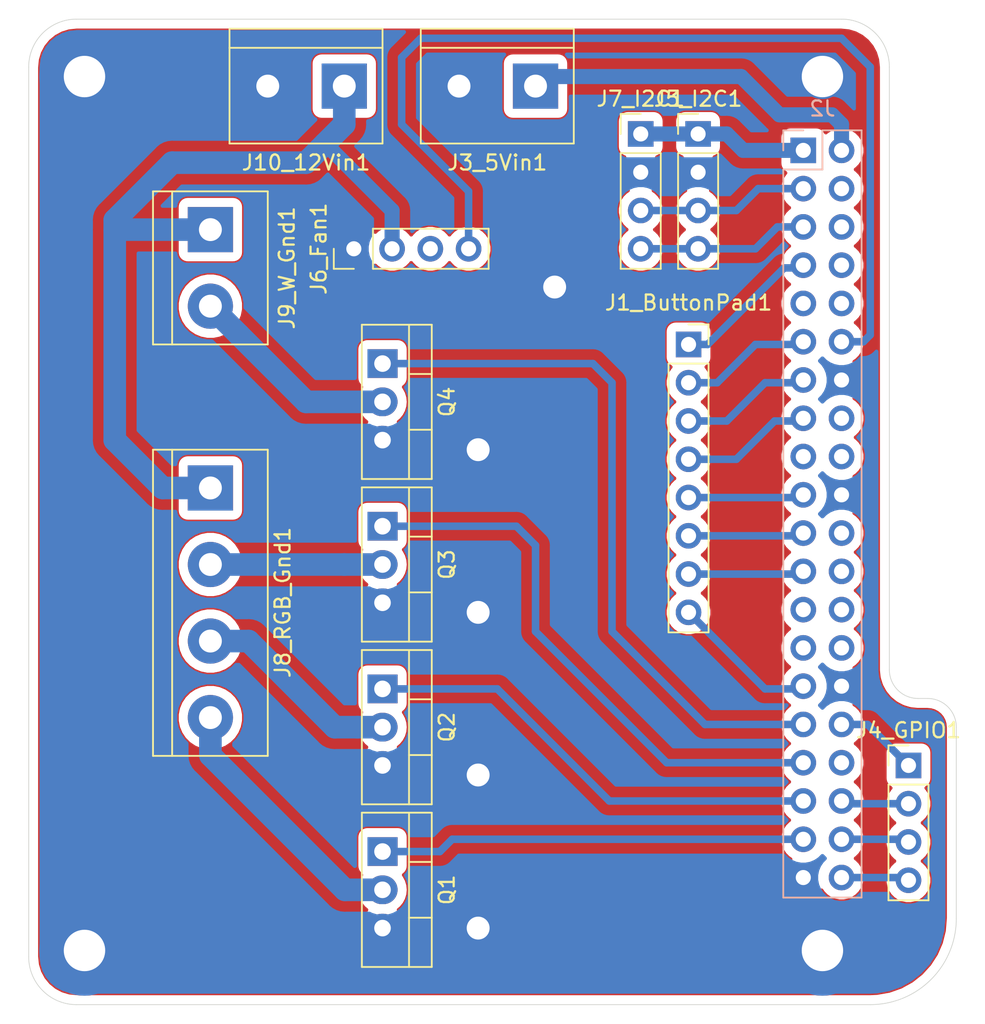
<source format=kicad_pcb>
(kicad_pcb (version 20171130) (host pcbnew "(5.1.7-0-10_14)")

  (general
    (thickness 1.6)
    (drawings 147)
    (tracks 105)
    (zones 0)
    (modules 14)
    (nets 44)
  )

  (page A4)
  (layers
    (0 F.Cu signal hide)
    (31 B.Cu signal)
    (32 B.Adhes user)
    (33 F.Adhes user)
    (34 B.Paste user)
    (35 F.Paste user)
    (36 B.SilkS user)
    (37 F.SilkS user hide)
    (38 B.Mask user)
    (39 F.Mask user)
    (40 Dwgs.User user hide)
    (41 Cmts.User user)
    (42 Eco1.User user)
    (43 Eco2.User user)
    (44 Edge.Cuts user)
    (45 Margin user)
    (46 B.CrtYd user hide)
    (47 F.CrtYd user)
    (48 B.Fab user)
    (49 F.Fab user hide)
  )

  (setup
    (last_trace_width 0.5)
    (trace_clearance 0.5)
    (zone_clearance 0.7)
    (zone_45_only no)
    (trace_min 0.2)
    (via_size 1.2)
    (via_drill 0.8)
    (via_min_size 0.4)
    (via_min_drill 0.3)
    (uvia_size 0.3)
    (uvia_drill 0.1)
    (uvias_allowed no)
    (uvia_min_size 0.2)
    (uvia_min_drill 0.1)
    (edge_width 0.05)
    (segment_width 0.2)
    (pcb_text_width 0.3)
    (pcb_text_size 1.5 1.5)
    (mod_edge_width 0.12)
    (mod_text_size 1 1)
    (mod_text_width 0.15)
    (pad_size 3 3)
    (pad_drill 1.52)
    (pad_to_mask_clearance 0)
    (aux_axis_origin 90.17 51.435)
    (visible_elements FFFFFF7F)
    (pcbplotparams
      (layerselection 0x01000_fffffffe)
      (usegerberextensions false)
      (usegerberattributes true)
      (usegerberadvancedattributes true)
      (creategerberjobfile true)
      (excludeedgelayer true)
      (linewidth 0.100000)
      (plotframeref false)
      (viasonmask false)
      (mode 1)
      (useauxorigin true)
      (hpglpennumber 1)
      (hpglpenspeed 20)
      (hpglpendiameter 15.000000)
      (psnegative false)
      (psa4output false)
      (plotreference true)
      (plotvalue true)
      (plotinvisibletext false)
      (padsonsilk false)
      (subtractmaskfromsilk false)
      (outputformat 1)
      (mirror false)
      (drillshape 0)
      (scaleselection 1)
      (outputdirectory ""))
  )

  (net 0 "")
  (net 1 "Net-(J2-Pad40)")
  (net 2 GND)
  (net 3 "Net-(J2-Pad38)")
  (net 4 "Net-(J1_ButtonPad1-Pad8)")
  (net 5 "Net-(J2-Pad36)")
  (net 6 "Net-(J2-Pad32)")
  (net 7 "Net-(J2-Pad28)")
  (net 8 "Net-(J2-Pad27)")
  (net 9 "Net-(J2-Pad26)")
  (net 10 "Net-(J2-Pad24)")
  (net 11 "Net-(J1_ButtonPad1-Pad7)")
  (net 12 "Net-(J2-Pad22)")
  (net 13 "Net-(J1_ButtonPad1-Pad6)")
  (net 14 "Net-(J1_ButtonPad1-Pad5)")
  (net 15 "Net-(J2-Pad18)")
  (net 16 +3V3)
  (net 17 "Net-(J2-Pad16)")
  (net 18 "Net-(J1_ButtonPad1-Pad4)")
  (net 19 "Net-(J1_ButtonPad1-Pad3)")
  (net 20 "Net-(J2-Pad12)")
  (net 21 "Net-(J1_ButtonPad1-Pad2)")
  (net 22 "Net-(J2-Pad10)")
  (net 23 "Net-(J2-Pad8)")
  (net 24 "Net-(J1_ButtonPad1-Pad1)")
  (net 25 "Net-(J2-Pad5)")
  (net 26 "Net-(J2-Pad4)")
  (net 27 "Net-(J2-Pad3)")
  (net 28 +5V)
  (net 29 +12V)
  (net 30 "Net-(J6_Fan1-Pad3)")
  (net 31 "Net-(J8_RGB_Gnd1-Pad4)")
  (net 32 "Net-(J8_RGB_Gnd1-Pad3)")
  (net 33 "Net-(J8_RGB_Gnd1-Pad2)")
  (net 34 "Net-(J9_W_Gnd1-Pad2)")
  (net 35 /Blue)
  (net 36 /Green)
  (net 37 /Red)
  (net 38 /White)
  (net 39 "Net-(J2-Pad25)")
  (net 40 "Net-(J2-Pad6)")
  (net 41 "Net-(J2-Pad17)")
  (net 42 "Net-(J2-Pad9)")
  (net 43 "Net-(J2-Pad34)")

  (net_class Default "This is the default net class."
    (clearance 0.5)
    (trace_width 0.5)
    (via_dia 1.2)
    (via_drill 0.8)
    (uvia_dia 0.3)
    (uvia_drill 0.1)
    (add_net +3V3)
    (add_net +5V)
    (add_net /Blue)
    (add_net /Green)
    (add_net /Red)
    (add_net /White)
    (add_net GND)
    (add_net "Net-(J1_ButtonPad1-Pad1)")
    (add_net "Net-(J1_ButtonPad1-Pad2)")
    (add_net "Net-(J1_ButtonPad1-Pad3)")
    (add_net "Net-(J1_ButtonPad1-Pad4)")
    (add_net "Net-(J1_ButtonPad1-Pad5)")
    (add_net "Net-(J1_ButtonPad1-Pad6)")
    (add_net "Net-(J1_ButtonPad1-Pad7)")
    (add_net "Net-(J1_ButtonPad1-Pad8)")
    (add_net "Net-(J2-Pad10)")
    (add_net "Net-(J2-Pad12)")
    (add_net "Net-(J2-Pad16)")
    (add_net "Net-(J2-Pad17)")
    (add_net "Net-(J2-Pad18)")
    (add_net "Net-(J2-Pad22)")
    (add_net "Net-(J2-Pad24)")
    (add_net "Net-(J2-Pad25)")
    (add_net "Net-(J2-Pad26)")
    (add_net "Net-(J2-Pad27)")
    (add_net "Net-(J2-Pad28)")
    (add_net "Net-(J2-Pad3)")
    (add_net "Net-(J2-Pad32)")
    (add_net "Net-(J2-Pad34)")
    (add_net "Net-(J2-Pad36)")
    (add_net "Net-(J2-Pad38)")
    (add_net "Net-(J2-Pad4)")
    (add_net "Net-(J2-Pad40)")
    (add_net "Net-(J2-Pad5)")
    (add_net "Net-(J2-Pad6)")
    (add_net "Net-(J2-Pad8)")
    (add_net "Net-(J2-Pad9)")
    (add_net "Net-(J6_Fan1-Pad3)")
  )

  (net_class +12v ""
    (clearance 0.5)
    (trace_width 1.5)
    (via_dia 1.2)
    (via_drill 0.8)
    (uvia_dia 0.3)
    (uvia_drill 0.1)
    (add_net +12V)
    (add_net "Net-(J8_RGB_Gnd1-Pad2)")
    (add_net "Net-(J8_RGB_Gnd1-Pad3)")
    (add_net "Net-(J8_RGB_Gnd1-Pad4)")
    (add_net "Net-(J9_W_Gnd1-Pad2)")
  )

  (module TerminalBlock:TerminalBlock_bornier-2_P5.08mm (layer F.Cu) (tedit 5FC9673E) (tstamp 5FC8D5F6)
    (at 102.235 65.405 270)
    (descr "simple 2-pin terminal block, pitch 5.08mm, revamped version of bornier2")
    (tags "terminal block bornier2")
    (path /5FD8D252)
    (fp_text reference J9_W_Gnd1 (at 2.54 -5.08 90) (layer F.SilkS)
      (effects (font (size 1 1) (thickness 0.15)))
    )
    (fp_text value Screw_Terminal_01x02 (at 2.54 5.08 90) (layer F.Fab)
      (effects (font (size 1 1) (thickness 0.15)))
    )
    (fp_text user %R (at 2.54 0 90) (layer F.Fab)
      (effects (font (size 1 1) (thickness 0.15)))
    )
    (fp_line (start -2.41 2.55) (end 7.49 2.55) (layer F.Fab) (width 0.1))
    (fp_line (start -2.46 -3.75) (end -2.46 3.75) (layer F.Fab) (width 0.1))
    (fp_line (start -2.46 3.75) (end 7.54 3.75) (layer F.Fab) (width 0.1))
    (fp_line (start 7.54 3.75) (end 7.54 -3.75) (layer F.Fab) (width 0.1))
    (fp_line (start 7.54 -3.75) (end -2.46 -3.75) (layer F.Fab) (width 0.1))
    (fp_line (start 7.62 2.54) (end -2.54 2.54) (layer F.SilkS) (width 0.12))
    (fp_line (start 7.62 3.81) (end 7.62 -3.81) (layer F.SilkS) (width 0.12))
    (fp_line (start 7.62 -3.81) (end -2.54 -3.81) (layer F.SilkS) (width 0.12))
    (fp_line (start -2.54 -3.81) (end -2.54 3.81) (layer F.SilkS) (width 0.12))
    (fp_line (start -2.54 3.81) (end 7.62 3.81) (layer F.SilkS) (width 0.12))
    (fp_line (start -2.71 -4) (end 7.79 -4) (layer F.CrtYd) (width 0.05))
    (fp_line (start -2.71 -4) (end -2.71 4) (layer F.CrtYd) (width 0.05))
    (fp_line (start 7.79 4) (end 7.79 -4) (layer F.CrtYd) (width 0.05))
    (fp_line (start 7.79 4) (end -2.71 4) (layer F.CrtYd) (width 0.05))
    (pad 2 thru_hole circle (at 5.08 0 270) (size 3 3) (drill 1.52) (layers *.Cu *.Mask)
      (net 34 "Net-(J9_W_Gnd1-Pad2)") (clearance 0.5))
    (pad 1 thru_hole rect (at 0 0 270) (size 3 3) (drill 1.52) (layers *.Cu *.Mask)
      (net 29 +12V) (clearance 0.5))
    (model ${KISYS3DMOD}/TerminalBlock.3dshapes/TerminalBlock_bornier-2_P5.08mm.wrl
      (offset (xyz 2.539999961853027 0 0))
      (scale (xyz 1 1 1))
      (rotate (xyz 0 0 0))
    )
  )

  (module Package_TO_SOT_THT:TO-220-3_Vertical (layer F.Cu) (tedit 5AC8BA0D) (tstamp 5FC8D65E)
    (at 113.665 74.295 270)
    (descr "TO-220-3, Vertical, RM 2.54mm, see https://www.vishay.com/docs/66542/to-220-1.pdf")
    (tags "TO-220-3 Vertical RM 2.54mm")
    (path /5FC7C83B)
    (fp_text reference Q4 (at 2.54 -4.27 90) (layer F.SilkS)
      (effects (font (size 1 1) (thickness 0.15)))
    )
    (fp_text value IRF540N (at 2.54 2.5 90) (layer F.Fab)
      (effects (font (size 1 1) (thickness 0.15)))
    )
    (fp_text user %R (at 2.54 -4.27 90) (layer F.Fab)
      (effects (font (size 1 1) (thickness 0.15)))
    )
    (fp_line (start -2.46 -3.15) (end -2.46 1.25) (layer F.Fab) (width 0.1))
    (fp_line (start -2.46 1.25) (end 7.54 1.25) (layer F.Fab) (width 0.1))
    (fp_line (start 7.54 1.25) (end 7.54 -3.15) (layer F.Fab) (width 0.1))
    (fp_line (start 7.54 -3.15) (end -2.46 -3.15) (layer F.Fab) (width 0.1))
    (fp_line (start -2.46 -1.88) (end 7.54 -1.88) (layer F.Fab) (width 0.1))
    (fp_line (start 0.69 -3.15) (end 0.69 -1.88) (layer F.Fab) (width 0.1))
    (fp_line (start 4.39 -3.15) (end 4.39 -1.88) (layer F.Fab) (width 0.1))
    (fp_line (start -2.58 -3.27) (end 7.66 -3.27) (layer F.SilkS) (width 0.12))
    (fp_line (start -2.58 1.371) (end 7.66 1.371) (layer F.SilkS) (width 0.12))
    (fp_line (start -2.58 -3.27) (end -2.58 1.371) (layer F.SilkS) (width 0.12))
    (fp_line (start 7.66 -3.27) (end 7.66 1.371) (layer F.SilkS) (width 0.12))
    (fp_line (start -2.58 -1.76) (end 7.66 -1.76) (layer F.SilkS) (width 0.12))
    (fp_line (start 0.69 -3.27) (end 0.69 -1.76) (layer F.SilkS) (width 0.12))
    (fp_line (start 4.391 -3.27) (end 4.391 -1.76) (layer F.SilkS) (width 0.12))
    (fp_line (start -2.71 -3.4) (end -2.71 1.51) (layer F.CrtYd) (width 0.05))
    (fp_line (start -2.71 1.51) (end 7.79 1.51) (layer F.CrtYd) (width 0.05))
    (fp_line (start 7.79 1.51) (end 7.79 -3.4) (layer F.CrtYd) (width 0.05))
    (fp_line (start 7.79 -3.4) (end -2.71 -3.4) (layer F.CrtYd) (width 0.05))
    (pad 3 thru_hole oval (at 5.08 0 270) (size 1.905 2) (drill 1.1) (layers *.Cu *.Mask)
      (net 2 GND))
    (pad 2 thru_hole oval (at 2.54 0 270) (size 1.905 2) (drill 1.1) (layers *.Cu *.Mask)
      (net 34 "Net-(J9_W_Gnd1-Pad2)"))
    (pad 1 thru_hole rect (at 0 0 270) (size 1.905 2) (drill 1.1) (layers *.Cu *.Mask)
      (net 38 /White))
    (model ${KISYS3DMOD}/Package_TO_SOT_THT.3dshapes/TO-220-3_Vertical.wrl
      (at (xyz 0 0 0))
      (scale (xyz 1 1 1))
      (rotate (xyz 0 0 0))
    )
  )

  (module Package_TO_SOT_THT:TO-220-3_Vertical (layer F.Cu) (tedit 5AC8BA0D) (tstamp 5FC8D644)
    (at 113.665 85.09 270)
    (descr "TO-220-3, Vertical, RM 2.54mm, see https://www.vishay.com/docs/66542/to-220-1.pdf")
    (tags "TO-220-3 Vertical RM 2.54mm")
    (path /5FC7B850)
    (fp_text reference Q3 (at 2.54 -4.27 90) (layer F.SilkS)
      (effects (font (size 1 1) (thickness 0.15)))
    )
    (fp_text value IRF540N (at 2.54 2.5 90) (layer F.Fab)
      (effects (font (size 1 1) (thickness 0.15)))
    )
    (fp_text user %R (at 2.54 -4.27 90) (layer F.Fab)
      (effects (font (size 1 1) (thickness 0.15)))
    )
    (fp_line (start -2.46 -3.15) (end -2.46 1.25) (layer F.Fab) (width 0.1))
    (fp_line (start -2.46 1.25) (end 7.54 1.25) (layer F.Fab) (width 0.1))
    (fp_line (start 7.54 1.25) (end 7.54 -3.15) (layer F.Fab) (width 0.1))
    (fp_line (start 7.54 -3.15) (end -2.46 -3.15) (layer F.Fab) (width 0.1))
    (fp_line (start -2.46 -1.88) (end 7.54 -1.88) (layer F.Fab) (width 0.1))
    (fp_line (start 0.69 -3.15) (end 0.69 -1.88) (layer F.Fab) (width 0.1))
    (fp_line (start 4.39 -3.15) (end 4.39 -1.88) (layer F.Fab) (width 0.1))
    (fp_line (start -2.58 -3.27) (end 7.66 -3.27) (layer F.SilkS) (width 0.12))
    (fp_line (start -2.58 1.371) (end 7.66 1.371) (layer F.SilkS) (width 0.12))
    (fp_line (start -2.58 -3.27) (end -2.58 1.371) (layer F.SilkS) (width 0.12))
    (fp_line (start 7.66 -3.27) (end 7.66 1.371) (layer F.SilkS) (width 0.12))
    (fp_line (start -2.58 -1.76) (end 7.66 -1.76) (layer F.SilkS) (width 0.12))
    (fp_line (start 0.69 -3.27) (end 0.69 -1.76) (layer F.SilkS) (width 0.12))
    (fp_line (start 4.391 -3.27) (end 4.391 -1.76) (layer F.SilkS) (width 0.12))
    (fp_line (start -2.71 -3.4) (end -2.71 1.51) (layer F.CrtYd) (width 0.05))
    (fp_line (start -2.71 1.51) (end 7.79 1.51) (layer F.CrtYd) (width 0.05))
    (fp_line (start 7.79 1.51) (end 7.79 -3.4) (layer F.CrtYd) (width 0.05))
    (fp_line (start 7.79 -3.4) (end -2.71 -3.4) (layer F.CrtYd) (width 0.05))
    (pad 3 thru_hole oval (at 5.08 0 270) (size 1.905 2) (drill 1.1) (layers *.Cu *.Mask)
      (net 2 GND))
    (pad 2 thru_hole oval (at 2.54 0 270) (size 1.905 2) (drill 1.1) (layers *.Cu *.Mask)
      (net 33 "Net-(J8_RGB_Gnd1-Pad2)"))
    (pad 1 thru_hole rect (at 0 0 270) (size 1.905 2) (drill 1.1) (layers *.Cu *.Mask)
      (net 37 /Red))
    (model ${KISYS3DMOD}/Package_TO_SOT_THT.3dshapes/TO-220-3_Vertical.wrl
      (at (xyz 0 0 0))
      (scale (xyz 1 1 1))
      (rotate (xyz 0 0 0))
    )
  )

  (module Package_TO_SOT_THT:TO-220-3_Vertical (layer F.Cu) (tedit 5AC8BA0D) (tstamp 5FC8D62A)
    (at 113.665 95.885 270)
    (descr "TO-220-3, Vertical, RM 2.54mm, see https://www.vishay.com/docs/66542/to-220-1.pdf")
    (tags "TO-220-3 Vertical RM 2.54mm")
    (path /5FC7ACF2)
    (fp_text reference Q2 (at 2.54 -4.27 90) (layer F.SilkS)
      (effects (font (size 1 1) (thickness 0.15)))
    )
    (fp_text value IRF540N (at 2.54 2.5 90) (layer F.Fab)
      (effects (font (size 1 1) (thickness 0.15)))
    )
    (fp_text user %R (at 2.54 -4.27 90) (layer F.Fab)
      (effects (font (size 1 1) (thickness 0.15)))
    )
    (fp_line (start -2.46 -3.15) (end -2.46 1.25) (layer F.Fab) (width 0.1))
    (fp_line (start -2.46 1.25) (end 7.54 1.25) (layer F.Fab) (width 0.1))
    (fp_line (start 7.54 1.25) (end 7.54 -3.15) (layer F.Fab) (width 0.1))
    (fp_line (start 7.54 -3.15) (end -2.46 -3.15) (layer F.Fab) (width 0.1))
    (fp_line (start -2.46 -1.88) (end 7.54 -1.88) (layer F.Fab) (width 0.1))
    (fp_line (start 0.69 -3.15) (end 0.69 -1.88) (layer F.Fab) (width 0.1))
    (fp_line (start 4.39 -3.15) (end 4.39 -1.88) (layer F.Fab) (width 0.1))
    (fp_line (start -2.58 -3.27) (end 7.66 -3.27) (layer F.SilkS) (width 0.12))
    (fp_line (start -2.58 1.371) (end 7.66 1.371) (layer F.SilkS) (width 0.12))
    (fp_line (start -2.58 -3.27) (end -2.58 1.371) (layer F.SilkS) (width 0.12))
    (fp_line (start 7.66 -3.27) (end 7.66 1.371) (layer F.SilkS) (width 0.12))
    (fp_line (start -2.58 -1.76) (end 7.66 -1.76) (layer F.SilkS) (width 0.12))
    (fp_line (start 0.69 -3.27) (end 0.69 -1.76) (layer F.SilkS) (width 0.12))
    (fp_line (start 4.391 -3.27) (end 4.391 -1.76) (layer F.SilkS) (width 0.12))
    (fp_line (start -2.71 -3.4) (end -2.71 1.51) (layer F.CrtYd) (width 0.05))
    (fp_line (start -2.71 1.51) (end 7.79 1.51) (layer F.CrtYd) (width 0.05))
    (fp_line (start 7.79 1.51) (end 7.79 -3.4) (layer F.CrtYd) (width 0.05))
    (fp_line (start 7.79 -3.4) (end -2.71 -3.4) (layer F.CrtYd) (width 0.05))
    (pad 3 thru_hole oval (at 5.08 0 270) (size 1.905 2) (drill 1.1) (layers *.Cu *.Mask)
      (net 2 GND))
    (pad 2 thru_hole oval (at 2.54 0 270) (size 1.905 2) (drill 1.1) (layers *.Cu *.Mask)
      (net 32 "Net-(J8_RGB_Gnd1-Pad3)"))
    (pad 1 thru_hole rect (at 0 0 270) (size 1.905 2) (drill 1.1) (layers *.Cu *.Mask)
      (net 36 /Green))
    (model ${KISYS3DMOD}/Package_TO_SOT_THT.3dshapes/TO-220-3_Vertical.wrl
      (at (xyz 0 0 0))
      (scale (xyz 1 1 1))
      (rotate (xyz 0 0 0))
    )
  )

  (module Package_TO_SOT_THT:TO-220-3_Vertical (layer F.Cu) (tedit 5AC8BA0D) (tstamp 5FC8D610)
    (at 113.665 106.68 270)
    (descr "TO-220-3, Vertical, RM 2.54mm, see https://www.vishay.com/docs/66542/to-220-1.pdf")
    (tags "TO-220-3 Vertical RM 2.54mm")
    (path /5FC7A18F)
    (fp_text reference Q1 (at 2.54 -4.27 90) (layer F.SilkS)
      (effects (font (size 1 1) (thickness 0.15)))
    )
    (fp_text value IRF540N (at 2.54 2.5 90) (layer F.Fab)
      (effects (font (size 1 1) (thickness 0.15)))
    )
    (fp_text user %R (at 2.54 -4.27 90) (layer F.Fab)
      (effects (font (size 1 1) (thickness 0.15)))
    )
    (fp_line (start -2.46 -3.15) (end -2.46 1.25) (layer F.Fab) (width 0.1))
    (fp_line (start -2.46 1.25) (end 7.54 1.25) (layer F.Fab) (width 0.1))
    (fp_line (start 7.54 1.25) (end 7.54 -3.15) (layer F.Fab) (width 0.1))
    (fp_line (start 7.54 -3.15) (end -2.46 -3.15) (layer F.Fab) (width 0.1))
    (fp_line (start -2.46 -1.88) (end 7.54 -1.88) (layer F.Fab) (width 0.1))
    (fp_line (start 0.69 -3.15) (end 0.69 -1.88) (layer F.Fab) (width 0.1))
    (fp_line (start 4.39 -3.15) (end 4.39 -1.88) (layer F.Fab) (width 0.1))
    (fp_line (start -2.58 -3.27) (end 7.66 -3.27) (layer F.SilkS) (width 0.12))
    (fp_line (start -2.58 1.371) (end 7.66 1.371) (layer F.SilkS) (width 0.12))
    (fp_line (start -2.58 -3.27) (end -2.58 1.371) (layer F.SilkS) (width 0.12))
    (fp_line (start 7.66 -3.27) (end 7.66 1.371) (layer F.SilkS) (width 0.12))
    (fp_line (start -2.58 -1.76) (end 7.66 -1.76) (layer F.SilkS) (width 0.12))
    (fp_line (start 0.69 -3.27) (end 0.69 -1.76) (layer F.SilkS) (width 0.12))
    (fp_line (start 4.391 -3.27) (end 4.391 -1.76) (layer F.SilkS) (width 0.12))
    (fp_line (start -2.71 -3.4) (end -2.71 1.51) (layer F.CrtYd) (width 0.05))
    (fp_line (start -2.71 1.51) (end 7.79 1.51) (layer F.CrtYd) (width 0.05))
    (fp_line (start 7.79 1.51) (end 7.79 -3.4) (layer F.CrtYd) (width 0.05))
    (fp_line (start 7.79 -3.4) (end -2.71 -3.4) (layer F.CrtYd) (width 0.05))
    (pad 3 thru_hole oval (at 5.08 0 270) (size 1.905 2) (drill 1.1) (layers *.Cu *.Mask)
      (net 2 GND))
    (pad 2 thru_hole oval (at 2.54 0 270) (size 1.905 2) (drill 1.1) (layers *.Cu *.Mask)
      (net 31 "Net-(J8_RGB_Gnd1-Pad4)"))
    (pad 1 thru_hole rect (at 0 0 270) (size 1.905 2) (drill 1.1) (layers *.Cu *.Mask)
      (net 35 /Blue))
    (model ${KISYS3DMOD}/Package_TO_SOT_THT.3dshapes/TO-220-3_Vertical.wrl
      (at (xyz 0 0 0))
      (scale (xyz 1 1 1))
      (rotate (xyz 0 0 0))
    )
  )

  (module TerminalBlock:TerminalBlock_bornier-4_P5.08mm (layer F.Cu) (tedit 59FF03D1) (tstamp 5FC8D5E1)
    (at 102.235 82.55 270)
    (descr "simple 4-pin terminal block, pitch 5.08mm, revamped version of bornier4")
    (tags "terminal block bornier4")
    (path /5FD91448)
    (fp_text reference J8_RGB_Gnd1 (at 7.6 -4.8 90) (layer F.SilkS)
      (effects (font (size 1 1) (thickness 0.15)))
    )
    (fp_text value Screw_Terminal_01x04 (at 7.6 4.75 90) (layer F.Fab)
      (effects (font (size 1 1) (thickness 0.15)))
    )
    (fp_text user %R (at 7.62 0 90) (layer F.Fab)
      (effects (font (size 1 1) (thickness 0.15)))
    )
    (fp_line (start -2.48 2.55) (end 17.72 2.55) (layer F.Fab) (width 0.1))
    (fp_line (start -2.43 3.75) (end -2.48 3.75) (layer F.Fab) (width 0.1))
    (fp_line (start -2.48 3.75) (end -2.48 -3.75) (layer F.Fab) (width 0.1))
    (fp_line (start -2.48 -3.75) (end 17.72 -3.75) (layer F.Fab) (width 0.1))
    (fp_line (start 17.72 -3.75) (end 17.72 3.75) (layer F.Fab) (width 0.1))
    (fp_line (start 17.72 3.75) (end -2.43 3.75) (layer F.Fab) (width 0.1))
    (fp_line (start -2.54 -3.81) (end -2.54 3.81) (layer F.SilkS) (width 0.12))
    (fp_line (start 17.78 3.81) (end 17.78 -3.81) (layer F.SilkS) (width 0.12))
    (fp_line (start 17.78 2.54) (end -2.54 2.54) (layer F.SilkS) (width 0.12))
    (fp_line (start -2.54 -3.81) (end 17.78 -3.81) (layer F.SilkS) (width 0.12))
    (fp_line (start -2.54 3.81) (end 17.78 3.81) (layer F.SilkS) (width 0.12))
    (fp_line (start -2.73 -4) (end 17.97 -4) (layer F.CrtYd) (width 0.05))
    (fp_line (start -2.73 -4) (end -2.73 4) (layer F.CrtYd) (width 0.05))
    (fp_line (start 17.97 4) (end 17.97 -4) (layer F.CrtYd) (width 0.05))
    (fp_line (start 17.97 4) (end -2.73 4) (layer F.CrtYd) (width 0.05))
    (pad 4 thru_hole circle (at 15.24 0 270) (size 3 3) (drill 1.52) (layers *.Cu *.Mask)
      (net 31 "Net-(J8_RGB_Gnd1-Pad4)"))
    (pad 1 thru_hole rect (at 0 0 270) (size 3 3) (drill 1.52) (layers *.Cu *.Mask)
      (net 29 +12V))
    (pad 3 thru_hole circle (at 10.16 0 270) (size 3 3) (drill 1.52) (layers *.Cu *.Mask)
      (net 32 "Net-(J8_RGB_Gnd1-Pad3)"))
    (pad 2 thru_hole circle (at 5.08 0 270) (size 3 3) (drill 1.52) (layers *.Cu *.Mask)
      (net 33 "Net-(J8_RGB_Gnd1-Pad2)"))
    (model ${KISYS3DMOD}/TerminalBlock.3dshapes/TerminalBlock_bornier-4_P5.08mm.wrl
      (offset (xyz 7.619999885559082 0 0))
      (scale (xyz 1 1 1))
      (rotate (xyz 0 0 0))
    )
  )

  (module Connector_PinHeader_2.54mm:PinHeader_1x04_P2.54mm_Vertical (layer F.Cu) (tedit 59FED5CC) (tstamp 5FC8D5C9)
    (at 130.81 59.055)
    (descr "Through hole straight pin header, 1x04, 2.54mm pitch, single row")
    (tags "Through hole pin header THT 1x04 2.54mm single row")
    (path /5FD79E73)
    (fp_text reference J7_I2C1 (at 0 -2.33) (layer F.SilkS)
      (effects (font (size 1 1) (thickness 0.15)))
    )
    (fp_text value Conn_01x04 (at 0 9.95) (layer F.Fab)
      (effects (font (size 1 1) (thickness 0.15)))
    )
    (fp_text user %R (at 0 3.81 90) (layer F.Fab)
      (effects (font (size 1 1) (thickness 0.15)))
    )
    (fp_line (start -0.635 -1.27) (end 1.27 -1.27) (layer F.Fab) (width 0.1))
    (fp_line (start 1.27 -1.27) (end 1.27 8.89) (layer F.Fab) (width 0.1))
    (fp_line (start 1.27 8.89) (end -1.27 8.89) (layer F.Fab) (width 0.1))
    (fp_line (start -1.27 8.89) (end -1.27 -0.635) (layer F.Fab) (width 0.1))
    (fp_line (start -1.27 -0.635) (end -0.635 -1.27) (layer F.Fab) (width 0.1))
    (fp_line (start -1.33 8.95) (end 1.33 8.95) (layer F.SilkS) (width 0.12))
    (fp_line (start -1.33 1.27) (end -1.33 8.95) (layer F.SilkS) (width 0.12))
    (fp_line (start 1.33 1.27) (end 1.33 8.95) (layer F.SilkS) (width 0.12))
    (fp_line (start -1.33 1.27) (end 1.33 1.27) (layer F.SilkS) (width 0.12))
    (fp_line (start -1.33 0) (end -1.33 -1.33) (layer F.SilkS) (width 0.12))
    (fp_line (start -1.33 -1.33) (end 0 -1.33) (layer F.SilkS) (width 0.12))
    (fp_line (start -1.8 -1.8) (end -1.8 9.4) (layer F.CrtYd) (width 0.05))
    (fp_line (start -1.8 9.4) (end 1.8 9.4) (layer F.CrtYd) (width 0.05))
    (fp_line (start 1.8 9.4) (end 1.8 -1.8) (layer F.CrtYd) (width 0.05))
    (fp_line (start 1.8 -1.8) (end -1.8 -1.8) (layer F.CrtYd) (width 0.05))
    (pad 4 thru_hole oval (at 0 7.62) (size 1.7 1.7) (drill 1) (layers *.Cu *.Mask)
      (net 25 "Net-(J2-Pad5)"))
    (pad 3 thru_hole oval (at 0 5.08) (size 1.7 1.7) (drill 1) (layers *.Cu *.Mask)
      (net 27 "Net-(J2-Pad3)"))
    (pad 2 thru_hole oval (at 0 2.54) (size 1.7 1.7) (drill 1) (layers *.Cu *.Mask)
      (net 2 GND))
    (pad 1 thru_hole rect (at 0 0) (size 1.7 1.7) (drill 1) (layers *.Cu *.Mask)
      (net 16 +3V3))
    (model ${KISYS3DMOD}/Connector_PinHeader_2.54mm.3dshapes/PinHeader_1x04_P2.54mm_Vertical.wrl
      (at (xyz 0 0 0))
      (scale (xyz 1 1 1))
      (rotate (xyz 0 0 0))
    )
  )

  (module Connector_PinHeader_2.54mm:PinHeader_1x04_P2.54mm_Vertical (layer F.Cu) (tedit 59FED5CC) (tstamp 5FC8D5B1)
    (at 111.76 66.675 90)
    (descr "Through hole straight pin header, 1x04, 2.54mm pitch, single row")
    (tags "Through hole pin header THT 1x04 2.54mm single row")
    (path /5FD880E2)
    (fp_text reference J6_Fan1 (at 0 -2.33 90) (layer F.SilkS)
      (effects (font (size 1 1) (thickness 0.15)))
    )
    (fp_text value Conn_01x04 (at 0 9.95 90) (layer F.Fab)
      (effects (font (size 1 1) (thickness 0.15)))
    )
    (fp_text user %R (at 0 3.81) (layer F.Fab)
      (effects (font (size 1 1) (thickness 0.15)))
    )
    (fp_line (start -0.635 -1.27) (end 1.27 -1.27) (layer F.Fab) (width 0.1))
    (fp_line (start 1.27 -1.27) (end 1.27 8.89) (layer F.Fab) (width 0.1))
    (fp_line (start 1.27 8.89) (end -1.27 8.89) (layer F.Fab) (width 0.1))
    (fp_line (start -1.27 8.89) (end -1.27 -0.635) (layer F.Fab) (width 0.1))
    (fp_line (start -1.27 -0.635) (end -0.635 -1.27) (layer F.Fab) (width 0.1))
    (fp_line (start -1.33 8.95) (end 1.33 8.95) (layer F.SilkS) (width 0.12))
    (fp_line (start -1.33 1.27) (end -1.33 8.95) (layer F.SilkS) (width 0.12))
    (fp_line (start 1.33 1.27) (end 1.33 8.95) (layer F.SilkS) (width 0.12))
    (fp_line (start -1.33 1.27) (end 1.33 1.27) (layer F.SilkS) (width 0.12))
    (fp_line (start -1.33 0) (end -1.33 -1.33) (layer F.SilkS) (width 0.12))
    (fp_line (start -1.33 -1.33) (end 0 -1.33) (layer F.SilkS) (width 0.12))
    (fp_line (start -1.8 -1.8) (end -1.8 9.4) (layer F.CrtYd) (width 0.05))
    (fp_line (start -1.8 9.4) (end 1.8 9.4) (layer F.CrtYd) (width 0.05))
    (fp_line (start 1.8 9.4) (end 1.8 -1.8) (layer F.CrtYd) (width 0.05))
    (fp_line (start 1.8 -1.8) (end -1.8 -1.8) (layer F.CrtYd) (width 0.05))
    (pad 4 thru_hole oval (at 0 7.62 90) (size 1.7 1.7) (drill 1) (layers *.Cu *.Mask)
      (net 20 "Net-(J2-Pad12)"))
    (pad 3 thru_hole oval (at 0 5.08 90) (size 1.7 1.7) (drill 1) (layers *.Cu *.Mask)
      (net 30 "Net-(J6_Fan1-Pad3)"))
    (pad 2 thru_hole oval (at 0 2.54 90) (size 1.7 1.7) (drill 1) (layers *.Cu *.Mask)
      (net 29 +12V))
    (pad 1 thru_hole rect (at 0 0 90) (size 1.7 1.7) (drill 1) (layers *.Cu *.Mask)
      (net 2 GND))
    (model ${KISYS3DMOD}/Connector_PinHeader_2.54mm.3dshapes/PinHeader_1x04_P2.54mm_Vertical.wrl
      (at (xyz 0 0 0))
      (scale (xyz 1 1 1))
      (rotate (xyz 0 0 0))
    )
  )

  (module Connector_PinHeader_2.54mm:PinHeader_1x04_P2.54mm_Vertical (layer F.Cu) (tedit 59FED5CC) (tstamp 5FC8D599)
    (at 134.62 59.055)
    (descr "Through hole straight pin header, 1x04, 2.54mm pitch, single row")
    (tags "Through hole pin header THT 1x04 2.54mm single row")
    (path /5FD8442A)
    (fp_text reference J5_I2C1 (at 0 -2.33) (layer F.SilkS)
      (effects (font (size 1 1) (thickness 0.15)))
    )
    (fp_text value Conn_01x04 (at 0 9.95) (layer F.Fab)
      (effects (font (size 1 1) (thickness 0.15)))
    )
    (fp_text user %R (at 0 3.81 90) (layer F.Fab)
      (effects (font (size 1 1) (thickness 0.15)))
    )
    (fp_line (start -0.635 -1.27) (end 1.27 -1.27) (layer F.Fab) (width 0.1))
    (fp_line (start 1.27 -1.27) (end 1.27 8.89) (layer F.Fab) (width 0.1))
    (fp_line (start 1.27 8.89) (end -1.27 8.89) (layer F.Fab) (width 0.1))
    (fp_line (start -1.27 8.89) (end -1.27 -0.635) (layer F.Fab) (width 0.1))
    (fp_line (start -1.27 -0.635) (end -0.635 -1.27) (layer F.Fab) (width 0.1))
    (fp_line (start -1.33 8.95) (end 1.33 8.95) (layer F.SilkS) (width 0.12))
    (fp_line (start -1.33 1.27) (end -1.33 8.95) (layer F.SilkS) (width 0.12))
    (fp_line (start 1.33 1.27) (end 1.33 8.95) (layer F.SilkS) (width 0.12))
    (fp_line (start -1.33 1.27) (end 1.33 1.27) (layer F.SilkS) (width 0.12))
    (fp_line (start -1.33 0) (end -1.33 -1.33) (layer F.SilkS) (width 0.12))
    (fp_line (start -1.33 -1.33) (end 0 -1.33) (layer F.SilkS) (width 0.12))
    (fp_line (start -1.8 -1.8) (end -1.8 9.4) (layer F.CrtYd) (width 0.05))
    (fp_line (start -1.8 9.4) (end 1.8 9.4) (layer F.CrtYd) (width 0.05))
    (fp_line (start 1.8 9.4) (end 1.8 -1.8) (layer F.CrtYd) (width 0.05))
    (fp_line (start 1.8 -1.8) (end -1.8 -1.8) (layer F.CrtYd) (width 0.05))
    (pad 4 thru_hole oval (at 0 7.62) (size 1.7 1.7) (drill 1) (layers *.Cu *.Mask)
      (net 25 "Net-(J2-Pad5)"))
    (pad 3 thru_hole oval (at 0 5.08) (size 1.7 1.7) (drill 1) (layers *.Cu *.Mask)
      (net 27 "Net-(J2-Pad3)"))
    (pad 2 thru_hole oval (at 0 2.54) (size 1.7 1.7) (drill 1) (layers *.Cu *.Mask)
      (net 2 GND))
    (pad 1 thru_hole rect (at 0 0) (size 1.7 1.7) (drill 1) (layers *.Cu *.Mask)
      (net 16 +3V3))
    (model ${KISYS3DMOD}/Connector_PinHeader_2.54mm.3dshapes/PinHeader_1x04_P2.54mm_Vertical.wrl
      (at (xyz 0 0 0))
      (scale (xyz 1 1 1))
      (rotate (xyz 0 0 0))
    )
  )

  (module Connector_PinHeader_2.54mm:PinHeader_1x04_P2.54mm_Vertical (layer F.Cu) (tedit 59FED5CC) (tstamp 5FC8D581)
    (at 148.59 100.965)
    (descr "Through hole straight pin header, 1x04, 2.54mm pitch, single row")
    (tags "Through hole pin header THT 1x04 2.54mm single row")
    (path /5FD95A6B)
    (fp_text reference J4_GPIO1 (at 0 -2.33) (layer F.SilkS)
      (effects (font (size 1 1) (thickness 0.15)))
    )
    (fp_text value Conn_01x04 (at 0 9.95) (layer F.Fab)
      (effects (font (size 1 1) (thickness 0.15)))
    )
    (fp_text user %R (at 0 3.81 90) (layer F.Fab)
      (effects (font (size 1 1) (thickness 0.15)))
    )
    (fp_line (start -0.635 -1.27) (end 1.27 -1.27) (layer F.Fab) (width 0.1))
    (fp_line (start 1.27 -1.27) (end 1.27 8.89) (layer F.Fab) (width 0.1))
    (fp_line (start 1.27 8.89) (end -1.27 8.89) (layer F.Fab) (width 0.1))
    (fp_line (start -1.27 8.89) (end -1.27 -0.635) (layer F.Fab) (width 0.1))
    (fp_line (start -1.27 -0.635) (end -0.635 -1.27) (layer F.Fab) (width 0.1))
    (fp_line (start -1.33 8.95) (end 1.33 8.95) (layer F.SilkS) (width 0.12))
    (fp_line (start -1.33 1.27) (end -1.33 8.95) (layer F.SilkS) (width 0.12))
    (fp_line (start 1.33 1.27) (end 1.33 8.95) (layer F.SilkS) (width 0.12))
    (fp_line (start -1.33 1.27) (end 1.33 1.27) (layer F.SilkS) (width 0.12))
    (fp_line (start -1.33 0) (end -1.33 -1.33) (layer F.SilkS) (width 0.12))
    (fp_line (start -1.33 -1.33) (end 0 -1.33) (layer F.SilkS) (width 0.12))
    (fp_line (start -1.8 -1.8) (end -1.8 9.4) (layer F.CrtYd) (width 0.05))
    (fp_line (start -1.8 9.4) (end 1.8 9.4) (layer F.CrtYd) (width 0.05))
    (fp_line (start 1.8 9.4) (end 1.8 -1.8) (layer F.CrtYd) (width 0.05))
    (fp_line (start 1.8 -1.8) (end -1.8 -1.8) (layer F.CrtYd) (width 0.05))
    (pad 4 thru_hole oval (at 0 7.62) (size 1.7 1.7) (drill 1) (layers *.Cu *.Mask)
      (net 1 "Net-(J2-Pad40)"))
    (pad 3 thru_hole oval (at 0 5.08) (size 1.7 1.7) (drill 1) (layers *.Cu *.Mask)
      (net 3 "Net-(J2-Pad38)"))
    (pad 2 thru_hole oval (at 0 2.54) (size 1.7 1.7) (drill 1) (layers *.Cu *.Mask)
      (net 5 "Net-(J2-Pad36)"))
    (pad 1 thru_hole rect (at 0 0) (size 1.7 1.7) (drill 1) (layers *.Cu *.Mask)
      (net 6 "Net-(J2-Pad32)"))
    (model ${KISYS3DMOD}/Connector_PinHeader_2.54mm.3dshapes/PinHeader_1x04_P2.54mm_Vertical.wrl
      (at (xyz 0 0 0))
      (scale (xyz 1 1 1))
      (rotate (xyz 0 0 0))
    )
  )

  (module TerminalBlock:TerminalBlock_bornier-2_P5.08mm (layer F.Cu) (tedit 59FF03AB) (tstamp 5FC8D569)
    (at 123.825 55.88 180)
    (descr "simple 2-pin terminal block, pitch 5.08mm, revamped version of bornier2")
    (tags "terminal block bornier2")
    (path /5FD729A4)
    (fp_text reference J3_5Vin1 (at 2.54 -5.08) (layer F.SilkS)
      (effects (font (size 1 1) (thickness 0.15)))
    )
    (fp_text value Screw_Terminal_01x02 (at 2.54 5.08) (layer F.Fab)
      (effects (font (size 1 1) (thickness 0.15)))
    )
    (fp_text user %R (at 2.54 0) (layer F.Fab)
      (effects (font (size 1 1) (thickness 0.15)))
    )
    (fp_line (start -2.41 2.55) (end 7.49 2.55) (layer F.Fab) (width 0.1))
    (fp_line (start -2.46 -3.75) (end -2.46 3.75) (layer F.Fab) (width 0.1))
    (fp_line (start -2.46 3.75) (end 7.54 3.75) (layer F.Fab) (width 0.1))
    (fp_line (start 7.54 3.75) (end 7.54 -3.75) (layer F.Fab) (width 0.1))
    (fp_line (start 7.54 -3.75) (end -2.46 -3.75) (layer F.Fab) (width 0.1))
    (fp_line (start 7.62 2.54) (end -2.54 2.54) (layer F.SilkS) (width 0.12))
    (fp_line (start 7.62 3.81) (end 7.62 -3.81) (layer F.SilkS) (width 0.12))
    (fp_line (start 7.62 -3.81) (end -2.54 -3.81) (layer F.SilkS) (width 0.12))
    (fp_line (start -2.54 -3.81) (end -2.54 3.81) (layer F.SilkS) (width 0.12))
    (fp_line (start -2.54 3.81) (end 7.62 3.81) (layer F.SilkS) (width 0.12))
    (fp_line (start -2.71 -4) (end 7.79 -4) (layer F.CrtYd) (width 0.05))
    (fp_line (start -2.71 -4) (end -2.71 4) (layer F.CrtYd) (width 0.05))
    (fp_line (start 7.79 4) (end 7.79 -4) (layer F.CrtYd) (width 0.05))
    (fp_line (start 7.79 4) (end -2.71 4) (layer F.CrtYd) (width 0.05))
    (pad 2 thru_hole circle (at 5.08 0 180) (size 3 3) (drill 1.52) (layers *.Cu *.Mask)
      (net 2 GND))
    (pad 1 thru_hole rect (at 0 0 180) (size 3 3) (drill 1.52) (layers *.Cu *.Mask)
      (net 28 +5V))
    (model ${KISYS3DMOD}/TerminalBlock.3dshapes/TerminalBlock_bornier-2_P5.08mm.wrl
      (offset (xyz 2.539999961853027 0 0))
      (scale (xyz 1 1 1))
      (rotate (xyz 0 0 0))
    )
  )

  (module Connector_PinSocket_2.54mm:PinSocket_1x08_P2.54mm_Vertical (layer F.Cu) (tedit 5A19A420) (tstamp 5FC8D554)
    (at 133.985 73.025)
    (descr "Through hole straight socket strip, 1x08, 2.54mm pitch, single row (from Kicad 4.0.7), script generated")
    (tags "Through hole socket strip THT 1x08 2.54mm single row")
    (path /5FD99AF8)
    (fp_text reference J1_ButtonPad1 (at 0 -2.77) (layer F.SilkS)
      (effects (font (size 1 1) (thickness 0.15)))
    )
    (fp_text value Conn_01x08 (at 0 20.55) (layer F.Fab)
      (effects (font (size 1 1) (thickness 0.15)))
    )
    (fp_text user %R (at 0 8.89 90) (layer F.Fab)
      (effects (font (size 1 1) (thickness 0.15)))
    )
    (fp_line (start -1.27 -1.27) (end 0.635 -1.27) (layer F.Fab) (width 0.1))
    (fp_line (start 0.635 -1.27) (end 1.27 -0.635) (layer F.Fab) (width 0.1))
    (fp_line (start 1.27 -0.635) (end 1.27 19.05) (layer F.Fab) (width 0.1))
    (fp_line (start 1.27 19.05) (end -1.27 19.05) (layer F.Fab) (width 0.1))
    (fp_line (start -1.27 19.05) (end -1.27 -1.27) (layer F.Fab) (width 0.1))
    (fp_line (start -1.33 1.27) (end 1.33 1.27) (layer F.SilkS) (width 0.12))
    (fp_line (start -1.33 1.27) (end -1.33 19.11) (layer F.SilkS) (width 0.12))
    (fp_line (start -1.33 19.11) (end 1.33 19.11) (layer F.SilkS) (width 0.12))
    (fp_line (start 1.33 1.27) (end 1.33 19.11) (layer F.SilkS) (width 0.12))
    (fp_line (start 1.33 -1.33) (end 1.33 0) (layer F.SilkS) (width 0.12))
    (fp_line (start 0 -1.33) (end 1.33 -1.33) (layer F.SilkS) (width 0.12))
    (fp_line (start -1.8 -1.8) (end 1.75 -1.8) (layer F.CrtYd) (width 0.05))
    (fp_line (start 1.75 -1.8) (end 1.75 19.55) (layer F.CrtYd) (width 0.05))
    (fp_line (start 1.75 19.55) (end -1.8 19.55) (layer F.CrtYd) (width 0.05))
    (fp_line (start -1.8 19.55) (end -1.8 -1.8) (layer F.CrtYd) (width 0.05))
    (pad 8 thru_hole oval (at 0 17.78) (size 1.7 1.7) (drill 1) (layers *.Cu *.Mask)
      (net 4 "Net-(J1_ButtonPad1-Pad8)"))
    (pad 7 thru_hole oval (at 0 15.24) (size 1.7 1.7) (drill 1) (layers *.Cu *.Mask)
      (net 11 "Net-(J1_ButtonPad1-Pad7)"))
    (pad 6 thru_hole oval (at 0 12.7) (size 1.7 1.7) (drill 1) (layers *.Cu *.Mask)
      (net 13 "Net-(J1_ButtonPad1-Pad6)"))
    (pad 5 thru_hole oval (at 0 10.16) (size 1.7 1.7) (drill 1) (layers *.Cu *.Mask)
      (net 14 "Net-(J1_ButtonPad1-Pad5)"))
    (pad 4 thru_hole oval (at 0 7.62) (size 1.7 1.7) (drill 1) (layers *.Cu *.Mask)
      (net 18 "Net-(J1_ButtonPad1-Pad4)"))
    (pad 3 thru_hole oval (at 0 5.08) (size 1.7 1.7) (drill 1) (layers *.Cu *.Mask)
      (net 19 "Net-(J1_ButtonPad1-Pad3)"))
    (pad 2 thru_hole oval (at 0 2.54) (size 1.7 1.7) (drill 1) (layers *.Cu *.Mask)
      (net 21 "Net-(J1_ButtonPad1-Pad2)"))
    (pad 1 thru_hole rect (at 0 0) (size 1.7 1.7) (drill 1) (layers *.Cu *.Mask)
      (net 24 "Net-(J1_ButtonPad1-Pad1)"))
    (model ${KISYS3DMOD}/Connector_PinSocket_2.54mm.3dshapes/PinSocket_1x08_P2.54mm_Vertical.wrl
      (at (xyz 0 0 0))
      (scale (xyz 1 1 1))
      (rotate (xyz 0 0 0))
    )
  )

  (module TerminalBlock:TerminalBlock_bornier-2_P5.08mm (layer F.Cu) (tedit 59FF03AB) (tstamp 5FC8D538)
    (at 111.125 55.88 180)
    (descr "simple 2-pin terminal block, pitch 5.08mm, revamped version of bornier2")
    (tags "terminal block bornier2")
    (path /5FD6A240)
    (fp_text reference J10_12Vin1 (at 2.54 -5.08) (layer F.SilkS)
      (effects (font (size 1 1) (thickness 0.15)))
    )
    (fp_text value Screw_Terminal_01x02 (at 2.54 5.08) (layer F.Fab)
      (effects (font (size 1 1) (thickness 0.15)))
    )
    (fp_text user %R (at 2.54 0) (layer F.Fab)
      (effects (font (size 1 1) (thickness 0.15)))
    )
    (fp_line (start -2.41 2.55) (end 7.49 2.55) (layer F.Fab) (width 0.1))
    (fp_line (start -2.46 -3.75) (end -2.46 3.75) (layer F.Fab) (width 0.1))
    (fp_line (start -2.46 3.75) (end 7.54 3.75) (layer F.Fab) (width 0.1))
    (fp_line (start 7.54 3.75) (end 7.54 -3.75) (layer F.Fab) (width 0.1))
    (fp_line (start 7.54 -3.75) (end -2.46 -3.75) (layer F.Fab) (width 0.1))
    (fp_line (start 7.62 2.54) (end -2.54 2.54) (layer F.SilkS) (width 0.12))
    (fp_line (start 7.62 3.81) (end 7.62 -3.81) (layer F.SilkS) (width 0.12))
    (fp_line (start 7.62 -3.81) (end -2.54 -3.81) (layer F.SilkS) (width 0.12))
    (fp_line (start -2.54 -3.81) (end -2.54 3.81) (layer F.SilkS) (width 0.12))
    (fp_line (start -2.54 3.81) (end 7.62 3.81) (layer F.SilkS) (width 0.12))
    (fp_line (start -2.71 -4) (end 7.79 -4) (layer F.CrtYd) (width 0.05))
    (fp_line (start -2.71 -4) (end -2.71 4) (layer F.CrtYd) (width 0.05))
    (fp_line (start 7.79 4) (end 7.79 -4) (layer F.CrtYd) (width 0.05))
    (fp_line (start 7.79 4) (end -2.71 4) (layer F.CrtYd) (width 0.05))
    (pad 2 thru_hole circle (at 5.08 0 180) (size 3 3) (drill 1.52) (layers *.Cu *.Mask)
      (net 2 GND))
    (pad 1 thru_hole rect (at 0 0 180) (size 3 3) (drill 1.52) (layers *.Cu *.Mask)
      (net 29 +12V))
    (model ${KISYS3DMOD}/TerminalBlock.3dshapes/TerminalBlock_bornier-2_P5.08mm.wrl
      (offset (xyz 2.539999961853027 0 0))
      (scale (xyz 1 1 1))
      (rotate (xyz 0 0 0))
    )
  )

  (module Connector_PinSocket_2.54mm:PinSocket_2x20_P2.54mm_Vertical (layer B.Cu) (tedit 5A19A433) (tstamp 5FC8D523)
    (at 141.605 60.145 180)
    (descr "Through hole straight socket strip, 2x20, 2.54mm pitch, double cols (from Kicad 4.0.7), script generated")
    (tags "Through hole socket strip THT 2x20 2.54mm double row")
    (path /5FC9191A)
    (fp_text reference J2 (at -1.27 2.77) (layer B.SilkS)
      (effects (font (size 1 1) (thickness 0.15)) (justify mirror))
    )
    (fp_text value "Raspberry pi" (at -1.27 -51.03) (layer B.Fab)
      (effects (font (size 1 1) (thickness 0.15)) (justify mirror))
    )
    (fp_text user %R (at -1.27 -24.13 270) (layer B.Fab)
      (effects (font (size 1 1) (thickness 0.15)) (justify mirror))
    )
    (fp_line (start -3.81 1.27) (end 0.27 1.27) (layer B.Fab) (width 0.1))
    (fp_line (start 0.27 1.27) (end 1.27 0.27) (layer B.Fab) (width 0.1))
    (fp_line (start 1.27 0.27) (end 1.27 -49.53) (layer B.Fab) (width 0.1))
    (fp_line (start 1.27 -49.53) (end -3.81 -49.53) (layer B.Fab) (width 0.1))
    (fp_line (start -3.81 -49.53) (end -3.81 1.27) (layer B.Fab) (width 0.1))
    (fp_line (start -3.87 1.33) (end -1.27 1.33) (layer B.SilkS) (width 0.12))
    (fp_line (start -3.87 1.33) (end -3.87 -49.59) (layer B.SilkS) (width 0.12))
    (fp_line (start -3.87 -49.59) (end 1.33 -49.59) (layer B.SilkS) (width 0.12))
    (fp_line (start 1.33 -1.27) (end 1.33 -49.59) (layer B.SilkS) (width 0.12))
    (fp_line (start -1.27 -1.27) (end 1.33 -1.27) (layer B.SilkS) (width 0.12))
    (fp_line (start -1.27 1.33) (end -1.27 -1.27) (layer B.SilkS) (width 0.12))
    (fp_line (start 1.33 1.33) (end 1.33 0) (layer B.SilkS) (width 0.12))
    (fp_line (start 0 1.33) (end 1.33 1.33) (layer B.SilkS) (width 0.12))
    (fp_line (start -4.34 1.8) (end 1.76 1.8) (layer B.CrtYd) (width 0.05))
    (fp_line (start 1.76 1.8) (end 1.76 -50) (layer B.CrtYd) (width 0.05))
    (fp_line (start 1.76 -50) (end -4.34 -50) (layer B.CrtYd) (width 0.05))
    (fp_line (start -4.34 -50) (end -4.34 1.8) (layer B.CrtYd) (width 0.05))
    (pad 40 thru_hole oval (at -2.54 -48.26 180) (size 1.7 1.7) (drill 1) (layers *.Cu *.Mask)
      (net 1 "Net-(J2-Pad40)"))
    (pad 39 thru_hole oval (at 0 -48.26 180) (size 1.7 1.7) (drill 1) (layers *.Cu *.Mask)
      (net 2 GND))
    (pad 38 thru_hole oval (at -2.54 -45.72 180) (size 1.7 1.7) (drill 1) (layers *.Cu *.Mask)
      (net 3 "Net-(J2-Pad38)"))
    (pad 37 thru_hole oval (at 0 -45.72 180) (size 1.7 1.7) (drill 1) (layers *.Cu *.Mask)
      (net 35 /Blue))
    (pad 36 thru_hole oval (at -2.54 -43.18 180) (size 1.7 1.7) (drill 1) (layers *.Cu *.Mask)
      (net 5 "Net-(J2-Pad36)"))
    (pad 35 thru_hole oval (at 0 -43.18 180) (size 1.7 1.7) (drill 1) (layers *.Cu *.Mask)
      (net 36 /Green))
    (pad 34 thru_hole oval (at -2.54 -40.64 180) (size 1.7 1.7) (drill 1) (layers *.Cu *.Mask)
      (net 43 "Net-(J2-Pad34)"))
    (pad 33 thru_hole oval (at 0 -40.64 180) (size 1.7 1.7) (drill 1) (layers *.Cu *.Mask)
      (net 37 /Red))
    (pad 32 thru_hole oval (at -2.54 -38.1 180) (size 1.7 1.7) (drill 1) (layers *.Cu *.Mask)
      (net 6 "Net-(J2-Pad32)"))
    (pad 31 thru_hole oval (at 0 -38.1 180) (size 1.7 1.7) (drill 1) (layers *.Cu *.Mask)
      (net 38 /White))
    (pad 30 thru_hole oval (at -2.54 -35.56 180) (size 1.7 1.7) (drill 1) (layers *.Cu *.Mask)
      (net 2 GND))
    (pad 29 thru_hole oval (at 0 -35.56 180) (size 1.7 1.7) (drill 1) (layers *.Cu *.Mask)
      (net 4 "Net-(J1_ButtonPad1-Pad8)"))
    (pad 28 thru_hole oval (at -2.54 -33.02 180) (size 1.7 1.7) (drill 1) (layers *.Cu *.Mask)
      (net 7 "Net-(J2-Pad28)"))
    (pad 27 thru_hole oval (at 0 -33.02 180) (size 1.7 1.7) (drill 1) (layers *.Cu *.Mask)
      (net 8 "Net-(J2-Pad27)"))
    (pad 26 thru_hole oval (at -2.54 -30.48 180) (size 1.7 1.7) (drill 1) (layers *.Cu *.Mask)
      (net 9 "Net-(J2-Pad26)"))
    (pad 25 thru_hole oval (at 0 -30.48 180) (size 1.7 1.7) (drill 1) (layers *.Cu *.Mask)
      (net 39 "Net-(J2-Pad25)"))
    (pad 24 thru_hole oval (at -2.54 -27.94 180) (size 1.7 1.7) (drill 1) (layers *.Cu *.Mask)
      (net 10 "Net-(J2-Pad24)"))
    (pad 23 thru_hole oval (at 0 -27.94 180) (size 1.7 1.7) (drill 1) (layers *.Cu *.Mask)
      (net 11 "Net-(J1_ButtonPad1-Pad7)"))
    (pad 22 thru_hole oval (at -2.54 -25.4 180) (size 1.7 1.7) (drill 1) (layers *.Cu *.Mask)
      (net 12 "Net-(J2-Pad22)"))
    (pad 21 thru_hole oval (at 0 -25.4 180) (size 1.7 1.7) (drill 1) (layers *.Cu *.Mask)
      (net 13 "Net-(J1_ButtonPad1-Pad6)"))
    (pad 20 thru_hole oval (at -2.54 -22.86 180) (size 1.7 1.7) (drill 1) (layers *.Cu *.Mask)
      (net 2 GND))
    (pad 19 thru_hole oval (at 0 -22.86 180) (size 1.7 1.7) (drill 1) (layers *.Cu *.Mask)
      (net 14 "Net-(J1_ButtonPad1-Pad5)"))
    (pad 18 thru_hole oval (at -2.54 -20.32 180) (size 1.7 1.7) (drill 1) (layers *.Cu *.Mask)
      (net 15 "Net-(J2-Pad18)"))
    (pad 17 thru_hole oval (at 0 -20.32 180) (size 1.7 1.7) (drill 1) (layers *.Cu *.Mask)
      (net 41 "Net-(J2-Pad17)"))
    (pad 16 thru_hole oval (at -2.54 -17.78 180) (size 1.7 1.7) (drill 1) (layers *.Cu *.Mask)
      (net 17 "Net-(J2-Pad16)"))
    (pad 15 thru_hole oval (at 0 -17.78 180) (size 1.7 1.7) (drill 1) (layers *.Cu *.Mask)
      (net 18 "Net-(J1_ButtonPad1-Pad4)"))
    (pad 14 thru_hole oval (at -2.54 -15.24 180) (size 1.7 1.7) (drill 1) (layers *.Cu *.Mask)
      (net 2 GND))
    (pad 13 thru_hole oval (at 0 -15.24 180) (size 1.7 1.7) (drill 1) (layers *.Cu *.Mask)
      (net 19 "Net-(J1_ButtonPad1-Pad3)"))
    (pad 12 thru_hole oval (at -2.54 -12.7 180) (size 1.7 1.7) (drill 1) (layers *.Cu *.Mask)
      (net 20 "Net-(J2-Pad12)"))
    (pad 11 thru_hole oval (at 0 -12.7 180) (size 1.7 1.7) (drill 1) (layers *.Cu *.Mask)
      (net 21 "Net-(J1_ButtonPad1-Pad2)"))
    (pad 10 thru_hole oval (at -2.54 -10.16 180) (size 1.7 1.7) (drill 1) (layers *.Cu *.Mask)
      (net 22 "Net-(J2-Pad10)"))
    (pad 9 thru_hole oval (at 0 -10.16 180) (size 1.7 1.7) (drill 1) (layers *.Cu *.Mask)
      (net 42 "Net-(J2-Pad9)"))
    (pad 8 thru_hole oval (at -2.54 -7.62 180) (size 1.7 1.7) (drill 1) (layers *.Cu *.Mask)
      (net 23 "Net-(J2-Pad8)"))
    (pad 7 thru_hole oval (at 0 -7.62 180) (size 1.7 1.7) (drill 1) (layers *.Cu *.Mask)
      (net 24 "Net-(J1_ButtonPad1-Pad1)"))
    (pad 6 thru_hole oval (at -2.54 -5.08 180) (size 1.7 1.7) (drill 1) (layers *.Cu *.Mask)
      (net 40 "Net-(J2-Pad6)"))
    (pad 5 thru_hole oval (at 0 -5.08 180) (size 1.7 1.7) (drill 1) (layers *.Cu *.Mask)
      (net 25 "Net-(J2-Pad5)"))
    (pad 4 thru_hole oval (at -2.54 -2.54 180) (size 1.7 1.7) (drill 1) (layers *.Cu *.Mask)
      (net 26 "Net-(J2-Pad4)"))
    (pad 3 thru_hole oval (at 0 -2.54 180) (size 1.7 1.7) (drill 1) (layers *.Cu *.Mask)
      (net 27 "Net-(J2-Pad3)"))
    (pad 2 thru_hole oval (at -2.54 0 180) (size 1.7 1.7) (drill 1) (layers *.Cu *.Mask)
      (net 28 +5V))
    (pad 1 thru_hole rect (at 0 0 180) (size 1.7 1.7) (drill 1) (layers *.Cu *.Mask)
      (net 16 +3V3))
    (model ${KISYS3DMOD}/Connector_PinSocket_2.54mm.3dshapes/PinSocket_2x20_P2.54mm_Vertical.wrl
      (at (xyz 0 0 0))
      (scale (xyz 1 1 1))
      (rotate (xyz 0 0 0))
    )
  )

  (gr_arc (start 146.05 111.125) (end 146.05 116.84) (angle -90) (layer Edge.Cuts) (width 0.05))
  (gr_line (start 149.225 96.52) (end 149.86 96.52) (layer Edge.Cuts) (width 0.05) (tstamp 5FC96579))
  (gr_arc (start 149.86 98.425) (end 151.765 98.425) (angle -90) (layer Edge.Cuts) (width 0.05))
  (gr_arc (start 149.225 94.615) (end 147.32 94.615) (angle -90) (layer Edge.Cuts) (width 0.05))
  (gr_arc (start 93.345 54.61) (end 93.345 51.435) (angle -90) (layer Edge.Cuts) (width 0.05))
  (gr_arc (start 93.345 113.665) (end 90.17 113.665) (angle -90) (layer Edge.Cuts) (width 0.05))
  (gr_line (start 90.17 54.61) (end 90.17 113.665) (layer Edge.Cuts) (width 0.05))
  (gr_arc (start 144.145 54.61) (end 147.32 54.61) (angle -90) (layer Edge.Cuts) (width 0.05))
  (gr_line (start 144.145 51.435) (end 93.345 51.435) (layer Edge.Cuts) (width 0.05))
  (gr_line (start 151.765 98.425) (end 151.765 111.125) (layer Edge.Cuts) (width 0.05))
  (gr_line (start 147.32 54.61) (end 147.32 94.615) (layer Edge.Cuts) (width 0.05))
  (gr_line (start 146.05 116.84) (end 93.345 116.84) (layer Edge.Cuts) (width 0.05))
  (gr_arc (start 143.305002 114.010002) (end 143.305 117.01) (angle -90.00008561) (layer Dwgs.User) (width 0.2))
  (gr_circle (center 93.804999 113.195) (end 93.804999 114.545) (layer Dwgs.User) (width 0.2))
  (gr_circle (center 93.804999 113.195) (end 93.804999 116.195) (layer Dwgs.User) (width 0.2))
  (gr_circle (center 93.805 113.195) (end 93.805 113.445) (layer Dwgs.User) (width 0.2))
  (gr_circle (center 93.805 113.195) (end 93.805 113.445) (layer Dwgs.User) (width 0.2))
  (gr_circle (center 142.805 113.195) (end 142.805 113.445) (layer Dwgs.User) (width 0.2))
  (gr_circle (center 142.805 113.195) (end 142.805 113.445) (layer Dwgs.User) (width 0.2))
  (gr_circle (center 142.804999 113.195) (end 142.804999 116.195) (layer Dwgs.User) (width 0.2))
  (gr_circle (center 142.804999 113.195) (end 142.804999 114.545) (layer Dwgs.User) (width 0.2))
  (gr_circle (center 93.804999 55.195) (end 96.804999 55.195) (layer Dwgs.User) (width 0.2))
  (gr_circle (center 93.804999 55.195) (end 93.804999 56.545) (layer Dwgs.User) (width 0.2))
  (gr_circle (center 142.805 55.195) (end 142.805 58.195) (layer Dwgs.User) (width 0.2))
  (gr_circle (center 142.805 55.195) (end 142.805 56.545) (layer Dwgs.User) (width 0.2))
  (gr_arc (start 93.304997 54.694997) (end 93.305 51.695) (angle -90.00008561) (layer Dwgs.User) (width 0.2))
  (gr_line (start 143.305 51.695) (end 93.305 51.695) (layer Dwgs.User) (width 0.2))
  (gr_arc (start 143.305002 54.694997) (end 146.305 54.695) (angle -90.00008561) (layer Dwgs.User) (width 0.2))
  (gr_line (start 146.305 114.01) (end 146.305 54.695) (layer Dwgs.User) (width 0.2))
  (gr_line (start 93.305 117.01) (end 143.305 117.01) (layer Dwgs.User) (width 0.2))
  (gr_arc (start 93.304997 114.010002) (end 90.305 114.01) (angle -90.00008561) (layer Dwgs.User) (width 0.2))
  (gr_line (start 90.305 54.695) (end 90.305 114.01) (layer Dwgs.User) (width 0.2))
  (gr_line (start 144.915 61.347) (end 140.597 61.347) (layer Dwgs.User) (width 0.2))
  (gr_line (start 144.915 63.887) (end 140.597 63.887) (layer Dwgs.User) (width 0.2))
  (gr_line (start 144.915 66.427) (end 140.597 66.427) (layer Dwgs.User) (width 0.2))
  (gr_line (start 144.915 68.967) (end 140.597 68.967) (layer Dwgs.User) (width 0.2))
  (gr_line (start 144.915 71.507) (end 140.597 71.507) (layer Dwgs.User) (width 0.2))
  (gr_line (start 144.915 74.047) (end 140.597 74.047) (layer Dwgs.User) (width 0.2))
  (gr_line (start 144.915 76.587) (end 140.597 76.587) (layer Dwgs.User) (width 0.2))
  (gr_line (start 144.915 79.127) (end 140.597 79.127) (layer Dwgs.User) (width 0.2))
  (gr_line (start 144.915 81.667) (end 140.597 81.667) (layer Dwgs.User) (width 0.2))
  (gr_line (start 144.915 84.207) (end 140.597 84.207) (layer Dwgs.User) (width 0.2))
  (gr_line (start 144.915 86.747) (end 140.597 86.747) (layer Dwgs.User) (width 0.2))
  (gr_line (start 144.915 89.287) (end 140.597 89.287) (layer Dwgs.User) (width 0.2))
  (gr_line (start 144.915 107.067) (end 140.597 107.067) (layer Dwgs.User) (width 0.2))
  (gr_line (start 144.915 101.987) (end 140.597 101.987) (layer Dwgs.User) (width 0.2))
  (gr_line (start 144.915 99.447) (end 140.597 99.447) (layer Dwgs.User) (width 0.2))
  (gr_line (start 144.915 96.907) (end 140.597 96.907) (layer Dwgs.User) (width 0.2))
  (gr_line (start 144.915 94.367) (end 140.597 94.367) (layer Dwgs.User) (width 0.2))
  (gr_line (start 144.915 91.827) (end 140.597 91.827) (layer Dwgs.User) (width 0.2))
  (gr_line (start 144.915 104.527) (end 140.597 104.527) (layer Dwgs.User) (width 0.2))
  (gr_line (start 142.805 59.195) (end 142.805 109.195) (layer Dwgs.User) (width 0.2))
  (gr_line (start 145.405 109.695) (end 145.405 58.695) (layer Dwgs.User) (width 0.2))
  (gr_line (start 140.205 109.695) (end 145.405 109.695) (layer Dwgs.User) (width 0.2))
  (gr_line (start 140.205 59.195) (end 140.205 109.695) (layer Dwgs.User) (width 0.2))
  (gr_line (start 140.705 58.695) (end 140.205 59.195) (layer Dwgs.User) (width 0.2))
  (gr_line (start 145.405 58.695) (end 140.705 58.695) (layer Dwgs.User) (width 0.2))
  (gr_line (start 145.305 58.795) (end 140.305 58.795) (layer Dwgs.User) (width 0.2))
  (gr_line (start 145.305 109.595) (end 145.305 58.795) (layer Dwgs.User) (width 0.2))
  (gr_line (start 140.305 109.595) (end 145.305 109.595) (layer Dwgs.User) (width 0.2))
  (gr_line (start 140.305 58.795) (end 140.305 109.595) (layer Dwgs.User) (width 0.2))
  (gr_circle (center 144.075 93.085) (end 144.075 93.885) (layer Dwgs.User) (width 0.2))
  (gr_circle (center 144.075 93.085) (end 144.075 93.885) (layer Dwgs.User) (width 0.2))
  (gr_circle (center 141.535 93.085) (end 141.535 93.885) (layer Dwgs.User) (width 0.2))
  (gr_circle (center 141.535 93.085) (end 141.535 93.885) (layer Dwgs.User) (width 0.2))
  (gr_line (start 140.735 60.865) (end 140.735 59.265) (layer Dwgs.User) (width 0.2))
  (gr_line (start 142.335 60.865) (end 140.735 60.865) (layer Dwgs.User) (width 0.2))
  (gr_line (start 142.335 59.265) (end 142.335 60.865) (layer Dwgs.User) (width 0.2))
  (gr_line (start 140.735 59.265) (end 142.335 59.265) (layer Dwgs.User) (width 0.2))
  (gr_line (start 140.735 60.865) (end 140.735 59.265) (layer Dwgs.User) (width 0.2))
  (gr_line (start 142.335 60.865) (end 140.735 60.865) (layer Dwgs.User) (width 0.2))
  (gr_line (start 142.335 59.265) (end 142.335 60.865) (layer Dwgs.User) (width 0.2))
  (gr_line (start 140.735 59.265) (end 142.335 59.265) (layer Dwgs.User) (width 0.2))
  (gr_circle (center 141.535 108.325) (end 141.535 109.125) (layer Dwgs.User) (width 0.2))
  (gr_circle (center 141.535 108.325) (end 141.535 109.125) (layer Dwgs.User) (width 0.2))
  (gr_circle (center 141.535 105.785) (end 141.535 106.585) (layer Dwgs.User) (width 0.2))
  (gr_circle (center 141.535 105.785) (end 141.535 106.585) (layer Dwgs.User) (width 0.2))
  (gr_circle (center 141.535 103.245) (end 141.535 104.044999) (layer Dwgs.User) (width 0.2))
  (gr_circle (center 141.535 103.245) (end 141.535 104.044999) (layer Dwgs.User) (width 0.2))
  (gr_circle (center 141.535 100.705) (end 141.535 101.504999) (layer Dwgs.User) (width 0.2))
  (gr_circle (center 141.535 100.705) (end 141.535 101.504999) (layer Dwgs.User) (width 0.2))
  (gr_circle (center 141.535 98.165) (end 141.535 98.964999) (layer Dwgs.User) (width 0.2))
  (gr_circle (center 141.535 98.165) (end 141.535 98.964999) (layer Dwgs.User) (width 0.2))
  (gr_circle (center 141.535 95.625) (end 141.535 96.425) (layer Dwgs.User) (width 0.2))
  (gr_circle (center 141.535 95.625) (end 141.535 96.425) (layer Dwgs.User) (width 0.2))
  (gr_circle (center 141.535 90.545) (end 141.535 91.345) (layer Dwgs.User) (width 0.2))
  (gr_circle (center 141.535 90.545) (end 141.535 91.345) (layer Dwgs.User) (width 0.2))
  (gr_circle (center 141.535 88.005) (end 141.535 88.805) (layer Dwgs.User) (width 0.2))
  (gr_circle (center 141.535 88.005) (end 141.535 88.805) (layer Dwgs.User) (width 0.2))
  (gr_circle (center 141.535 85.465) (end 141.535 86.265) (layer Dwgs.User) (width 0.2))
  (gr_circle (center 141.535 85.465) (end 141.535 86.265) (layer Dwgs.User) (width 0.2))
  (gr_circle (center 141.535 82.925) (end 141.535 83.725) (layer Dwgs.User) (width 0.2))
  (gr_circle (center 141.535 82.925) (end 141.535 83.725) (layer Dwgs.User) (width 0.2))
  (gr_circle (center 141.535 80.385) (end 141.535 81.185) (layer Dwgs.User) (width 0.2))
  (gr_circle (center 141.535 80.385) (end 141.535 81.185) (layer Dwgs.User) (width 0.2))
  (gr_circle (center 141.535 77.845) (end 141.535 78.645) (layer Dwgs.User) (width 0.2))
  (gr_circle (center 141.535 77.845) (end 141.535 78.645) (layer Dwgs.User) (width 0.2))
  (gr_circle (center 141.535 75.305) (end 141.535 76.105) (layer Dwgs.User) (width 0.2))
  (gr_circle (center 141.535 75.305) (end 141.535 76.105) (layer Dwgs.User) (width 0.2))
  (gr_circle (center 141.535 72.765) (end 141.535 73.565) (layer Dwgs.User) (width 0.2))
  (gr_circle (center 141.535 72.765) (end 141.535 73.565) (layer Dwgs.User) (width 0.2))
  (gr_circle (center 141.535 70.225) (end 141.535 71.025) (layer Dwgs.User) (width 0.2))
  (gr_circle (center 141.535 70.225) (end 141.535 71.025) (layer Dwgs.User) (width 0.2))
  (gr_circle (center 141.535 67.685) (end 141.535 68.485) (layer Dwgs.User) (width 0.2))
  (gr_circle (center 141.535 67.685) (end 141.535 68.485) (layer Dwgs.User) (width 0.2))
  (gr_circle (center 141.535 65.145) (end 141.535 65.945) (layer Dwgs.User) (width 0.2))
  (gr_circle (center 141.535 65.145) (end 141.535 65.945) (layer Dwgs.User) (width 0.2))
  (gr_circle (center 141.535 62.605) (end 141.535 63.405) (layer Dwgs.User) (width 0.2))
  (gr_circle (center 141.535 62.605) (end 141.535 63.405) (layer Dwgs.User) (width 0.2))
  (gr_circle (center 144.075 108.325) (end 144.075 109.125) (layer Dwgs.User) (width 0.2))
  (gr_circle (center 144.075 108.325) (end 144.075 109.125) (layer Dwgs.User) (width 0.2))
  (gr_circle (center 144.075 105.785) (end 144.075 106.585) (layer Dwgs.User) (width 0.2))
  (gr_circle (center 144.075 105.785) (end 144.075 106.585) (layer Dwgs.User) (width 0.2))
  (gr_circle (center 144.075 103.245) (end 144.075 104.044999) (layer Dwgs.User) (width 0.2))
  (gr_circle (center 144.075 103.245) (end 144.075 104.044999) (layer Dwgs.User) (width 0.2))
  (gr_circle (center 144.075 100.705) (end 144.075 101.504999) (layer Dwgs.User) (width 0.2))
  (gr_circle (center 144.075 100.705) (end 144.075 101.504999) (layer Dwgs.User) (width 0.2))
  (gr_circle (center 144.075 98.165) (end 144.075 98.964999) (layer Dwgs.User) (width 0.2))
  (gr_circle (center 144.075 98.165) (end 144.075 98.964999) (layer Dwgs.User) (width 0.2))
  (gr_circle (center 144.075 95.625) (end 144.075 96.425) (layer Dwgs.User) (width 0.2))
  (gr_circle (center 144.075 95.625) (end 144.075 96.425) (layer Dwgs.User) (width 0.2))
  (gr_circle (center 144.075 90.545) (end 144.075 91.345) (layer Dwgs.User) (width 0.2))
  (gr_circle (center 144.075 90.545) (end 144.075 91.345) (layer Dwgs.User) (width 0.2))
  (gr_circle (center 144.075 88.005) (end 144.075 88.805) (layer Dwgs.User) (width 0.2))
  (gr_circle (center 144.075 88.005) (end 144.075 88.805) (layer Dwgs.User) (width 0.2))
  (gr_circle (center 144.075 85.465) (end 144.075 86.265) (layer Dwgs.User) (width 0.2))
  (gr_circle (center 144.075 85.465) (end 144.075 86.265) (layer Dwgs.User) (width 0.2))
  (gr_circle (center 144.075 82.925) (end 144.075 83.725) (layer Dwgs.User) (width 0.2))
  (gr_circle (center 144.075 82.925) (end 144.075 83.725) (layer Dwgs.User) (width 0.2))
  (gr_circle (center 144.075 80.385) (end 144.075 81.185) (layer Dwgs.User) (width 0.2))
  (gr_circle (center 144.075 80.385) (end 144.075 81.185) (layer Dwgs.User) (width 0.2))
  (gr_circle (center 144.075 77.845) (end 144.075 78.645) (layer Dwgs.User) (width 0.2))
  (gr_circle (center 144.075 77.845) (end 144.075 78.645) (layer Dwgs.User) (width 0.2))
  (gr_circle (center 144.075 75.305) (end 144.075 76.105) (layer Dwgs.User) (width 0.2))
  (gr_circle (center 144.075 75.305) (end 144.075 76.105) (layer Dwgs.User) (width 0.2))
  (gr_circle (center 144.075 72.765) (end 144.075 73.565) (layer Dwgs.User) (width 0.2))
  (gr_circle (center 144.075 72.765) (end 144.075 73.565) (layer Dwgs.User) (width 0.2))
  (gr_circle (center 144.075 70.225) (end 144.075 71.025) (layer Dwgs.User) (width 0.2))
  (gr_circle (center 144.075 70.225) (end 144.075 71.025) (layer Dwgs.User) (width 0.2))
  (gr_circle (center 144.075 67.685) (end 144.075 68.485) (layer Dwgs.User) (width 0.2))
  (gr_circle (center 144.075 67.685) (end 144.075 68.485) (layer Dwgs.User) (width 0.2))
  (gr_circle (center 144.075 65.145) (end 144.075 65.945) (layer Dwgs.User) (width 0.2))
  (gr_circle (center 144.075 65.145) (end 144.075 65.945) (layer Dwgs.User) (width 0.2))
  (gr_circle (center 144.075 62.605) (end 144.075 63.405) (layer Dwgs.User) (width 0.2))
  (gr_circle (center 144.075 62.605) (end 144.075 63.405) (layer Dwgs.User) (width 0.2))
  (gr_circle (center 144.075 60.064999) (end 144.075 60.865) (layer Dwgs.User) (width 0.2))
  (gr_circle (center 144.075 60.064999) (end 144.075 60.865) (layer Dwgs.User) (width 0.2))

  (via (at 142.875 55.245) (size 3) (drill 2.75) (layers F.Cu B.Cu) (net 2))
  (via (at 93.875 113.245) (size 6) (drill 2.75) (layers F.Cu B.Cu) (net 2))
  (via (at 142.875 113.245) (size 6) (drill 2.75) (layers F.Cu B.Cu) (net 2))
  (via (at 93.875 55.245) (size 6) (drill 2.75) (layers F.Cu B.Cu) (net 2))
  (segment (start 148.41 108.405) (end 148.59 108.585) (width 0.5) (layer B.Cu) (net 1))
  (segment (start 144.325 108.405) (end 148.41 108.405) (width 0.5) (layer B.Cu) (net 1))
  (segment (start 144.145 108.585) (end 144.325 108.405) (width 0.5) (layer B.Cu) (net 1))
  (via (at 120.015 111.76) (size 3) (drill 1.52) (layers F.Cu B.Cu) (net 2))
  (via (at 120.015 101.6) (size 3) (drill 1.52) (layers F.Cu B.Cu) (net 2))
  (via (at 120.015 90.805) (size 3) (drill 1.52) (layers F.Cu B.Cu) (net 2))
  (via (at 120.015 80.01) (size 3) (drill 1.52) (layers F.Cu B.Cu) (net 2))
  (via (at 125.095 69.215) (size 3) (drill 1.52) (layers F.Cu B.Cu) (net 2))
  (segment (start 148.41 105.865) (end 148.59 106.045) (width 0.5) (layer B.Cu) (net 3))
  (segment (start 144.325 105.865) (end 148.41 105.865) (width 0.5) (layer B.Cu) (net 3))
  (segment (start 144.145 106.045) (end 144.325 105.865) (width 0.5) (layer B.Cu) (net 3))
  (segment (start 139.065 95.885) (end 133.985 90.805) (width 0.5) (layer B.Cu) (net 4))
  (segment (start 141.605 95.885) (end 139.065 95.885) (width 0.5) (layer B.Cu) (net 4))
  (segment (start 144.145 103.505) (end 148.59 103.505) (width 0.5) (layer B.Cu) (net 5))
  (segment (start 145.87 98.245) (end 148.59 100.965) (width 0.5) (layer B.Cu) (net 6))
  (segment (start 144.325 98.245) (end 145.87 98.245) (width 0.5) (layer B.Cu) (net 6))
  (segment (start 144.145 98.425) (end 144.325 98.245) (width 0.5) (layer B.Cu) (net 6))
  (segment (start 141.605 88.265) (end 133.985 88.265) (width 0.5) (layer B.Cu) (net 11))
  (segment (start 141.605 85.725) (end 133.985 85.725) (width 0.5) (layer B.Cu) (net 13))
  (segment (start 141.605 83.185) (end 133.985 83.185) (width 0.5) (layer B.Cu) (net 14))
  (segment (start 130.81 59.055) (end 134.62 59.055) (width 1) (layer B.Cu) (net 16))
  (segment (start 134.62 59.055) (end 136.525 59.055) (width 1) (layer B.Cu) (net 16))
  (segment (start 137.615 60.145) (end 141.605 60.145) (width 1) (layer B.Cu) (net 16))
  (segment (start 136.525 59.055) (end 137.615 60.145) (width 1) (layer B.Cu) (net 16))
  (segment (start 141.605 78.105) (end 139.7 78.105) (width 0.5) (layer B.Cu) (net 18))
  (segment (start 137.16 80.645) (end 133.985 80.645) (width 0.5) (layer B.Cu) (net 18))
  (segment (start 139.7 78.105) (end 137.16 80.645) (width 0.5) (layer B.Cu) (net 18))
  (segment (start 141.605 75.565) (end 139.065 75.565) (width 0.5) (layer B.Cu) (net 19))
  (segment (start 136.525 78.105) (end 133.985 78.105) (width 0.5) (layer B.Cu) (net 19))
  (segment (start 139.065 75.565) (end 136.525 78.105) (width 0.5) (layer B.Cu) (net 19))
  (segment (start 114.935 58.42) (end 119.38 62.865) (width 0.5) (layer B.Cu) (net 20))
  (segment (start 114.935 53.975) (end 114.935 58.42) (width 0.5) (layer B.Cu) (net 20))
  (segment (start 144.145 72.845) (end 145.595 72.845) (width 0.5) (layer B.Cu) (net 20))
  (segment (start 144.145 52.705) (end 116.205 52.705) (width 0.5) (layer B.Cu) (net 20))
  (segment (start 119.38 62.865) (end 119.38 66.675) (width 0.5) (layer B.Cu) (net 20))
  (segment (start 116.205 52.705) (end 114.935 53.975) (width 0.5) (layer B.Cu) (net 20))
  (segment (start 146.05 54.61) (end 144.145 52.705) (width 0.5) (layer B.Cu) (net 20))
  (segment (start 146.05 72.39) (end 146.05 54.61) (width 0.5) (layer B.Cu) (net 20))
  (segment (start 145.595 72.845) (end 146.05 72.39) (width 0.5) (layer B.Cu) (net 20))
  (segment (start 138.43 73.025) (end 141.605 73.025) (width 0.5) (layer B.Cu) (net 21))
  (segment (start 135.89 75.565) (end 138.43 73.025) (width 0.5) (layer B.Cu) (net 21))
  (segment (start 133.985 75.565) (end 135.89 75.565) (width 0.5) (layer B.Cu) (net 21))
  (segment (start 140.335 67.945) (end 141.605 67.945) (width 0.5) (layer B.Cu) (net 24))
  (segment (start 135.255 73.025) (end 140.335 67.945) (width 0.5) (layer B.Cu) (net 24))
  (segment (start 133.985 73.025) (end 135.255 73.025) (width 0.5) (layer B.Cu) (net 24))
  (segment (start 130.81 66.675) (end 134.62 66.675) (width 0.5) (layer B.Cu) (net 25))
  (segment (start 141.605 65.225) (end 139.88 65.225) (width 0.5) (layer B.Cu) (net 25))
  (segment (start 138.43 66.675) (end 134.62 66.675) (width 0.5) (layer B.Cu) (net 25))
  (segment (start 139.88 65.225) (end 138.43 66.675) (width 0.5) (layer B.Cu) (net 25))
  (segment (start 130.81 64.135) (end 134.62 64.135) (width 0.5) (layer B.Cu) (net 27))
  (segment (start 137.16 64.135) (end 134.62 64.135) (width 0.5) (layer B.Cu) (net 27))
  (segment (start 138.61 62.685) (end 137.16 64.135) (width 0.5) (layer B.Cu) (net 27))
  (segment (start 141.605 62.685) (end 138.61 62.685) (width 0.5) (layer B.Cu) (net 27))
  (segment (start 124.46 55.245) (end 123.825 55.88) (width 1) (layer B.Cu) (net 28))
  (segment (start 137.4775 55.245) (end 124.46 55.245) (width 1) (layer B.Cu) (net 28))
  (segment (start 140.0175 57.785) (end 137.4775 55.245) (width 1) (layer B.Cu) (net 28))
  (segment (start 143.51 57.785) (end 140.0175 57.785) (width 1) (layer B.Cu) (net 28))
  (segment (start 144.145 58.42) (end 143.51 57.785) (width 1) (layer B.Cu) (net 28))
  (segment (start 144.145 60.325) (end 144.145 58.42) (width 1) (layer B.Cu) (net 28))
  (segment (start 111.125 58.42) (end 111.125 55.88) (width 1.5) (layer B.Cu) (net 29))
  (segment (start 114.3 64.135) (end 109.855 59.69) (width 1) (layer B.Cu) (net 29))
  (segment (start 114.3 66.675) (end 114.3 64.135) (width 1) (layer B.Cu) (net 29))
  (segment (start 109.855 59.69) (end 111.125 58.42) (width 1.5) (layer B.Cu) (net 29))
  (segment (start 102.235 65.405) (end 95.885 65.405) (width 1.5) (layer B.Cu) (net 29))
  (segment (start 108.585 60.96) (end 109.855 59.69) (width 1.5) (layer B.Cu) (net 29))
  (segment (start 95.885 64.77) (end 99.695 60.96) (width 1.5) (layer B.Cu) (net 29))
  (segment (start 99.06 82.55) (end 95.885 79.375) (width 1.5) (layer B.Cu) (net 29))
  (segment (start 99.695 60.96) (end 108.585 60.96) (width 1.5) (layer B.Cu) (net 29))
  (segment (start 95.885 79.375) (end 95.885 64.77) (width 1.5) (layer B.Cu) (net 29))
  (segment (start 102.235 82.55) (end 99.06 82.55) (width 1.5) (layer B.Cu) (net 29))
  (segment (start 111.165 109.22) (end 113.665 109.22) (width 1.5) (layer B.Cu) (net 31))
  (segment (start 102.235 100.29) (end 111.165 109.22) (width 1.5) (layer B.Cu) (net 31))
  (segment (start 102.235 97.79) (end 102.235 100.29) (width 1.5) (layer B.Cu) (net 31))
  (segment (start 112.002498 98.425) (end 113.665 98.425) (width 1.5) (layer B.Cu) (net 32))
  (segment (start 110.49 98.425) (end 112.002498 98.425) (width 1.5) (layer B.Cu) (net 32))
  (segment (start 104.775 92.71) (end 110.49 98.425) (width 1.5) (layer B.Cu) (net 32))
  (segment (start 102.235 92.71) (end 104.775 92.71) (width 1.5) (layer B.Cu) (net 32))
  (segment (start 111.125 87.63) (end 113.665 87.63) (width 1.5) (layer B.Cu) (net 33))
  (segment (start 102.235 87.63) (end 111.125 87.63) (width 1.5) (layer B.Cu) (net 33))
  (segment (start 104.14 72.39) (end 102.235 70.485) (width 1.5) (layer B.Cu) (net 34))
  (segment (start 108.585 76.835) (end 104.14 72.39) (width 1.5) (layer B.Cu) (net 34))
  (segment (start 113.665 76.835) (end 108.585 76.835) (width 1.5) (layer B.Cu) (net 34))
  (segment (start 117.475 106.68) (end 113.665 106.68) (width 0.5) (layer B.Cu) (net 35))
  (segment (start 118.29 105.865) (end 117.475 106.68) (width 0.5) (layer B.Cu) (net 35))
  (segment (start 141.605 105.865) (end 118.29 105.865) (width 0.5) (layer B.Cu) (net 35))
  (segment (start 141.425 103.325) (end 141.605 103.505) (width 0.5) (layer B.Cu) (net 36))
  (segment (start 121.285 95.885) (end 128.725 103.325) (width 0.5) (layer B.Cu) (net 36))
  (segment (start 128.725 103.325) (end 141.425 103.325) (width 0.5) (layer B.Cu) (net 36))
  (segment (start 113.665 95.885) (end 121.285 95.885) (width 0.5) (layer B.Cu) (net 36))
  (segment (start 122.555 85.09) (end 113.665 85.09) (width 0.5) (layer B.Cu) (net 37))
  (segment (start 123.825 86.36) (end 122.555 85.09) (width 0.5) (layer B.Cu) (net 37))
  (segment (start 132.535 100.785) (end 123.825 92.075) (width 0.5) (layer B.Cu) (net 37))
  (segment (start 123.825 92.075) (end 123.825 86.36) (width 0.5) (layer B.Cu) (net 37))
  (segment (start 141.425 100.785) (end 132.535 100.785) (width 0.5) (layer B.Cu) (net 37))
  (segment (start 141.605 100.965) (end 141.425 100.785) (width 0.5) (layer B.Cu) (net 37))
  (segment (start 141.425 98.245) (end 141.605 98.425) (width 0.5) (layer B.Cu) (net 38))
  (segment (start 113.665 74.295) (end 127.635 74.295) (width 0.5) (layer B.Cu) (net 38))
  (segment (start 135.075 98.245) (end 141.425 98.245) (width 0.5) (layer B.Cu) (net 38))
  (segment (start 127.635 74.295) (end 128.905 75.565) (width 0.5) (layer B.Cu) (net 38))
  (segment (start 128.905 92.075) (end 135.075 98.245) (width 0.5) (layer B.Cu) (net 38))
  (segment (start 128.905 75.565) (end 128.905 92.075) (width 0.5) (layer B.Cu) (net 38))

  (zone (net 2) (net_name GND) (layer B.Cu) (tstamp 5FC98641) (hatch edge 0.508)
    (connect_pads yes (clearance 0.7))
    (min_thickness 0.254)
    (fill yes (arc_segments 32) (thermal_gap 0.508) (thermal_bridge_width 0.8))
    (polygon
      (pts
        (xy 88.265 50.8) (xy 153.035 50.165) (xy 153.67 118.11) (xy 88.265 118.11)
      )
    )
    (filled_polygon
      (pts
        (xy 114.210865 53.176028) (xy 114.169761 53.209761) (xy 114.035174 53.373756) (xy 113.935167 53.560857) (xy 113.873583 53.763872)
        (xy 113.858 53.922091) (xy 113.852789 53.975) (xy 113.858 54.027907) (xy 113.858001 58.367083) (xy 113.852789 58.42)
        (xy 113.873584 58.631129) (xy 113.935168 58.834144) (xy 114.035175 59.021244) (xy 114.169762 59.185239) (xy 114.210861 59.218968)
        (xy 118.303 63.311108) (xy 118.303001 65.380363) (xy 118.11 65.573364) (xy 117.909025 65.372389) (xy 117.634357 65.188862)
        (xy 117.329163 65.062446) (xy 117.00517 64.998) (xy 116.67483 64.998) (xy 116.350837 65.062446) (xy 116.045643 65.188862)
        (xy 115.770975 65.372389) (xy 115.627 65.516364) (xy 115.627 64.200173) (xy 115.633419 64.134999) (xy 115.627 64.069825)
        (xy 115.627 64.069816) (xy 115.607799 63.874863) (xy 115.531919 63.624722) (xy 115.408698 63.394192) (xy 115.408697 63.39419)
        (xy 115.284422 63.242761) (xy 115.284421 63.24276) (xy 115.24287 63.19213) (xy 115.19224 63.150579) (xy 111.908437 59.866777)
        (xy 112.185328 59.589887) (xy 112.245503 59.540503) (xy 112.442572 59.300373) (xy 112.589007 59.026412) (xy 112.679182 58.729146)
        (xy 112.702 58.497469) (xy 112.702 58.497468) (xy 112.70963 58.420001) (xy 112.702 58.342534) (xy 112.702 58.203417)
        (xy 112.78712 58.195034) (xy 112.94301 58.147745) (xy 113.086679 58.070952) (xy 113.212606 57.967606) (xy 113.315952 57.841679)
        (xy 113.392745 57.69801) (xy 113.440034 57.54212) (xy 113.456001 57.38) (xy 113.456001 54.38) (xy 113.440034 54.21788)
        (xy 113.392745 54.06199) (xy 113.315952 53.918321) (xy 113.212606 53.792394) (xy 113.086679 53.689048) (xy 112.94301 53.612255)
        (xy 112.78712 53.564966) (xy 112.625 53.548999) (xy 109.625 53.548999) (xy 109.46288 53.564966) (xy 109.30699 53.612255)
        (xy 109.163321 53.689048) (xy 109.037394 53.792394) (xy 108.934048 53.918321) (xy 108.857255 54.06199) (xy 108.809966 54.21788)
        (xy 108.793999 54.38) (xy 108.793999 57.38) (xy 108.809966 57.54212) (xy 108.857255 57.69801) (xy 108.934048 57.841679)
        (xy 109.037394 57.967606) (xy 109.163321 58.070952) (xy 109.215789 58.098997) (xy 108.794676 58.52011) (xy 108.794671 58.520114)
        (xy 107.931786 59.383) (xy 99.772469 59.383) (xy 99.695 59.37537) (xy 99.385853 59.405818) (xy 99.088588 59.495993)
        (xy 98.814626 59.642428) (xy 98.710603 59.727798) (xy 98.574497 59.839497) (xy 98.525113 59.899672) (xy 94.824674 63.600112)
        (xy 94.764498 63.649497) (xy 94.669851 63.764825) (xy 94.567429 63.889627) (xy 94.420993 64.163589) (xy 94.330819 64.460854)
        (xy 94.30037 64.77) (xy 94.308001 64.847477) (xy 94.308001 65.327521) (xy 94.30037 65.405) (xy 94.308001 65.482479)
        (xy 94.308 79.297533) (xy 94.30037 79.375) (xy 94.308 79.452467) (xy 94.308 79.452468) (xy 94.330818 79.684145)
        (xy 94.420993 79.981411) (xy 94.567428 80.255372) (xy 94.764497 80.495503) (xy 94.824678 80.544893) (xy 97.890112 83.610327)
        (xy 97.939497 83.670503) (xy 98.179627 83.867572) (xy 98.453588 84.014007) (xy 98.750854 84.104182) (xy 98.982531 84.127)
        (xy 98.982532 84.127) (xy 99.059999 84.13463) (xy 99.137466 84.127) (xy 99.911583 84.127) (xy 99.919966 84.21212)
        (xy 99.967255 84.36801) (xy 100.044048 84.511679) (xy 100.147394 84.637606) (xy 100.273321 84.740952) (xy 100.41699 84.817745)
        (xy 100.57288 84.865034) (xy 100.735 84.881001) (xy 103.735 84.881001) (xy 103.89712 84.865034) (xy 104.05301 84.817745)
        (xy 104.196679 84.740952) (xy 104.322606 84.637606) (xy 104.425952 84.511679) (xy 104.502745 84.36801) (xy 104.550034 84.21212)
        (xy 104.566001 84.05) (xy 104.566001 81.05) (xy 104.550034 80.88788) (xy 104.502745 80.73199) (xy 104.425952 80.588321)
        (xy 104.322606 80.462394) (xy 104.196679 80.359048) (xy 104.05301 80.282255) (xy 103.89712 80.234966) (xy 103.735 80.218999)
        (xy 100.735 80.218999) (xy 100.57288 80.234966) (xy 100.41699 80.282255) (xy 100.273321 80.359048) (xy 100.147394 80.462394)
        (xy 100.044048 80.588321) (xy 99.967255 80.73199) (xy 99.919966 80.88788) (xy 99.911583 80.973) (xy 99.713215 80.973)
        (xy 97.462 78.721786) (xy 97.462 66.982) (xy 99.911583 66.982) (xy 99.919966 67.06712) (xy 99.967255 67.22301)
        (xy 100.044048 67.366679) (xy 100.147394 67.492606) (xy 100.273321 67.595952) (xy 100.41699 67.672745) (xy 100.57288 67.720034)
        (xy 100.735 67.736001) (xy 103.735 67.736001) (xy 103.89712 67.720034) (xy 104.05301 67.672745) (xy 104.196679 67.595952)
        (xy 104.322606 67.492606) (xy 104.425952 67.366679) (xy 104.502745 67.22301) (xy 104.550034 67.06712) (xy 104.566001 66.905)
        (xy 104.566001 63.905) (xy 104.550034 63.74288) (xy 104.502745 63.58699) (xy 104.425952 63.443321) (xy 104.322606 63.317394)
        (xy 104.196679 63.214048) (xy 104.05301 63.137255) (xy 103.89712 63.089966) (xy 103.735 63.073999) (xy 100.735 63.073999)
        (xy 100.57288 63.089966) (xy 100.41699 63.137255) (xy 100.273321 63.214048) (xy 100.147394 63.317394) (xy 100.044048 63.443321)
        (xy 99.967255 63.58699) (xy 99.919966 63.74288) (xy 99.911583 63.828) (xy 99.057215 63.828) (xy 100.348215 62.537)
        (xy 108.507533 62.537) (xy 108.585 62.54463) (xy 108.662467 62.537) (xy 108.662469 62.537) (xy 108.894146 62.514182)
        (xy 109.191412 62.424007) (xy 109.465373 62.277572) (xy 109.705503 62.080503) (xy 109.754892 62.020322) (xy 110.031777 61.743437)
        (xy 112.973001 64.684662) (xy 112.973 65.642475) (xy 112.813862 65.880643) (xy 112.687446 66.185837) (xy 112.623 66.50983)
        (xy 112.623 66.84017) (xy 112.687446 67.164163) (xy 112.813862 67.469357) (xy 112.997389 67.744025) (xy 113.230975 67.977611)
        (xy 113.505643 68.161138) (xy 113.810837 68.287554) (xy 114.13483 68.352) (xy 114.46517 68.352) (xy 114.789163 68.287554)
        (xy 115.094357 68.161138) (xy 115.369025 67.977611) (xy 115.57 67.776636) (xy 115.770975 67.977611) (xy 116.045643 68.161138)
        (xy 116.350837 68.287554) (xy 116.67483 68.352) (xy 117.00517 68.352) (xy 117.329163 68.287554) (xy 117.634357 68.161138)
        (xy 117.909025 67.977611) (xy 118.11 67.776636) (xy 118.310975 67.977611) (xy 118.585643 68.161138) (xy 118.890837 68.287554)
        (xy 119.21483 68.352) (xy 119.54517 68.352) (xy 119.869163 68.287554) (xy 120.174357 68.161138) (xy 120.449025 67.977611)
        (xy 120.682611 67.744025) (xy 120.866138 67.469357) (xy 120.992554 67.164163) (xy 121.057 66.84017) (xy 121.057 66.50983)
        (xy 120.992554 66.185837) (xy 120.866138 65.880643) (xy 120.682611 65.605975) (xy 120.457 65.380364) (xy 120.457 62.917906)
        (xy 120.462211 62.864999) (xy 120.455965 62.80158) (xy 120.441417 62.653871) (xy 120.379833 62.450856) (xy 120.279826 62.263756)
        (xy 120.145239 62.099761) (xy 120.10414 62.066032) (xy 116.012 57.973893) (xy 116.012 54.421107) (xy 116.651108 53.782)
        (xy 121.750059 53.782) (xy 121.737394 53.792394) (xy 121.634048 53.918321) (xy 121.557255 54.06199) (xy 121.509966 54.21788)
        (xy 121.493999 54.38) (xy 121.493999 57.38) (xy 121.509966 57.54212) (xy 121.557255 57.69801) (xy 121.634048 57.841679)
        (xy 121.737394 57.967606) (xy 121.863321 58.070952) (xy 122.00699 58.147745) (xy 122.16288 58.195034) (xy 122.325 58.211001)
        (xy 125.325 58.211001) (xy 125.48712 58.195034) (xy 125.64301 58.147745) (xy 125.786679 58.070952) (xy 125.912606 57.967606)
        (xy 126.015952 57.841679) (xy 126.092745 57.69801) (xy 126.140034 57.54212) (xy 126.156001 57.38) (xy 126.156001 56.572)
        (xy 136.92784 56.572) (xy 139.033077 58.677238) (xy 139.07463 58.72787) (xy 139.12526 58.769421) (xy 139.125261 58.769422)
        (xy 139.184453 58.818) (xy 138.164661 58.818) (xy 137.509425 58.162765) (xy 137.46787 58.11213) (xy 137.265808 57.946302)
        (xy 137.035278 57.823081) (xy 136.785137 57.747201) (xy 136.590184 57.728) (xy 136.590174 57.728) (xy 136.525 57.721581)
        (xy 136.459826 57.728) (xy 136.148378 57.728) (xy 136.057606 57.617394) (xy 135.931679 57.514048) (xy 135.78801 57.437255)
        (xy 135.63212 57.389966) (xy 135.47 57.373999) (xy 133.77 57.373999) (xy 133.60788 57.389966) (xy 133.45199 57.437255)
        (xy 133.308321 57.514048) (xy 133.182394 57.617394) (xy 133.091622 57.728) (xy 132.338378 57.728) (xy 132.247606 57.617394)
        (xy 132.121679 57.514048) (xy 131.97801 57.437255) (xy 131.82212 57.389966) (xy 131.66 57.373999) (xy 129.96 57.373999)
        (xy 129.79788 57.389966) (xy 129.64199 57.437255) (xy 129.498321 57.514048) (xy 129.372394 57.617394) (xy 129.269048 57.743321)
        (xy 129.192255 57.88699) (xy 129.144966 58.04288) (xy 129.128999 58.205) (xy 129.128999 59.905) (xy 129.144966 60.06712)
        (xy 129.192255 60.22301) (xy 129.269048 60.366679) (xy 129.372394 60.492606) (xy 129.498321 60.595952) (xy 129.64199 60.672745)
        (xy 129.79788 60.720034) (xy 129.96 60.736001) (xy 131.66 60.736001) (xy 131.82212 60.720034) (xy 131.97801 60.672745)
        (xy 132.121679 60.595952) (xy 132.247606 60.492606) (xy 132.338378 60.382) (xy 133.091622 60.382) (xy 133.182394 60.492606)
        (xy 133.308321 60.595952) (xy 133.45199 60.672745) (xy 133.60788 60.720034) (xy 133.77 60.736001) (xy 135.47 60.736001)
        (xy 135.63212 60.720034) (xy 135.78801 60.672745) (xy 135.931679 60.595952) (xy 136.057606 60.492606) (xy 136.07038 60.477041)
        (xy 136.630579 61.03724) (xy 136.67213 61.08787) (xy 136.72276 61.129421) (xy 136.722761 61.129422) (xy 136.874191 61.253698)
        (xy 137.104722 61.376919) (xy 137.354863 61.452799) (xy 137.549816 61.472) (xy 137.549826 61.472) (xy 137.615 61.478419)
        (xy 137.680174 61.472) (xy 140.076622 61.472) (xy 140.167394 61.582606) (xy 140.198337 61.608) (xy 138.662909 61.608)
        (xy 138.61 61.602789) (xy 138.39887 61.623583) (xy 138.337286 61.642265) (xy 138.195856 61.685167) (xy 138.108762 61.73172)
        (xy 138.008755 61.785174) (xy 137.963883 61.822) (xy 137.844761 61.919761) (xy 137.811032 61.96086) (xy 136.713893 63.058)
        (xy 135.914636 63.058) (xy 135.689025 62.832389) (xy 135.414357 62.648862) (xy 135.109163 62.522446) (xy 134.78517 62.458)
        (xy 134.45483 62.458) (xy 134.130837 62.522446) (xy 133.825643 62.648862) (xy 133.550975 62.832389) (xy 133.325364 63.058)
        (xy 132.104636 63.058) (xy 131.879025 62.832389) (xy 131.604357 62.648862) (xy 131.299163 62.522446) (xy 130.97517 62.458)
        (xy 130.64483 62.458) (xy 130.320837 62.522446) (xy 130.015643 62.648862) (xy 129.740975 62.832389) (xy 129.507389 63.065975)
        (xy 129.323862 63.340643) (xy 129.197446 63.645837) (xy 129.133 63.96983) (xy 129.133 64.30017) (xy 129.197446 64.624163)
        (xy 129.323862 64.929357) (xy 129.507389 65.204025) (xy 129.708364 65.405) (xy 129.507389 65.605975) (xy 129.323862 65.880643)
        (xy 129.197446 66.185837) (xy 129.133 66.50983) (xy 129.133 66.84017) (xy 129.197446 67.164163) (xy 129.323862 67.469357)
        (xy 129.507389 67.744025) (xy 129.740975 67.977611) (xy 130.015643 68.161138) (xy 130.320837 68.287554) (xy 130.64483 68.352)
        (xy 130.97517 68.352) (xy 131.299163 68.287554) (xy 131.604357 68.161138) (xy 131.879025 67.977611) (xy 132.104636 67.752)
        (xy 133.325364 67.752) (xy 133.550975 67.977611) (xy 133.825643 68.161138) (xy 134.130837 68.287554) (xy 134.45483 68.352)
        (xy 134.78517 68.352) (xy 135.109163 68.287554) (xy 135.414357 68.161138) (xy 135.689025 67.977611) (xy 135.914636 67.752)
        (xy 138.377093 67.752) (xy 138.43 67.757211) (xy 138.482907 67.752) (xy 138.482909 67.752) (xy 138.641129 67.736417)
        (xy 138.844144 67.674833) (xy 139.031244 67.574826) (xy 139.195239 67.440239) (xy 139.228972 67.399135) (xy 140.318236 66.309872)
        (xy 140.503364 66.495) (xy 140.302389 66.695975) (xy 140.180779 66.877978) (xy 140.123871 66.883583) (xy 139.920856 66.945167)
        (xy 139.733756 67.045174) (xy 139.569761 67.179761) (xy 139.536032 67.22086) (xy 135.281147 71.475746) (xy 135.15301 71.407255)
        (xy 134.99712 71.359966) (xy 134.835 71.343999) (xy 133.135 71.343999) (xy 132.97288 71.359966) (xy 132.81699 71.407255)
        (xy 132.673321 71.484048) (xy 132.547394 71.587394) (xy 132.444048 71.713321) (xy 132.367255 71.85699) (xy 132.319966 72.01288)
        (xy 132.303999 72.175) (xy 132.303999 73.875) (xy 132.319966 74.03712) (xy 132.367255 74.19301) (xy 132.444048 74.336679)
        (xy 132.547394 74.462606) (xy 132.64898 74.545976) (xy 132.498862 74.770643) (xy 132.372446 75.075837) (xy 132.308 75.39983)
        (xy 132.308 75.73017) (xy 132.372446 76.054163) (xy 132.498862 76.359357) (xy 132.682389 76.634025) (xy 132.883364 76.835)
        (xy 132.682389 77.035975) (xy 132.498862 77.310643) (xy 132.372446 77.615837) (xy 132.308 77.93983) (xy 132.308 78.27017)
        (xy 132.372446 78.594163) (xy 132.498862 78.899357) (xy 132.682389 79.174025) (xy 132.883364 79.375) (xy 132.682389 79.575975)
        (xy 132.498862 79.850643) (xy 132.372446 80.155837) (xy 132.308 80.47983) (xy 132.308 80.81017) (xy 132.372446 81.134163)
        (xy 132.498862 81.439357) (xy 132.682389 81.714025) (xy 132.883364 81.915) (xy 132.682389 82.115975) (xy 132.498862 82.390643)
        (xy 132.372446 82.695837) (xy 132.308 83.01983) (xy 132.308 83.35017) (xy 132.372446 83.674163) (xy 132.498862 83.979357)
        (xy 132.682389 84.254025) (xy 132.883364 84.455) (xy 132.682389 84.655975) (xy 132.498862 84.930643) (xy 132.372446 85.235837)
        (xy 132.308 85.55983) (xy 132.308 85.89017) (xy 132.372446 86.214163) (xy 132.498862 86.519357) (xy 132.682389 86.794025)
        (xy 132.883364 86.995) (xy 132.682389 87.195975) (xy 132.498862 87.470643) (xy 132.372446 87.775837) (xy 132.308 88.09983)
        (xy 132.308 88.43017) (xy 132.372446 88.754163) (xy 132.498862 89.059357) (xy 132.682389 89.334025) (xy 132.883364 89.535)
        (xy 132.682389 89.735975) (xy 132.498862 90.010643) (xy 132.372446 90.315837) (xy 132.308 90.63983) (xy 132.308 90.97017)
        (xy 132.372446 91.294163) (xy 132.498862 91.599357) (xy 132.682389 91.874025) (xy 132.915975 92.107611) (xy 133.190643 92.291138)
        (xy 133.495837 92.417554) (xy 133.81983 92.482) (xy 134.138893 92.482) (xy 138.266032 96.60914) (xy 138.299761 96.650239)
        (xy 138.463756 96.784826) (xy 138.650856 96.884833) (xy 138.853871 96.946417) (xy 139.012091 96.962) (xy 139.012093 96.962)
        (xy 139.065 96.967211) (xy 139.117907 96.962) (xy 140.490364 96.962) (xy 140.503364 96.975) (xy 140.310364 97.168)
        (xy 135.521108 97.168) (xy 129.982 91.628893) (xy 129.982 75.617906) (xy 129.987211 75.564999) (xy 129.982 75.512091)
        (xy 129.966417 75.353871) (xy 129.904833 75.150856) (xy 129.804826 74.963756) (xy 129.670239 74.799761) (xy 129.62914 74.766032)
        (xy 128.433972 73.570865) (xy 128.400239 73.529761) (xy 128.236244 73.395174) (xy 128.049144 73.295167) (xy 127.846129 73.233583)
        (xy 127.687909 73.218) (xy 127.687907 73.218) (xy 127.635 73.212789) (xy 127.582093 73.218) (xy 115.483739 73.218)
        (xy 115.480034 73.18038) (xy 115.432745 73.02449) (xy 115.355952 72.880821) (xy 115.252606 72.754894) (xy 115.126679 72.651548)
        (xy 114.98301 72.574755) (xy 114.82712 72.527466) (xy 114.665 72.511499) (xy 112.665 72.511499) (xy 112.50288 72.527466)
        (xy 112.34699 72.574755) (xy 112.203321 72.651548) (xy 112.077394 72.754894) (xy 111.974048 72.880821) (xy 111.897255 73.02449)
        (xy 111.849966 73.18038) (xy 111.833999 73.3425) (xy 111.833999 75.2475) (xy 111.835033 75.258) (xy 109.238215 75.258)
        (xy 105.30989 71.329676) (xy 105.309886 71.329671) (xy 104.562 70.581785) (xy 104.562 70.255811) (xy 104.472574 69.806239)
        (xy 104.29716 69.382752) (xy 104.042499 69.001624) (xy 103.718376 68.677501) (xy 103.337248 68.42284) (xy 102.913761 68.247426)
        (xy 102.464189 68.158) (xy 102.005811 68.158) (xy 101.556239 68.247426) (xy 101.132752 68.42284) (xy 100.751624 68.677501)
        (xy 100.427501 69.001624) (xy 100.17284 69.382752) (xy 99.997426 69.806239) (xy 99.908 70.255811) (xy 99.908 70.714189)
        (xy 99.997426 71.163761) (xy 100.17284 71.587248) (xy 100.427501 71.968376) (xy 100.751624 72.292499) (xy 101.132752 72.54716)
        (xy 101.556239 72.722574) (xy 102.005811 72.812) (xy 102.331785 72.812) (xy 103.079671 73.559886) (xy 103.079676 73.55989)
        (xy 107.415112 77.895327) (xy 107.464497 77.955503) (xy 107.704627 78.152572) (xy 107.978588 78.299007) (xy 108.275854 78.389182)
        (xy 108.507531 78.412) (xy 108.507532 78.412) (xy 108.584999 78.41963) (xy 108.662466 78.412) (xy 112.792908 78.412)
        (xy 112.93322 78.486998) (xy 113.268657 78.588752) (xy 113.530081 78.6145) (xy 113.799919 78.6145) (xy 114.061343 78.588752)
        (xy 114.39678 78.486998) (xy 114.705921 78.321759) (xy 114.976885 78.099385) (xy 115.199259 77.828421) (xy 115.364498 77.51928)
        (xy 115.466252 77.183843) (xy 115.50061 76.835) (xy 115.466252 76.486157) (xy 115.364498 76.15072) (xy 115.21312 75.867511)
        (xy 115.252606 75.835106) (xy 115.355952 75.709179) (xy 115.432745 75.56551) (xy 115.480034 75.40962) (xy 115.483739 75.372)
        (xy 127.188893 75.372) (xy 127.828 76.011108) (xy 127.828001 92.022083) (xy 127.822789 92.075) (xy 127.8388 92.237554)
        (xy 127.843584 92.286129) (xy 127.905168 92.489144) (xy 128.005175 92.676244) (xy 128.139762 92.840239) (xy 128.180861 92.873968)
        (xy 134.276032 98.96914) (xy 134.309761 99.010239) (xy 134.350858 99.043966) (xy 134.473755 99.144826) (xy 134.519914 99.169498)
        (xy 134.660856 99.244833) (xy 134.789969 99.283999) (xy 134.86387 99.306417) (xy 135.075 99.327211) (xy 135.127909 99.322)
        (xy 140.310364 99.322) (xy 140.503364 99.515) (xy 140.310364 99.708) (xy 132.981108 99.708) (xy 124.902 91.628893)
        (xy 124.902 86.412906) (xy 124.907211 86.359999) (xy 124.902 86.307091) (xy 124.886417 86.148871) (xy 124.824833 85.945856)
        (xy 124.724826 85.758756) (xy 124.590239 85.594761) (xy 124.54914 85.561032) (xy 123.353972 84.365865) (xy 123.320239 84.324761)
        (xy 123.156244 84.190174) (xy 122.969144 84.090167) (xy 122.766129 84.028583) (xy 122.607909 84.013) (xy 122.607907 84.013)
        (xy 122.555 84.007789) (xy 122.502093 84.013) (xy 115.483739 84.013) (xy 115.480034 83.97538) (xy 115.432745 83.81949)
        (xy 115.355952 83.675821) (xy 115.252606 83.549894) (xy 115.126679 83.446548) (xy 114.98301 83.369755) (xy 114.82712 83.322466)
        (xy 114.665 83.306499) (xy 112.665 83.306499) (xy 112.50288 83.322466) (xy 112.34699 83.369755) (xy 112.203321 83.446548)
        (xy 112.077394 83.549894) (xy 111.974048 83.675821) (xy 111.897255 83.81949) (xy 111.849966 83.97538) (xy 111.833999 84.1375)
        (xy 111.833999 86.0425) (xy 111.835033 86.053) (xy 103.948875 86.053) (xy 103.718376 85.822501) (xy 103.337248 85.56784)
        (xy 102.913761 85.392426) (xy 102.464189 85.303) (xy 102.005811 85.303) (xy 101.556239 85.392426) (xy 101.132752 85.56784)
        (xy 100.751624 85.822501) (xy 100.427501 86.146624) (xy 100.17284 86.527752) (xy 99.997426 86.951239) (xy 99.908 87.400811)
        (xy 99.908 87.859189) (xy 99.997426 88.308761) (xy 100.17284 88.732248) (xy 100.427501 89.113376) (xy 100.751624 89.437499)
        (xy 101.132752 89.69216) (xy 101.556239 89.867574) (xy 102.005811 89.957) (xy 102.464189 89.957) (xy 102.913761 89.867574)
        (xy 103.337248 89.69216) (xy 103.718376 89.437499) (xy 103.948875 89.207) (xy 112.792908 89.207) (xy 112.93322 89.281998)
        (xy 113.268657 89.383752) (xy 113.530081 89.4095) (xy 113.799919 89.4095) (xy 114.061343 89.383752) (xy 114.39678 89.281998)
        (xy 114.705921 89.116759) (xy 114.976885 88.894385) (xy 115.199259 88.623421) (xy 115.364498 88.31428) (xy 115.466252 87.978843)
        (xy 115.50061 87.63) (xy 115.466252 87.281157) (xy 115.364498 86.94572) (xy 115.21312 86.662511) (xy 115.252606 86.630106)
        (xy 115.355952 86.504179) (xy 115.432745 86.36051) (xy 115.480034 86.20462) (xy 115.483739 86.167) (xy 122.108893 86.167)
        (xy 122.748001 86.806109) (xy 122.748 92.022093) (xy 122.742789 92.075) (xy 122.748 92.127907) (xy 122.748 92.127908)
        (xy 122.763583 92.286128) (xy 122.825167 92.489143) (xy 122.925174 92.676244) (xy 123.059761 92.840239) (xy 123.100866 92.873973)
        (xy 131.736032 101.50914) (xy 131.769761 101.550239) (xy 131.933756 101.684826) (xy 132.120856 101.784833) (xy 132.323871 101.846417)
        (xy 132.482091 101.862) (xy 132.482092 101.862) (xy 132.534999 101.867211) (xy 132.587906 101.862) (xy 140.310364 101.862)
        (xy 140.503364 102.055) (xy 140.310364 102.248) (xy 129.171108 102.248) (xy 122.083973 95.160866) (xy 122.050239 95.119761)
        (xy 121.886244 94.985174) (xy 121.699144 94.885167) (xy 121.496129 94.823583) (xy 121.337909 94.808) (xy 121.337907 94.808)
        (xy 121.285 94.802789) (xy 121.232093 94.808) (xy 115.483739 94.808) (xy 115.480034 94.77038) (xy 115.432745 94.61449)
        (xy 115.355952 94.470821) (xy 115.252606 94.344894) (xy 115.126679 94.241548) (xy 114.98301 94.164755) (xy 114.82712 94.117466)
        (xy 114.665 94.101499) (xy 112.665 94.101499) (xy 112.50288 94.117466) (xy 112.34699 94.164755) (xy 112.203321 94.241548)
        (xy 112.077394 94.344894) (xy 111.974048 94.470821) (xy 111.897255 94.61449) (xy 111.849966 94.77038) (xy 111.833999 94.9325)
        (xy 111.833999 96.8375) (xy 111.835033 96.848) (xy 111.143215 96.848) (xy 105.944893 91.649679) (xy 105.895503 91.589497)
        (xy 105.655373 91.392428) (xy 105.381412 91.245993) (xy 105.084146 91.155818) (xy 104.852469 91.133) (xy 104.852467 91.133)
        (xy 104.775 91.12537) (xy 104.697533 91.133) (xy 103.948875 91.133) (xy 103.718376 90.902501) (xy 103.337248 90.64784)
        (xy 102.913761 90.472426) (xy 102.464189 90.383) (xy 102.005811 90.383) (xy 101.556239 90.472426) (xy 101.132752 90.64784)
        (xy 100.751624 90.902501) (xy 100.427501 91.226624) (xy 100.17284 91.607752) (xy 99.997426 92.031239) (xy 99.908 92.480811)
        (xy 99.908 92.939189) (xy 99.997426 93.388761) (xy 100.17284 93.812248) (xy 100.427501 94.193376) (xy 100.751624 94.517499)
        (xy 101.132752 94.77216) (xy 101.556239 94.947574) (xy 102.005811 95.037) (xy 102.464189 95.037) (xy 102.913761 94.947574)
        (xy 103.337248 94.77216) (xy 103.718376 94.517499) (xy 103.948875 94.287) (xy 104.121786 94.287) (xy 109.320112 99.485327)
        (xy 109.369497 99.545503) (xy 109.429671 99.594886) (xy 109.609626 99.742572) (xy 109.711436 99.79699) (xy 109.883588 99.889007)
        (xy 109.992351 99.922) (xy 110.180853 99.979182) (xy 110.49 100.00963) (xy 110.567469 100.002) (xy 112.792908 100.002)
        (xy 112.93322 100.076998) (xy 113.268657 100.178752) (xy 113.530081 100.2045) (xy 113.799919 100.2045) (xy 114.061343 100.178752)
        (xy 114.39678 100.076998) (xy 114.705921 99.911759) (xy 114.976885 99.689385) (xy 115.199259 99.418421) (xy 115.364498 99.10928)
        (xy 115.466252 98.773843) (xy 115.50061 98.425) (xy 115.466252 98.076157) (xy 115.364498 97.74072) (xy 115.21312 97.457511)
        (xy 115.252606 97.425106) (xy 115.355952 97.299179) (xy 115.432745 97.15551) (xy 115.480034 96.99962) (xy 115.483739 96.962)
        (xy 120.838893 96.962) (xy 127.926032 104.04914) (xy 127.959761 104.090239) (xy 128.123756 104.224826) (xy 128.310856 104.324833)
        (xy 128.513871 104.386417) (xy 128.672091 104.402) (xy 128.672093 104.402) (xy 128.725 104.407211) (xy 128.777907 104.402)
        (xy 140.310364 104.402) (xy 140.503364 104.595) (xy 140.310364 104.788) (xy 118.342906 104.788) (xy 118.289999 104.782789)
        (xy 118.237092 104.788) (xy 118.237091 104.788) (xy 118.078871 104.803583) (xy 117.875856 104.865167) (xy 117.688756 104.965174)
        (xy 117.524761 105.099761) (xy 117.491031 105.140861) (xy 117.028893 105.603) (xy 115.483739 105.603) (xy 115.480034 105.56538)
        (xy 115.432745 105.40949) (xy 115.355952 105.265821) (xy 115.252606 105.139894) (xy 115.126679 105.036548) (xy 114.98301 104.959755)
        (xy 114.82712 104.912466) (xy 114.665 104.896499) (xy 112.665 104.896499) (xy 112.50288 104.912466) (xy 112.34699 104.959755)
        (xy 112.203321 105.036548) (xy 112.077394 105.139894) (xy 111.974048 105.265821) (xy 111.897255 105.40949) (xy 111.849966 105.56538)
        (xy 111.833999 105.7275) (xy 111.833999 107.6325) (xy 111.835033 107.643) (xy 111.818215 107.643) (xy 103.812 99.636786)
        (xy 103.812 99.503875) (xy 104.042499 99.273376) (xy 104.29716 98.892248) (xy 104.472574 98.468761) (xy 104.562 98.019189)
        (xy 104.562 97.560811) (xy 104.472574 97.111239) (xy 104.29716 96.687752) (xy 104.042499 96.306624) (xy 103.718376 95.982501)
        (xy 103.337248 95.72784) (xy 102.913761 95.552426) (xy 102.464189 95.463) (xy 102.005811 95.463) (xy 101.556239 95.552426)
        (xy 101.132752 95.72784) (xy 100.751624 95.982501) (xy 100.427501 96.306624) (xy 100.17284 96.687752) (xy 99.997426 97.111239)
        (xy 99.908 97.560811) (xy 99.908 98.019189) (xy 99.997426 98.468761) (xy 100.17284 98.892248) (xy 100.427501 99.273376)
        (xy 100.658001 99.503876) (xy 100.658001 100.212524) (xy 100.65037 100.29) (xy 100.680819 100.599146) (xy 100.770993 100.896411)
        (xy 100.917429 101.170373) (xy 101.114498 101.410503) (xy 101.174674 101.459888) (xy 109.995112 110.280327) (xy 110.044497 110.340503)
        (xy 110.284627 110.537572) (xy 110.558588 110.684007) (xy 110.855854 110.774182) (xy 111.087531 110.797) (xy 111.087532 110.797)
        (xy 111.164999 110.80463) (xy 111.242466 110.797) (xy 112.792908 110.797) (xy 112.93322 110.871998) (xy 113.268657 110.973752)
        (xy 113.530081 110.9995) (xy 113.799919 110.9995) (xy 114.061343 110.973752) (xy 114.39678 110.871998) (xy 114.705921 110.706759)
        (xy 114.976885 110.484385) (xy 115.199259 110.213421) (xy 115.364498 109.90428) (xy 115.466252 109.568843) (xy 115.50061 109.22)
        (xy 115.466252 108.871157) (xy 115.364498 108.53572) (xy 115.21312 108.252511) (xy 115.252606 108.220106) (xy 115.355952 108.094179)
        (xy 115.432745 107.95051) (xy 115.480034 107.79462) (xy 115.483739 107.757) (xy 117.422093 107.757) (xy 117.475 107.762211)
        (xy 117.527907 107.757) (xy 117.527909 107.757) (xy 117.686129 107.741417) (xy 117.889144 107.679833) (xy 118.076244 107.579826)
        (xy 118.240239 107.445239) (xy 118.273972 107.404135) (xy 118.736108 106.942) (xy 140.310364 106.942) (xy 140.535975 107.167611)
        (xy 140.810643 107.351138) (xy 141.115837 107.477554) (xy 141.43983 107.542) (xy 141.77017 107.542) (xy 142.094163 107.477554)
        (xy 142.399357 107.351138) (xy 142.674025 107.167611) (xy 142.875 106.966636) (xy 143.043364 107.135) (xy 142.842389 107.335975)
        (xy 142.658862 107.610643) (xy 142.532446 107.915837) (xy 142.468 108.23983) (xy 142.468 108.57017) (xy 142.532446 108.894163)
        (xy 142.658862 109.199357) (xy 142.842389 109.474025) (xy 143.075975 109.707611) (xy 143.350643 109.891138) (xy 143.655837 110.017554)
        (xy 143.97983 110.082) (xy 144.31017 110.082) (xy 144.634163 110.017554) (xy 144.939357 109.891138) (xy 145.214025 109.707611)
        (xy 145.439636 109.482) (xy 147.172446 109.482) (xy 147.287389 109.654025) (xy 147.520975 109.887611) (xy 147.795643 110.071138)
        (xy 148.100837 110.197554) (xy 148.42483 110.262) (xy 148.75517 110.262) (xy 149.079163 110.197554) (xy 149.384357 110.071138)
        (xy 149.659025 109.887611) (xy 149.892611 109.654025) (xy 150.076138 109.379357) (xy 150.202554 109.074163) (xy 150.267 108.75017)
        (xy 150.267 108.41983) (xy 150.202554 108.095837) (xy 150.076138 107.790643) (xy 149.892611 107.515975) (xy 149.691636 107.315)
        (xy 149.892611 107.114025) (xy 150.076138 106.839357) (xy 150.202554 106.534163) (xy 150.267 106.21017) (xy 150.267 105.87983)
        (xy 150.202554 105.555837) (xy 150.076138 105.250643) (xy 149.892611 104.975975) (xy 149.691636 104.775) (xy 149.892611 104.574025)
        (xy 150.076138 104.299357) (xy 150.202554 103.994163) (xy 150.267 103.67017) (xy 150.267 103.33983) (xy 150.202554 103.015837)
        (xy 150.076138 102.710643) (xy 149.92602 102.485976) (xy 150.027606 102.402606) (xy 150.130952 102.276679) (xy 150.207745 102.13301)
        (xy 150.255034 101.97712) (xy 150.271001 101.815) (xy 150.271001 100.115) (xy 150.255034 99.95288) (xy 150.207745 99.79699)
        (xy 150.130952 99.653321) (xy 150.027606 99.527394) (xy 149.901679 99.424048) (xy 149.75801 99.347255) (xy 149.60212 99.299966)
        (xy 149.44 99.283999) (xy 148.432107 99.283999) (xy 146.668973 97.520866) (xy 146.635239 97.479761) (xy 146.471244 97.345174)
        (xy 146.284144 97.245167) (xy 146.081129 97.183583) (xy 145.922909 97.168) (xy 145.922907 97.168) (xy 145.87 97.162789)
        (xy 145.817093 97.168) (xy 145.439636 97.168) (xy 145.214025 96.942389) (xy 144.939357 96.758862) (xy 144.634163 96.632446)
        (xy 144.31017 96.568) (xy 143.97983 96.568) (xy 143.655837 96.632446) (xy 143.350643 96.758862) (xy 143.075975 96.942389)
        (xy 142.875 97.143364) (xy 142.706636 96.975) (xy 142.907611 96.774025) (xy 143.091138 96.499357) (xy 143.217554 96.194163)
        (xy 143.282 95.87017) (xy 143.282 95.53983) (xy 143.217554 95.215837) (xy 143.091138 94.910643) (xy 142.907611 94.635975)
        (xy 142.706636 94.435) (xy 142.875 94.266636) (xy 143.075975 94.467611) (xy 143.350643 94.651138) (xy 143.655837 94.777554)
        (xy 143.97983 94.842) (xy 144.31017 94.842) (xy 144.634163 94.777554) (xy 144.939357 94.651138) (xy 145.214025 94.467611)
        (xy 145.447611 94.234025) (xy 145.631138 93.959357) (xy 145.757554 93.654163) (xy 145.822 93.33017) (xy 145.822 92.99983)
        (xy 145.757554 92.675837) (xy 145.631138 92.370643) (xy 145.447611 92.095975) (xy 145.246636 91.895) (xy 145.447611 91.694025)
        (xy 145.631138 91.419357) (xy 145.757554 91.114163) (xy 145.822 90.79017) (xy 145.822 90.45983) (xy 145.757554 90.135837)
        (xy 145.631138 89.830643) (xy 145.447611 89.555975) (xy 145.246636 89.355) (xy 145.447611 89.154025) (xy 145.631138 88.879357)
        (xy 145.757554 88.574163) (xy 145.822 88.25017) (xy 145.822 87.91983) (xy 145.757554 87.595837) (xy 145.631138 87.290643)
        (xy 145.447611 87.015975) (xy 145.246636 86.815) (xy 145.447611 86.614025) (xy 145.631138 86.339357) (xy 145.757554 86.034163)
        (xy 145.822 85.71017) (xy 145.822 85.37983) (xy 145.757554 85.055837) (xy 145.631138 84.750643) (xy 145.447611 84.475975)
        (xy 145.214025 84.242389) (xy 144.939357 84.058862) (xy 144.634163 83.932446) (xy 144.31017 83.868) (xy 143.97983 83.868)
        (xy 143.655837 83.932446) (xy 143.350643 84.058862) (xy 143.075975 84.242389) (xy 142.875 84.443364) (xy 142.706636 84.275)
        (xy 142.907611 84.074025) (xy 143.091138 83.799357) (xy 143.217554 83.494163) (xy 143.282 83.17017) (xy 143.282 82.83983)
        (xy 143.217554 82.515837) (xy 143.091138 82.210643) (xy 142.907611 81.935975) (xy 142.706636 81.735) (xy 142.875 81.566636)
        (xy 143.075975 81.767611) (xy 143.350643 81.951138) (xy 143.655837 82.077554) (xy 143.97983 82.142) (xy 144.31017 82.142)
        (xy 144.634163 82.077554) (xy 144.939357 81.951138) (xy 145.214025 81.767611) (xy 145.447611 81.534025) (xy 145.631138 81.259357)
        (xy 145.757554 80.954163) (xy 145.822 80.63017) (xy 145.822 80.29983) (xy 145.757554 79.975837) (xy 145.631138 79.670643)
        (xy 145.447611 79.395975) (xy 145.246636 79.195) (xy 145.447611 78.994025) (xy 145.631138 78.719357) (xy 145.757554 78.414163)
        (xy 145.822 78.09017) (xy 145.822 77.75983) (xy 145.757554 77.435837) (xy 145.631138 77.130643) (xy 145.447611 76.855975)
        (xy 145.214025 76.622389) (xy 144.939357 76.438862) (xy 144.634163 76.312446) (xy 144.31017 76.248) (xy 143.97983 76.248)
        (xy 143.655837 76.312446) (xy 143.350643 76.438862) (xy 143.075975 76.622389) (xy 142.875 76.823364) (xy 142.706636 76.655)
        (xy 142.907611 76.454025) (xy 143.091138 76.179357) (xy 143.217554 75.874163) (xy 143.282 75.55017) (xy 143.282 75.21983)
        (xy 143.217554 74.895837) (xy 143.091138 74.590643) (xy 142.907611 74.315975) (xy 142.706636 74.115) (xy 142.875 73.946636)
        (xy 143.075975 74.147611) (xy 143.350643 74.331138) (xy 143.655837 74.457554) (xy 143.97983 74.522) (xy 144.31017 74.522)
        (xy 144.634163 74.457554) (xy 144.939357 74.331138) (xy 145.214025 74.147611) (xy 145.439636 73.922) (xy 145.542093 73.922)
        (xy 145.595 73.927211) (xy 145.647907 73.922) (xy 145.647909 73.922) (xy 145.806129 73.906417) (xy 146.009144 73.844833)
        (xy 146.196244 73.744826) (xy 146.360239 73.610239) (xy 146.393973 73.569134) (xy 146.468 73.495107) (xy 146.468001 94.656852)
        (xy 146.471634 94.693741) (xy 146.471552 94.705518) (xy 146.472713 94.717358) (xy 146.511576 95.087112) (xy 146.527105 95.162762)
        (xy 146.541574 95.238609) (xy 146.545012 95.249997) (xy 146.654954 95.605161) (xy 146.684877 95.676344) (xy 146.713805 95.747944)
        (xy 146.71939 95.758448) (xy 146.896222 96.085493) (xy 146.939401 96.149509) (xy 146.981687 96.214129) (xy 146.989206 96.223348)
        (xy 147.226195 96.509817) (xy 147.280971 96.564213) (xy 147.335016 96.619401) (xy 147.344182 96.626984) (xy 147.632299 96.861967)
        (xy 147.696595 96.904685) (xy 147.760335 96.948329) (xy 147.7708 96.953987) (xy 148.099072 97.128532) (xy 148.170486 97.157967)
        (xy 148.241441 97.188378) (xy 148.252803 97.191895) (xy 148.252807 97.191897) (xy 148.252811 97.191898) (xy 148.608727 97.299356)
        (xy 148.684499 97.31436) (xy 148.760013 97.33041) (xy 148.77184 97.331654) (xy 148.771844 97.331654) (xy 149.14186 97.367934)
        (xy 149.141865 97.367934) (xy 149.183148 97.372) (xy 149.818329 97.372) (xy 150.063735 97.396062) (xy 150.25971 97.455231)
        (xy 150.440461 97.551337) (xy 150.599101 97.680721) (xy 150.729589 97.838454) (xy 150.826955 98.018529) (xy 150.88749 98.214086)
        (xy 150.913 98.456795) (xy 150.913001 111.090025) (xy 150.844865 111.918785) (xy 150.650834 112.691253) (xy 150.333246 113.421654)
        (xy 149.900628 114.09038) (xy 149.364598 114.67947) (xy 148.739553 115.173102) (xy 148.042276 115.558019) (xy 147.291502 115.823883)
        (xy 146.492656 115.966179) (xy 146.029926 115.988) (xy 93.386671 115.988) (xy 92.894585 115.939751) (xy 92.461331 115.808944)
        (xy 92.061734 115.596474) (xy 91.711014 115.310434) (xy 91.422534 114.961721) (xy 91.207279 114.563617) (xy 91.07345 114.131282)
        (xy 91.022 113.641777) (xy 91.022 54.651671) (xy 91.070249 54.159585) (xy 91.201056 53.726331) (xy 91.413526 53.326734)
        (xy 91.699568 52.976012) (xy 92.048279 52.687534) (xy 92.446383 52.472279) (xy 92.878714 52.33845) (xy 93.368215 52.287)
        (xy 115.099892 52.287)
      )
    )
    (filled_polygon
      (pts
        (xy 144.973001 55.056109) (xy 144.973001 57.37134) (xy 144.494425 56.892765) (xy 144.45287 56.84213) (xy 144.250808 56.676302)
        (xy 144.020278 56.553081) (xy 143.770137 56.477201) (xy 143.575184 56.458) (xy 143.575174 56.458) (xy 143.51 56.451581)
        (xy 143.444826 56.458) (xy 140.567161 56.458) (xy 138.461925 54.352765) (xy 138.42037 54.30213) (xy 138.218308 54.136302)
        (xy 137.987778 54.013081) (xy 137.737637 53.937201) (xy 137.542684 53.918) (xy 137.542674 53.918) (xy 137.4775 53.911581)
        (xy 137.412326 53.918) (xy 126.015689 53.918) (xy 125.912606 53.792394) (xy 125.899941 53.782) (xy 143.698893 53.782)
      )
    )
  )
  (zone (net 2) (net_name GND) (layer F.Cu) (tstamp 5FC9863E) (hatch edge 0.508)
    (connect_pads (clearance 0.6))
    (min_thickness 0.254)
    (fill yes (arc_segments 32) (thermal_gap 0.508) (thermal_bridge_width 0.8))
    (polygon
      (pts
        (xy 153.67 118.11) (xy 88.265 118.11) (xy 88.265 50.8) (xy 153.035 50.165)
      )
    )
    (filled_polygon
      (pts
        (xy 144.61493 52.236683) (xy 145.066955 52.373157) (xy 145.483875 52.594838) (xy 145.849786 52.893267) (xy 146.15077 53.257095)
        (xy 146.375349 53.672444) (xy 146.514979 54.123518) (xy 146.568 54.627975) (xy 146.568001 94.651938) (xy 146.571223 94.684656)
        (xy 146.571141 94.696455) (xy 146.572166 94.706905) (xy 146.611029 95.076659) (xy 146.62473 95.143407) (xy 146.637505 95.210374)
        (xy 146.64054 95.220426) (xy 146.750482 95.57559) (xy 146.776881 95.638391) (xy 146.802425 95.701614) (xy 146.807355 95.710886)
        (xy 146.984187 96.03793) (xy 147.022297 96.094431) (xy 147.059621 96.151468) (xy 147.066257 96.159605) (xy 147.303246 96.446075)
        (xy 147.351605 96.494097) (xy 147.399295 96.542797) (xy 147.407385 96.54949) (xy 147.695502 96.784473) (xy 147.752252 96.822177)
        (xy 147.80851 96.860698) (xy 147.817747 96.865692) (xy 148.146019 97.040237) (xy 148.209009 97.066199) (xy 148.271677 97.093059)
        (xy 148.281708 97.096164) (xy 148.637631 97.203624) (xy 148.704435 97.216851) (xy 148.77116 97.231034) (xy 148.781602 97.232131)
        (xy 149.151618 97.268411) (xy 149.151621 97.268411) (xy 149.188062 97.272) (xy 149.823222 97.272) (xy 150.083251 97.297496)
        (xy 150.298 97.362333) (xy 150.496063 97.467645) (xy 150.669903 97.609425) (xy 150.812891 97.782268) (xy 150.919583 97.979591)
        (xy 150.985919 98.193885) (xy 151.013 98.451546) (xy 151.013001 111.094132) (xy 150.943855 111.935169) (xy 150.745818 112.723589)
        (xy 150.421672 113.469072) (xy 149.980124 114.151602) (xy 149.433029 114.752852) (xy 148.795075 115.256677) (xy 148.083404 115.649539)
        (xy 147.317128 115.920893) (xy 146.503831 116.065763) (xy 146.032282 116.088) (xy 93.381778 116.088) (xy 92.87507 116.038317)
        (xy 92.423041 115.901842) (xy 92.006125 115.680163) (xy 91.640211 115.381731) (xy 91.339232 115.017907) (xy 91.114651 114.602555)
        (xy 90.975021 114.151483) (xy 90.922 113.647026) (xy 90.922 112.274279) (xy 112.11561 112.274279) (xy 112.216417 112.499213)
        (xy 112.387552 112.758347) (xy 112.605953 112.979115) (xy 112.863227 113.153033) (xy 113.149487 113.273418) (xy 113.392 113.169249)
        (xy 113.392 112.033) (xy 113.938 112.033) (xy 113.938 113.169249) (xy 114.180513 113.273418) (xy 114.466773 113.153033)
        (xy 114.724047 112.979115) (xy 114.942448 112.758347) (xy 115.113583 112.499213) (xy 115.21439 112.274279) (xy 115.114926 112.033)
        (xy 113.938 112.033) (xy 113.392 112.033) (xy 112.215074 112.033) (xy 112.11561 112.274279) (xy 90.922 112.274279)
        (xy 90.922 109.22) (xy 111.929874 109.22) (xy 111.962301 109.549239) (xy 112.058337 109.865827) (xy 112.21429 110.157595)
        (xy 112.424168 110.413332) (xy 112.594141 110.552825) (xy 112.387552 110.761653) (xy 112.216417 111.020787) (xy 112.11561 111.245721)
        (xy 112.215074 111.487) (xy 113.392 111.487) (xy 113.392 111.467) (xy 113.938 111.467) (xy 113.938 111.487)
        (xy 115.114926 111.487) (xy 115.21439 111.245721) (xy 115.113583 111.020787) (xy 114.942448 110.761653) (xy 114.735859 110.552825)
        (xy 114.905832 110.413332) (xy 115.11571 110.157595) (xy 115.271663 109.865827) (xy 115.367699 109.549239) (xy 115.400126 109.22)
        (xy 115.368903 108.902985) (xy 140.205988 108.902985) (xy 140.263612 109.042129) (xy 140.413684 109.291579) (xy 140.609538 109.506958)
        (xy 140.843647 109.679989) (xy 141.107014 109.804023) (xy 141.332 109.705951) (xy 141.332 108.678) (xy 140.307152 108.678)
        (xy 140.205988 108.902985) (xy 115.368903 108.902985) (xy 115.367699 108.890761) (xy 115.271663 108.574173) (xy 115.11571 108.282405)
        (xy 115.076814 108.235011) (xy 115.181554 108.149054) (xy 115.272403 108.038353) (xy 115.33991 107.912057) (xy 115.38148 107.775017)
        (xy 115.395517 107.6325) (xy 115.395517 105.7275) (xy 115.38148 105.584983) (xy 115.33991 105.447943) (xy 115.272403 105.321647)
        (xy 115.181554 105.210946) (xy 115.070853 105.120097) (xy 114.944557 105.05259) (xy 114.807517 105.01102) (xy 114.665 104.996983)
        (xy 112.665 104.996983) (xy 112.522483 105.01102) (xy 112.385443 105.05259) (xy 112.259147 105.120097) (xy 112.148446 105.210946)
        (xy 112.057597 105.321647) (xy 111.99009 105.447943) (xy 111.94852 105.584983) (xy 111.934483 105.7275) (xy 111.934483 107.6325)
        (xy 111.94852 107.775017) (xy 111.99009 107.912057) (xy 112.057597 108.038353) (xy 112.148446 108.149054) (xy 112.253186 108.235011)
        (xy 112.21429 108.282405) (xy 112.058337 108.574173) (xy 111.962301 108.890761) (xy 111.929874 109.22) (xy 90.922 109.22)
        (xy 90.922 101.479279) (xy 112.11561 101.479279) (xy 112.216417 101.704213) (xy 112.387552 101.963347) (xy 112.605953 102.184115)
        (xy 112.863227 102.358033) (xy 113.149487 102.478418) (xy 113.392 102.374249) (xy 113.392 101.238) (xy 113.938 101.238)
        (xy 113.938 102.374249) (xy 114.180513 102.478418) (xy 114.466773 102.358033) (xy 114.724047 102.184115) (xy 114.942448 101.963347)
        (xy 115.113583 101.704213) (xy 115.21439 101.479279) (xy 115.114926 101.238) (xy 113.938 101.238) (xy 113.392 101.238)
        (xy 112.215074 101.238) (xy 112.11561 101.479279) (xy 90.922 101.479279) (xy 90.922 97.57066) (xy 100.008 97.57066)
        (xy 100.008 98.00934) (xy 100.093582 98.439592) (xy 100.261458 98.84488) (xy 100.505176 99.20963) (xy 100.81537 99.519824)
        (xy 101.18012 99.763542) (xy 101.585408 99.931418) (xy 102.01566 100.017) (xy 102.45434 100.017) (xy 102.884592 99.931418)
        (xy 103.28988 99.763542) (xy 103.65463 99.519824) (xy 103.964824 99.20963) (xy 104.208542 98.84488) (xy 104.376418 98.439592)
        (xy 104.37932 98.425) (xy 111.929874 98.425) (xy 111.962301 98.754239) (xy 112.058337 99.070827) (xy 112.21429 99.362595)
        (xy 112.424168 99.618332) (xy 112.594141 99.757825) (xy 112.387552 99.966653) (xy 112.216417 100.225787) (xy 112.11561 100.450721)
        (xy 112.215074 100.692) (xy 113.392 100.692) (xy 113.392 100.672) (xy 113.938 100.672) (xy 113.938 100.692)
        (xy 115.114926 100.692) (xy 115.21439 100.450721) (xy 115.113583 100.225787) (xy 114.942448 99.966653) (xy 114.735859 99.757825)
        (xy 114.905832 99.618332) (xy 115.11571 99.362595) (xy 115.271663 99.070827) (xy 115.367699 98.754239) (xy 115.400126 98.425)
        (xy 115.367699 98.095761) (xy 115.271663 97.779173) (xy 115.11571 97.487405) (xy 115.076814 97.440011) (xy 115.181554 97.354054)
        (xy 115.272403 97.243353) (xy 115.33991 97.117057) (xy 115.38148 96.980017) (xy 115.395517 96.8375) (xy 115.395517 94.9325)
        (xy 115.38148 94.789983) (xy 115.33991 94.652943) (xy 115.272403 94.526647) (xy 115.181554 94.415946) (xy 115.070853 94.325097)
        (xy 114.944557 94.25759) (xy 114.807517 94.21602) (xy 114.665 94.201983) (xy 112.665 94.201983) (xy 112.522483 94.21602)
        (xy 112.385443 94.25759) (xy 112.259147 94.325097) (xy 112.148446 94.415946) (xy 112.057597 94.526647) (xy 111.99009 94.652943)
        (xy 111.94852 94.789983) (xy 111.934483 94.9325) (xy 111.934483 96.8375) (xy 111.94852 96.980017) (xy 111.99009 97.117057)
        (xy 112.057597 97.243353) (xy 112.148446 97.354054) (xy 112.253186 97.440011) (xy 112.21429 97.487405) (xy 112.058337 97.779173)
        (xy 111.962301 98.095761) (xy 111.929874 98.425) (xy 104.37932 98.425) (xy 104.462 98.00934) (xy 104.462 97.57066)
        (xy 104.376418 97.140408) (xy 104.208542 96.73512) (xy 103.964824 96.37037) (xy 103.65463 96.060176) (xy 103.28988 95.816458)
        (xy 102.884592 95.648582) (xy 102.45434 95.563) (xy 102.01566 95.563) (xy 101.585408 95.648582) (xy 101.18012 95.816458)
        (xy 100.81537 96.060176) (xy 100.505176 96.37037) (xy 100.261458 96.73512) (xy 100.093582 97.140408) (xy 100.008 97.57066)
        (xy 90.922 97.57066) (xy 90.922 92.49066) (xy 100.008 92.49066) (xy 100.008 92.92934) (xy 100.093582 93.359592)
        (xy 100.261458 93.76488) (xy 100.505176 94.12963) (xy 100.81537 94.439824) (xy 101.18012 94.683542) (xy 101.585408 94.851418)
        (xy 102.01566 94.937) (xy 102.45434 94.937) (xy 102.884592 94.851418) (xy 103.28988 94.683542) (xy 103.65463 94.439824)
        (xy 103.964824 94.12963) (xy 104.208542 93.76488) (xy 104.376418 93.359592) (xy 104.462 92.92934) (xy 104.462 92.49066)
        (xy 104.376418 92.060408) (xy 104.208542 91.65512) (xy 103.964824 91.29037) (xy 103.65463 90.980176) (xy 103.28988 90.736458)
        (xy 103.163909 90.684279) (xy 112.11561 90.684279) (xy 112.216417 90.909213) (xy 112.387552 91.168347) (xy 112.605953 91.389115)
        (xy 112.863227 91.563033) (xy 113.149487 91.683418) (xy 113.392 91.579249) (xy 113.392 90.443) (xy 113.938 90.443)
        (xy 113.938 91.579249) (xy 114.180513 91.683418) (xy 114.466773 91.563033) (xy 114.724047 91.389115) (xy 114.942448 91.168347)
        (xy 115.113583 90.909213) (xy 115.21439 90.684279) (xy 115.114926 90.443) (xy 113.938 90.443) (xy 113.392 90.443)
        (xy 112.215074 90.443) (xy 112.11561 90.684279) (xy 103.163909 90.684279) (xy 102.884592 90.568582) (xy 102.45434 90.483)
        (xy 102.01566 90.483) (xy 101.585408 90.568582) (xy 101.18012 90.736458) (xy 100.81537 90.980176) (xy 100.505176 91.29037)
        (xy 100.261458 91.65512) (xy 100.093582 92.060408) (xy 100.008 92.49066) (xy 90.922 92.49066) (xy 90.922 87.41066)
        (xy 100.008 87.41066) (xy 100.008 87.84934) (xy 100.093582 88.279592) (xy 100.261458 88.68488) (xy 100.505176 89.04963)
        (xy 100.81537 89.359824) (xy 101.18012 89.603542) (xy 101.585408 89.771418) (xy 102.01566 89.857) (xy 102.45434 89.857)
        (xy 102.884592 89.771418) (xy 103.28988 89.603542) (xy 103.65463 89.359824) (xy 103.964824 89.04963) (xy 104.208542 88.68488)
        (xy 104.376418 88.279592) (xy 104.462 87.84934) (xy 104.462 87.63) (xy 111.929874 87.63) (xy 111.962301 87.959239)
        (xy 112.058337 88.275827) (xy 112.21429 88.567595) (xy 112.424168 88.823332) (xy 112.594141 88.962825) (xy 112.387552 89.171653)
        (xy 112.216417 89.430787) (xy 112.11561 89.655721) (xy 112.215074 89.897) (xy 113.392 89.897) (xy 113.392 89.877)
        (xy 113.938 89.877) (xy 113.938 89.897) (xy 115.114926 89.897) (xy 115.21439 89.655721) (xy 115.113583 89.430787)
        (xy 114.942448 89.171653) (xy 114.735859 88.962825) (xy 114.905832 88.823332) (xy 115.11571 88.567595) (xy 115.271663 88.275827)
        (xy 115.367699 87.959239) (xy 115.400126 87.63) (xy 115.367699 87.300761) (xy 115.271663 86.984173) (xy 115.11571 86.692405)
        (xy 115.076814 86.645011) (xy 115.181554 86.559054) (xy 115.272403 86.448353) (xy 115.33991 86.322057) (xy 115.38148 86.185017)
        (xy 115.395517 86.0425) (xy 115.395517 84.1375) (xy 115.38148 83.994983) (xy 115.33991 83.857943) (xy 115.272403 83.731647)
        (xy 115.181554 83.620946) (xy 115.070853 83.530097) (xy 114.944557 83.46259) (xy 114.807517 83.42102) (xy 114.665 83.406983)
        (xy 112.665 83.406983) (xy 112.522483 83.42102) (xy 112.385443 83.46259) (xy 112.259147 83.530097) (xy 112.148446 83.620946)
        (xy 112.057597 83.731647) (xy 111.99009 83.857943) (xy 111.94852 83.994983) (xy 111.934483 84.1375) (xy 111.934483 86.0425)
        (xy 111.94852 86.185017) (xy 111.99009 86.322057) (xy 112.057597 86.448353) (xy 112.148446 86.559054) (xy 112.253186 86.645011)
        (xy 112.21429 86.692405) (xy 112.058337 86.984173) (xy 111.962301 87.300761) (xy 111.929874 87.63) (xy 104.462 87.63)
        (xy 104.462 87.41066) (xy 104.376418 86.980408) (xy 104.208542 86.57512) (xy 103.964824 86.21037) (xy 103.65463 85.900176)
        (xy 103.28988 85.656458) (xy 102.884592 85.488582) (xy 102.45434 85.403) (xy 102.01566 85.403) (xy 101.585408 85.488582)
        (xy 101.18012 85.656458) (xy 100.81537 85.900176) (xy 100.505176 86.21037) (xy 100.261458 86.57512) (xy 100.093582 86.980408)
        (xy 100.008 87.41066) (xy 90.922 87.41066) (xy 90.922 81.05) (xy 100.004483 81.05) (xy 100.004483 84.05)
        (xy 100.01852 84.192517) (xy 100.06009 84.329557) (xy 100.127597 84.455853) (xy 100.218446 84.566554) (xy 100.329147 84.657403)
        (xy 100.455443 84.72491) (xy 100.592483 84.76648) (xy 100.735 84.780517) (xy 103.735 84.780517) (xy 103.877517 84.76648)
        (xy 104.014557 84.72491) (xy 104.140853 84.657403) (xy 104.251554 84.566554) (xy 104.342403 84.455853) (xy 104.40991 84.329557)
        (xy 104.45148 84.192517) (xy 104.465517 84.05) (xy 104.465517 81.05) (xy 104.45148 80.907483) (xy 104.40991 80.770443)
        (xy 104.342403 80.644147) (xy 104.251554 80.533446) (xy 104.140853 80.442597) (xy 104.014557 80.37509) (xy 103.877517 80.33352)
        (xy 103.735 80.319483) (xy 100.735 80.319483) (xy 100.592483 80.33352) (xy 100.455443 80.37509) (xy 100.329147 80.442597)
        (xy 100.218446 80.533446) (xy 100.127597 80.644147) (xy 100.06009 80.770443) (xy 100.01852 80.907483) (xy 100.004483 81.05)
        (xy 90.922 81.05) (xy 90.922 79.889279) (xy 112.11561 79.889279) (xy 112.216417 80.114213) (xy 112.387552 80.373347)
        (xy 112.605953 80.594115) (xy 112.863227 80.768033) (xy 113.149487 80.888418) (xy 113.392 80.784249) (xy 113.392 79.648)
        (xy 113.938 79.648) (xy 113.938 80.784249) (xy 114.180513 80.888418) (xy 114.466773 80.768033) (xy 114.724047 80.594115)
        (xy 114.942448 80.373347) (xy 115.113583 80.114213) (xy 115.21439 79.889279) (xy 115.114926 79.648) (xy 113.938 79.648)
        (xy 113.392 79.648) (xy 112.215074 79.648) (xy 112.11561 79.889279) (xy 90.922 79.889279) (xy 90.922 76.835)
        (xy 111.929874 76.835) (xy 111.962301 77.164239) (xy 112.058337 77.480827) (xy 112.21429 77.772595) (xy 112.424168 78.028332)
        (xy 112.594141 78.167825) (xy 112.387552 78.376653) (xy 112.216417 78.635787) (xy 112.11561 78.860721) (xy 112.215074 79.102)
        (xy 113.392 79.102) (xy 113.392 79.082) (xy 113.938 79.082) (xy 113.938 79.102) (xy 115.114926 79.102)
        (xy 115.21439 78.860721) (xy 115.113583 78.635787) (xy 114.942448 78.376653) (xy 114.735859 78.167825) (xy 114.905832 78.028332)
        (xy 115.11571 77.772595) (xy 115.271663 77.480827) (xy 115.367699 77.164239) (xy 115.400126 76.835) (xy 115.367699 76.505761)
        (xy 115.271663 76.189173) (xy 115.11571 75.897405) (xy 115.076814 75.850011) (xy 115.181554 75.764054) (xy 115.272403 75.653353)
        (xy 115.33991 75.527057) (xy 115.38148 75.390017) (xy 115.395517 75.2475) (xy 115.395517 73.3425) (xy 115.38148 73.199983)
        (xy 115.33991 73.062943) (xy 115.272403 72.936647) (xy 115.181554 72.825946) (xy 115.070853 72.735097) (xy 114.944557 72.66759)
        (xy 114.807517 72.62602) (xy 114.665 72.611983) (xy 112.665 72.611983) (xy 112.522483 72.62602) (xy 112.385443 72.66759)
        (xy 112.259147 72.735097) (xy 112.148446 72.825946) (xy 112.057597 72.936647) (xy 111.99009 73.062943) (xy 111.94852 73.199983)
        (xy 111.934483 73.3425) (xy 111.934483 75.2475) (xy 111.94852 75.390017) (xy 111.99009 75.527057) (xy 112.057597 75.653353)
        (xy 112.148446 75.764054) (xy 112.253186 75.850011) (xy 112.21429 75.897405) (xy 112.058337 76.189173) (xy 111.962301 76.505761)
        (xy 111.929874 76.835) (xy 90.922 76.835) (xy 90.922 70.26566) (xy 100.008 70.26566) (xy 100.008 70.70434)
        (xy 100.093582 71.134592) (xy 100.261458 71.53988) (xy 100.505176 71.90463) (xy 100.81537 72.214824) (xy 101.18012 72.458542)
        (xy 101.585408 72.626418) (xy 102.01566 72.712) (xy 102.45434 72.712) (xy 102.884592 72.626418) (xy 103.28988 72.458542)
        (xy 103.65463 72.214824) (xy 103.694454 72.175) (xy 132.404483 72.175) (xy 132.404483 73.875) (xy 132.41852 74.017517)
        (xy 132.46009 74.154557) (xy 132.527597 74.280853) (xy 132.618446 74.391554) (xy 132.729147 74.482403) (xy 132.799681 74.520104)
        (xy 132.760064 74.559721) (xy 132.587481 74.818011) (xy 132.468604 75.105006) (xy 132.408 75.409679) (xy 132.408 75.720321)
        (xy 132.468604 76.024994) (xy 132.587481 76.311989) (xy 132.760064 76.570279) (xy 132.979721 76.789936) (xy 133.047164 76.835)
        (xy 132.979721 76.880064) (xy 132.760064 77.099721) (xy 132.587481 77.358011) (xy 132.468604 77.645006) (xy 132.408 77.949679)
        (xy 132.408 78.260321) (xy 132.468604 78.564994) (xy 132.587481 78.851989) (xy 132.760064 79.110279) (xy 132.979721 79.329936)
        (xy 133.047164 79.375) (xy 132.979721 79.420064) (xy 132.760064 79.639721) (xy 132.587481 79.898011) (xy 132.468604 80.185006)
        (xy 132.408 80.489679) (xy 132.408 80.800321) (xy 132.468604 81.104994) (xy 132.587481 81.391989) (xy 132.760064 81.650279)
        (xy 132.979721 81.869936) (xy 133.047164 81.915) (xy 132.979721 81.960064) (xy 132.760064 82.179721) (xy 132.587481 82.438011)
        (xy 132.468604 82.725006) (xy 132.408 83.029679) (xy 132.408 83.340321) (xy 132.468604 83.644994) (xy 132.587481 83.931989)
        (xy 132.760064 84.190279) (xy 132.979721 84.409936) (xy 133.047164 84.455) (xy 132.979721 84.500064) (xy 132.760064 84.719721)
        (xy 132.587481 84.978011) (xy 132.468604 85.265006) (xy 132.408 85.569679) (xy 132.408 85.880321) (xy 132.468604 86.184994)
        (xy 132.587481 86.471989) (xy 132.760064 86.730279) (xy 132.979721 86.949936) (xy 133.047164 86.995) (xy 132.979721 87.040064)
        (xy 132.760064 87.259721) (xy 132.587481 87.518011) (xy 132.468604 87.805006) (xy 132.408 88.109679) (xy 132.408 88.420321)
        (xy 132.468604 88.724994) (xy 132.587481 89.011989) (xy 132.760064 89.270279) (xy 132.979721 89.489936) (xy 133.047164 89.535)
        (xy 132.979721 89.580064) (xy 132.760064 89.799721) (xy 132.587481 90.058011) (xy 132.468604 90.345006) (xy 132.408 90.649679)
        (xy 132.408 90.960321) (xy 132.468604 91.264994) (xy 132.587481 91.551989) (xy 132.760064 91.810279) (xy 132.979721 92.029936)
        (xy 133.238011 92.202519) (xy 133.525006 92.321396) (xy 133.829679 92.382) (xy 134.140321 92.382) (xy 134.444994 92.321396)
        (xy 134.731989 92.202519) (xy 134.990279 92.029936) (xy 135.209936 91.810279) (xy 135.382519 91.551989) (xy 135.501396 91.264994)
        (xy 135.562 90.960321) (xy 135.562 90.649679) (xy 135.501396 90.345006) (xy 135.382519 90.058011) (xy 135.209936 89.799721)
        (xy 134.990279 89.580064) (xy 134.922836 89.535) (xy 134.990279 89.489936) (xy 135.209936 89.270279) (xy 135.382519 89.011989)
        (xy 135.501396 88.724994) (xy 135.562 88.420321) (xy 135.562 88.109679) (xy 135.501396 87.805006) (xy 135.382519 87.518011)
        (xy 135.209936 87.259721) (xy 134.990279 87.040064) (xy 134.922836 86.995) (xy 134.990279 86.949936) (xy 135.209936 86.730279)
        (xy 135.382519 86.471989) (xy 135.501396 86.184994) (xy 135.562 85.880321) (xy 135.562 85.569679) (xy 135.501396 85.265006)
        (xy 135.382519 84.978011) (xy 135.209936 84.719721) (xy 134.990279 84.500064) (xy 134.922836 84.455) (xy 134.990279 84.409936)
        (xy 135.209936 84.190279) (xy 135.382519 83.931989) (xy 135.501396 83.644994) (xy 135.562 83.340321) (xy 135.562 83.029679)
        (xy 135.501396 82.725006) (xy 135.382519 82.438011) (xy 135.209936 82.179721) (xy 134.990279 81.960064) (xy 134.922836 81.915)
        (xy 134.990279 81.869936) (xy 135.209936 81.650279) (xy 135.382519 81.391989) (xy 135.501396 81.104994) (xy 135.562 80.800321)
        (xy 135.562 80.489679) (xy 135.501396 80.185006) (xy 135.382519 79.898011) (xy 135.209936 79.639721) (xy 134.990279 79.420064)
        (xy 134.922836 79.375) (xy 134.990279 79.329936) (xy 135.209936 79.110279) (xy 135.382519 78.851989) (xy 135.501396 78.564994)
        (xy 135.562 78.260321) (xy 135.562 77.949679) (xy 135.501396 77.645006) (xy 135.382519 77.358011) (xy 135.209936 77.099721)
        (xy 134.990279 76.880064) (xy 134.922836 76.835) (xy 134.990279 76.789936) (xy 135.209936 76.570279) (xy 135.382519 76.311989)
        (xy 135.501396 76.024994) (xy 135.562 75.720321) (xy 135.562 75.409679) (xy 135.501396 75.105006) (xy 135.382519 74.818011)
        (xy 135.209936 74.559721) (xy 135.170319 74.520104) (xy 135.240853 74.482403) (xy 135.351554 74.391554) (xy 135.442403 74.280853)
        (xy 135.50991 74.154557) (xy 135.55148 74.017517) (xy 135.565517 73.875) (xy 135.565517 72.175) (xy 135.55148 72.032483)
        (xy 135.50991 71.895443) (xy 135.442403 71.769147) (xy 135.351554 71.658446) (xy 135.240853 71.567597) (xy 135.114557 71.50009)
        (xy 134.977517 71.45852) (xy 134.835 71.444483) (xy 133.135 71.444483) (xy 132.992483 71.45852) (xy 132.855443 71.50009)
        (xy 132.729147 71.567597) (xy 132.618446 71.658446) (xy 132.527597 71.769147) (xy 132.46009 71.895443) (xy 132.41852 72.032483)
        (xy 132.404483 72.175) (xy 103.694454 72.175) (xy 103.964824 71.90463) (xy 104.208542 71.53988) (xy 104.376418 71.134592)
        (xy 104.462 70.70434) (xy 104.462 70.26566) (xy 104.376418 69.835408) (xy 104.208542 69.43012) (xy 103.964824 69.06537)
        (xy 103.65463 68.755176) (xy 103.28988 68.511458) (xy 102.884592 68.343582) (xy 102.45434 68.258) (xy 102.01566 68.258)
        (xy 101.585408 68.343582) (xy 101.18012 68.511458) (xy 100.81537 68.755176) (xy 100.505176 69.06537) (xy 100.261458 69.43012)
        (xy 100.093582 69.835408) (xy 100.008 70.26566) (xy 90.922 70.26566) (xy 90.922 63.905) (xy 100.004483 63.905)
        (xy 100.004483 66.905) (xy 100.01852 67.047517) (xy 100.06009 67.184557) (xy 100.127597 67.310853) (xy 100.218446 67.421554)
        (xy 100.329147 67.512403) (xy 100.455443 67.57991) (xy 100.592483 67.62148) (xy 100.735 67.635517) (xy 103.735 67.635517)
        (xy 103.877517 67.62148) (xy 104.014557 67.57991) (xy 104.117285 67.525) (xy 110.271928 67.525) (xy 110.284188 67.649482)
        (xy 110.320498 67.76918) (xy 110.379463 67.879494) (xy 110.458815 67.976185) (xy 110.555506 68.055537) (xy 110.66582 68.114502)
        (xy 110.785518 68.150812) (xy 110.91 68.163072) (xy 111.32825 68.16) (xy 111.487 68.00125) (xy 111.487 66.948)
        (xy 110.43375 66.948) (xy 110.275 67.10675) (xy 110.271928 67.525) (xy 104.117285 67.525) (xy 104.140853 67.512403)
        (xy 104.251554 67.421554) (xy 104.342403 67.310853) (xy 104.40991 67.184557) (xy 104.45148 67.047517) (xy 104.465517 66.905)
        (xy 104.465517 65.825) (xy 110.271928 65.825) (xy 110.275 66.24325) (xy 110.43375 66.402) (xy 111.487 66.402)
        (xy 111.487 65.34875) (xy 112.033 65.34875) (xy 112.033 66.402) (xy 112.053 66.402) (xy 112.053 66.948)
        (xy 112.033 66.948) (xy 112.033 68.00125) (xy 112.19175 68.16) (xy 112.61 68.163072) (xy 112.734482 68.150812)
        (xy 112.85418 68.114502) (xy 112.964494 68.055537) (xy 113.061185 67.976185) (xy 113.140537 67.879494) (xy 113.187123 67.792338)
        (xy 113.294721 67.899936) (xy 113.553011 68.072519) (xy 113.840006 68.191396) (xy 114.144679 68.252) (xy 114.455321 68.252)
        (xy 114.759994 68.191396) (xy 115.046989 68.072519) (xy 115.305279 67.899936) (xy 115.524936 67.680279) (xy 115.57 67.612836)
        (xy 115.615064 67.680279) (xy 115.834721 67.899936) (xy 116.093011 68.072519) (xy 116.380006 68.191396) (xy 116.684679 68.252)
        (xy 116.995321 68.252) (xy 117.299994 68.191396) (xy 117.586989 68.072519) (xy 117.845279 67.899936) (xy 118.064936 67.680279)
        (xy 118.11 67.612836) (xy 118.155064 67.680279) (xy 118.374721 67.899936) (xy 118.633011 68.072519) (xy 118.920006 68.191396)
        (xy 119.224679 68.252) (xy 119.535321 68.252) (xy 119.839994 68.191396) (xy 120.126989 68.072519) (xy 120.385279 67.899936)
        (xy 120.604936 67.680279) (xy 120.777519 67.421989) (xy 120.896396 67.134994) (xy 120.957 66.830321) (xy 120.957 66.519679)
        (xy 120.896396 66.215006) (xy 120.777519 65.928011) (xy 120.604936 65.669721) (xy 120.385279 65.450064) (xy 120.126989 65.277481)
        (xy 119.839994 65.158604) (xy 119.535321 65.098) (xy 119.224679 65.098) (xy 118.920006 65.158604) (xy 118.633011 65.277481)
        (xy 118.374721 65.450064) (xy 118.155064 65.669721) (xy 118.11 65.737164) (xy 118.064936 65.669721) (xy 117.845279 65.450064)
        (xy 117.586989 65.277481) (xy 117.299994 65.158604) (xy 116.995321 65.098) (xy 116.684679 65.098) (xy 116.380006 65.158604)
        (xy 116.093011 65.277481) (xy 115.834721 65.450064) (xy 115.615064 65.669721) (xy 115.57 65.737164) (xy 115.524936 65.669721)
        (xy 115.305279 65.450064) (xy 115.046989 65.277481) (xy 114.759994 65.158604) (xy 114.455321 65.098) (xy 114.144679 65.098)
        (xy 113.840006 65.158604) (xy 113.553011 65.277481) (xy 113.294721 65.450064) (xy 113.187123 65.557662) (xy 113.140537 65.470506)
        (xy 113.061185 65.373815) (xy 112.964494 65.294463) (xy 112.85418 65.235498) (xy 112.734482 65.199188) (xy 112.61 65.186928)
        (xy 112.19175 65.19) (xy 112.033 65.34875) (xy 111.487 65.34875) (xy 111.32825 65.19) (xy 110.91 65.186928)
        (xy 110.785518 65.199188) (xy 110.66582 65.235498) (xy 110.555506 65.294463) (xy 110.458815 65.373815) (xy 110.379463 65.470506)
        (xy 110.320498 65.58082) (xy 110.284188 65.700518) (xy 110.271928 65.825) (xy 104.465517 65.825) (xy 104.465517 63.979679)
        (xy 129.233 63.979679) (xy 129.233 64.290321) (xy 129.293604 64.594994) (xy 129.412481 64.881989) (xy 129.585064 65.140279)
        (xy 129.804721 65.359936) (xy 129.872164 65.405) (xy 129.804721 65.450064) (xy 129.585064 65.669721) (xy 129.412481 65.928011)
        (xy 129.293604 66.215006) (xy 129.233 66.519679) (xy 129.233 66.830321) (xy 129.293604 67.134994) (xy 129.412481 67.421989)
        (xy 129.585064 67.680279) (xy 129.804721 67.899936) (xy 130.063011 68.072519) (xy 130.350006 68.191396) (xy 130.654679 68.252)
        (xy 130.965321 68.252) (xy 131.269994 68.191396) (xy 131.556989 68.072519) (xy 131.815279 67.899936) (xy 132.034936 67.680279)
        (xy 132.207519 67.421989) (xy 132.326396 67.134994) (xy 132.387 66.830321) (xy 132.387 66.519679) (xy 132.326396 66.215006)
        (xy 132.207519 65.928011) (xy 132.034936 65.669721) (xy 131.815279 65.450064) (xy 131.747836 65.405) (xy 131.815279 65.359936)
        (xy 132.034936 65.140279) (xy 132.207519 64.881989) (xy 132.326396 64.594994) (xy 132.387 64.290321) (xy 132.387 63.979679)
        (xy 133.043 63.979679) (xy 133.043 64.290321) (xy 133.103604 64.594994) (xy 133.222481 64.881989) (xy 133.395064 65.140279)
        (xy 133.614721 65.359936) (xy 133.682164 65.405) (xy 133.614721 65.450064) (xy 133.395064 65.669721) (xy 133.222481 65.928011)
        (xy 133.103604 66.215006) (xy 133.043 66.519679) (xy 133.043 66.830321) (xy 133.103604 67.134994) (xy 133.222481 67.421989)
        (xy 133.395064 67.680279) (xy 133.614721 67.899936) (xy 133.873011 68.072519) (xy 134.160006 68.191396) (xy 134.464679 68.252)
        (xy 134.775321 68.252) (xy 135.079994 68.191396) (xy 135.366989 68.072519) (xy 135.625279 67.899936) (xy 135.844936 67.680279)
        (xy 136.017519 67.421989) (xy 136.136396 67.134994) (xy 136.197 66.830321) (xy 136.197 66.519679) (xy 136.136396 66.215006)
        (xy 136.017519 65.928011) (xy 135.844936 65.669721) (xy 135.625279 65.450064) (xy 135.557836 65.405) (xy 135.625279 65.359936)
        (xy 135.844936 65.140279) (xy 136.017519 64.881989) (xy 136.136396 64.594994) (xy 136.197 64.290321) (xy 136.197 63.979679)
        (xy 136.136396 63.675006) (xy 136.017519 63.388011) (xy 135.844936 63.129721) (xy 135.625279 62.910064) (xy 135.468692 62.805436)
        (xy 135.615462 62.696958) (xy 135.811316 62.481579) (xy 135.961388 62.232129) (xy 136.019012 62.092985) (xy 135.917848 61.868)
        (xy 134.893 61.868) (xy 134.893 61.888) (xy 134.347 61.888) (xy 134.347 61.868) (xy 133.322152 61.868)
        (xy 133.220988 62.092985) (xy 133.278612 62.232129) (xy 133.428684 62.481579) (xy 133.624538 62.696958) (xy 133.771308 62.805436)
        (xy 133.614721 62.910064) (xy 133.395064 63.129721) (xy 133.222481 63.388011) (xy 133.103604 63.675006) (xy 133.043 63.979679)
        (xy 132.387 63.979679) (xy 132.326396 63.675006) (xy 132.207519 63.388011) (xy 132.034936 63.129721) (xy 131.815279 62.910064)
        (xy 131.658692 62.805436) (xy 131.805462 62.696958) (xy 132.001316 62.481579) (xy 132.151388 62.232129) (xy 132.209012 62.092985)
        (xy 132.107848 61.868) (xy 131.083 61.868) (xy 131.083 61.888) (xy 130.537 61.888) (xy 130.537 61.868)
        (xy 129.512152 61.868) (xy 129.410988 62.092985) (xy 129.468612 62.232129) (xy 129.618684 62.481579) (xy 129.814538 62.696958)
        (xy 129.961308 62.805436) (xy 129.804721 62.910064) (xy 129.585064 63.129721) (xy 129.412481 63.388011) (xy 129.293604 63.675006)
        (xy 129.233 63.979679) (xy 104.465517 63.979679) (xy 104.465517 63.905) (xy 104.45148 63.762483) (xy 104.40991 63.625443)
        (xy 104.342403 63.499147) (xy 104.251554 63.388446) (xy 104.140853 63.297597) (xy 104.014557 63.23009) (xy 103.877517 63.18852)
        (xy 103.735 63.174483) (xy 100.735 63.174483) (xy 100.592483 63.18852) (xy 100.455443 63.23009) (xy 100.329147 63.297597)
        (xy 100.218446 63.388446) (xy 100.127597 63.499147) (xy 100.06009 63.625443) (xy 100.01852 63.762483) (xy 100.004483 63.905)
        (xy 90.922 63.905) (xy 90.922 58.205) (xy 129.229483 58.205) (xy 129.229483 59.905) (xy 129.24352 60.047517)
        (xy 129.28509 60.184557) (xy 129.352597 60.310853) (xy 129.443446 60.421554) (xy 129.554147 60.512403) (xy 129.680443 60.57991)
        (xy 129.723632 60.593011) (xy 129.618684 60.708421) (xy 129.468612 60.957871) (xy 129.410988 61.097015) (xy 129.512152 61.322)
        (xy 130.537 61.322) (xy 130.537 61.302) (xy 131.083 61.302) (xy 131.083 61.322) (xy 132.107848 61.322)
        (xy 132.209012 61.097015) (xy 132.151388 60.957871) (xy 132.001316 60.708421) (xy 131.896368 60.593011) (xy 131.939557 60.57991)
        (xy 132.065853 60.512403) (xy 132.176554 60.421554) (xy 132.267403 60.310853) (xy 132.33491 60.184557) (xy 132.37648 60.047517)
        (xy 132.390517 59.905) (xy 132.390517 58.205) (xy 133.039483 58.205) (xy 133.039483 59.905) (xy 133.05352 60.047517)
        (xy 133.09509 60.184557) (xy 133.162597 60.310853) (xy 133.253446 60.421554) (xy 133.364147 60.512403) (xy 133.490443 60.57991)
        (xy 133.533632 60.593011) (xy 133.428684 60.708421) (xy 133.278612 60.957871) (xy 133.220988 61.097015) (xy 133.322152 61.322)
        (xy 134.347 61.322) (xy 134.347 61.302) (xy 134.893 61.302) (xy 134.893 61.322) (xy 135.917848 61.322)
        (xy 136.019012 61.097015) (xy 135.961388 60.957871) (xy 135.811316 60.708421) (xy 135.706368 60.593011) (xy 135.749557 60.57991)
        (xy 135.875853 60.512403) (xy 135.986554 60.421554) (xy 136.077403 60.310853) (xy 136.14491 60.184557) (xy 136.18648 60.047517)
        (xy 136.200517 59.905) (xy 136.200517 59.295) (xy 140.024483 59.295) (xy 140.024483 60.995) (xy 140.03852 61.137517)
        (xy 140.08009 61.274557) (xy 140.147597 61.400853) (xy 140.238446 61.511554) (xy 140.349147 61.602403) (xy 140.419681 61.640104)
        (xy 140.380064 61.679721) (xy 140.207481 61.938011) (xy 140.088604 62.225006) (xy 140.028 62.529679) (xy 140.028 62.840321)
        (xy 140.088604 63.144994) (xy 140.207481 63.431989) (xy 140.380064 63.690279) (xy 140.599721 63.909936) (xy 140.667164 63.955)
        (xy 140.599721 64.000064) (xy 140.380064 64.219721) (xy 140.207481 64.478011) (xy 140.088604 64.765006) (xy 140.028 65.069679)
        (xy 140.028 65.380321) (xy 140.088604 65.684994) (xy 140.207481 65.971989) (xy 140.380064 66.230279) (xy 140.599721 66.449936)
        (xy 140.667164 66.495) (xy 140.599721 66.540064) (xy 140.380064 66.759721) (xy 140.207481 67.018011) (xy 140.088604 67.305006)
        (xy 140.028 67.609679) (xy 140.028 67.920321) (xy 140.088604 68.224994) (xy 140.207481 68.511989) (xy 140.380064 68.770279)
        (xy 140.599721 68.989936) (xy 140.667164 69.035) (xy 140.599721 69.080064) (xy 140.380064 69.299721) (xy 140.207481 69.558011)
        (xy 140.088604 69.845006) (xy 140.028 70.149679) (xy 140.028 70.460321) (xy 140.088604 70.764994) (xy 140.207481 71.051989)
        (xy 140.380064 71.310279) (xy 140.599721 71.529936) (xy 140.667164 71.575) (xy 140.599721 71.620064) (xy 140.380064 71.839721)
        (xy 140.207481 72.098011) (xy 140.088604 72.385006) (xy 140.028 72.689679) (xy 140.028 73.000321) (xy 140.088604 73.304994)
        (xy 140.207481 73.591989) (xy 140.380064 73.850279) (xy 140.599721 74.069936) (xy 140.667164 74.115) (xy 140.599721 74.160064)
        (xy 140.380064 74.379721) (xy 140.207481 74.638011) (xy 140.088604 74.925006) (xy 140.028 75.229679) (xy 140.028 75.540321)
        (xy 140.088604 75.844994) (xy 140.207481 76.131989) (xy 140.380064 76.390279) (xy 140.599721 76.609936) (xy 140.667164 76.655)
        (xy 140.599721 76.700064) (xy 140.380064 76.919721) (xy 140.207481 77.178011) (xy 140.088604 77.465006) (xy 140.028 77.769679)
        (xy 140.028 78.080321) (xy 140.088604 78.384994) (xy 140.207481 78.671989) (xy 140.380064 78.930279) (xy 140.599721 79.149936)
        (xy 140.667164 79.195) (xy 140.599721 79.240064) (xy 140.380064 79.459721) (xy 140.207481 79.718011) (xy 140.088604 80.005006)
        (xy 140.028 80.309679) (xy 140.028 80.620321) (xy 140.088604 80.924994) (xy 140.207481 81.211989) (xy 140.380064 81.470279)
        (xy 140.599721 81.689936) (xy 140.667164 81.735) (xy 140.599721 81.780064) (xy 140.380064 81.999721) (xy 140.207481 82.258011)
        (xy 140.088604 82.545006) (xy 140.028 82.849679) (xy 140.028 83.160321) (xy 140.088604 83.464994) (xy 140.207481 83.751989)
        (xy 140.380064 84.010279) (xy 140.599721 84.229936) (xy 140.667164 84.275) (xy 140.599721 84.320064) (xy 140.380064 84.539721)
        (xy 140.207481 84.798011) (xy 140.088604 85.085006) (xy 140.028 85.389679) (xy 140.028 85.700321) (xy 140.088604 86.004994)
        (xy 140.207481 86.291989) (xy 140.380064 86.550279) (xy 140.599721 86.769936) (xy 140.667164 86.815) (xy 140.599721 86.860064)
        (xy 140.380064 87.079721) (xy 140.207481 87.338011) (xy 140.088604 87.625006) (xy 140.028 87.929679) (xy 140.028 88.240321)
        (xy 140.088604 88.544994) (xy 140.207481 88.831989) (xy 140.380064 89.090279) (xy 140.599721 89.309936) (xy 140.667164 89.355)
        (xy 140.599721 89.400064) (xy 140.380064 89.619721) (xy 140.207481 89.878011) (xy 140.088604 90.165006) (xy 140.028 90.469679)
        (xy 140.028 90.780321) (xy 140.088604 91.084994) (xy 140.207481 91.371989) (xy 140.380064 91.630279) (xy 140.599721 91.849936)
        (xy 140.667164 91.895) (xy 140.599721 91.940064) (xy 140.380064 92.159721) (xy 140.207481 92.418011) (xy 140.088604 92.705006)
        (xy 140.028 93.009679) (xy 140.028 93.320321) (xy 140.088604 93.624994) (xy 140.207481 93.911989) (xy 140.380064 94.170279)
        (xy 140.599721 94.389936) (xy 140.667164 94.435) (xy 140.599721 94.480064) (xy 140.380064 94.699721) (xy 140.207481 94.958011)
        (xy 140.088604 95.245006) (xy 140.028 95.549679) (xy 140.028 95.860321) (xy 140.088604 96.164994) (xy 140.207481 96.451989)
        (xy 140.380064 96.710279) (xy 140.599721 96.929936) (xy 140.667164 96.975) (xy 140.599721 97.020064) (xy 140.380064 97.239721)
        (xy 140.207481 97.498011) (xy 140.088604 97.785006) (xy 140.028 98.089679) (xy 140.028 98.400321) (xy 140.088604 98.704994)
        (xy 140.207481 98.991989) (xy 140.380064 99.250279) (xy 140.599721 99.469936) (xy 140.667164 99.515) (xy 140.599721 99.560064)
        (xy 140.380064 99.779721) (xy 140.207481 100.038011) (xy 140.088604 100.325006) (xy 140.028 100.629679) (xy 140.028 100.940321)
        (xy 140.088604 101.244994) (xy 140.207481 101.531989) (xy 140.380064 101.790279) (xy 140.599721 102.009936) (xy 140.667164 102.055)
        (xy 140.599721 102.100064) (xy 140.380064 102.319721) (xy 140.207481 102.578011) (xy 140.088604 102.865006) (xy 140.028 103.169679)
        (xy 140.028 103.480321) (xy 140.088604 103.784994) (xy 140.207481 104.071989) (xy 140.380064 104.330279) (xy 140.599721 104.549936)
        (xy 140.667164 104.595) (xy 140.599721 104.640064) (xy 140.380064 104.859721) (xy 140.207481 105.118011) (xy 140.088604 105.405006)
        (xy 140.028 105.709679) (xy 140.028 106.020321) (xy 140.088604 106.324994) (xy 140.207481 106.611989) (xy 140.380064 106.870279)
        (xy 140.599721 107.089936) (xy 140.756308 107.194564) (xy 140.609538 107.303042) (xy 140.413684 107.518421) (xy 140.263612 107.767871)
        (xy 140.205988 107.907015) (xy 140.307152 108.132) (xy 141.332 108.132) (xy 141.332 108.112) (xy 141.878 108.112)
        (xy 141.878 108.132) (xy 141.898 108.132) (xy 141.898 108.678) (xy 141.878 108.678) (xy 141.878 109.705951)
        (xy 142.102986 109.804023) (xy 142.366353 109.679989) (xy 142.600462 109.506958) (xy 142.796316 109.291579) (xy 142.817369 109.256584)
        (xy 142.920064 109.410279) (xy 143.139721 109.629936) (xy 143.398011 109.802519) (xy 143.685006 109.921396) (xy 143.989679 109.982)
        (xy 144.300321 109.982) (xy 144.604994 109.921396) (xy 144.891989 109.802519) (xy 145.150279 109.629936) (xy 145.369936 109.410279)
        (xy 145.542519 109.151989) (xy 145.661396 108.864994) (xy 145.722 108.560321) (xy 145.722 108.249679) (xy 145.661396 107.945006)
        (xy 145.542519 107.658011) (xy 145.369936 107.399721) (xy 145.150279 107.180064) (xy 145.082836 107.135) (xy 145.150279 107.089936)
        (xy 145.369936 106.870279) (xy 145.542519 106.611989) (xy 145.661396 106.324994) (xy 145.722 106.020321) (xy 145.722 105.709679)
        (xy 145.661396 105.405006) (xy 145.542519 105.118011) (xy 145.369936 104.859721) (xy 145.150279 104.640064) (xy 145.082836 104.595)
        (xy 145.150279 104.549936) (xy 145.369936 104.330279) (xy 145.542519 104.071989) (xy 145.661396 103.784994) (xy 145.722 103.480321)
        (xy 145.722 103.169679) (xy 145.661396 102.865006) (xy 145.542519 102.578011) (xy 145.369936 102.319721) (xy 145.150279 102.100064)
        (xy 145.082836 102.055) (xy 145.150279 102.009936) (xy 145.369936 101.790279) (xy 145.542519 101.531989) (xy 145.661396 101.244994)
        (xy 145.722 100.940321) (xy 145.722 100.629679) (xy 145.661396 100.325006) (xy 145.574409 100.115) (xy 147.009483 100.115)
        (xy 147.009483 101.815) (xy 147.02352 101.957517) (xy 147.06509 102.094557) (xy 147.132597 102.220853) (xy 147.223446 102.331554)
        (xy 147.334147 102.422403) (xy 147.404681 102.460104) (xy 147.365064 102.499721) (xy 147.192481 102.758011) (xy 147.073604 103.045006)
        (xy 147.013 103.349679) (xy 147.013 103.660321) (xy 147.073604 103.964994) (xy 147.192481 104.251989) (xy 147.365064 104.510279)
        (xy 147.584721 104.729936) (xy 147.652164 104.775) (xy 147.584721 104.820064) (xy 147.365064 105.039721) (xy 147.192481 105.298011)
        (xy 147.073604 105.585006) (xy 147.013 105.889679) (xy 147.013 106.200321) (xy 147.073604 106.504994) (xy 147.192481 106.791989)
        (xy 147.365064 107.050279) (xy 147.584721 107.269936) (xy 147.652164 107.315) (xy 147.584721 107.360064) (xy 147.365064 107.579721)
        (xy 147.192481 107.838011) (xy 147.073604 108.125006) (xy 147.013 108.429679) (xy 147.013 108.740321) (xy 147.073604 109.044994)
        (xy 147.192481 109.331989) (xy 147.365064 109.590279) (xy 147.584721 109.809936) (xy 147.843011 109.982519) (xy 148.130006 110.101396)
        (xy 148.434679 110.162) (xy 148.745321 110.162) (xy 149.049994 110.101396) (xy 149.336989 109.982519) (xy 149.595279 109.809936)
        (xy 149.814936 109.590279) (xy 149.987519 109.331989) (xy 150.106396 109.044994) (xy 150.167 108.740321) (xy 150.167 108.429679)
        (xy 150.106396 108.125006) (xy 149.987519 107.838011) (xy 149.814936 107.579721) (xy 149.595279 107.360064) (xy 149.527836 107.315)
        (xy 149.595279 107.269936) (xy 149.814936 107.050279) (xy 149.987519 106.791989) (xy 150.106396 106.504994) (xy 150.167 106.200321)
        (xy 150.167 105.889679) (xy 150.106396 105.585006) (xy 149.987519 105.298011) (xy 149.814936 105.039721) (xy 149.595279 104.820064)
        (xy 149.527836 104.775) (xy 149.595279 104.729936) (xy 149.814936 104.510279) (xy 149.987519 104.251989) (xy 150.106396 103.964994)
        (xy 150.167 103.660321) (xy 150.167 103.349679) (xy 150.106396 103.045006) (xy 149.987519 102.758011) (xy 149.814936 102.499721)
        (xy 149.775319 102.460104) (xy 149.845853 102.422403) (xy 149.956554 102.331554) (xy 150.047403 102.220853) (xy 150.11491 102.094557)
        (xy 150.15648 101.957517) (xy 150.170517 101.815) (xy 150.170517 100.115) (xy 150.15648 99.972483) (xy 150.11491 99.835443)
        (xy 150.047403 99.709147) (xy 149.956554 99.598446) (xy 149.845853 99.507597) (xy 149.719557 99.44009) (xy 149.582517 99.39852)
        (xy 149.44 99.384483) (xy 147.74 99.384483) (xy 147.597483 99.39852) (xy 147.460443 99.44009) (xy 147.334147 99.507597)
        (xy 147.223446 99.598446) (xy 147.132597 99.709147) (xy 147.06509 99.835443) (xy 147.02352 99.972483) (xy 147.009483 100.115)
        (xy 145.574409 100.115) (xy 145.542519 100.038011) (xy 145.369936 99.779721) (xy 145.150279 99.560064) (xy 145.082836 99.515)
        (xy 145.150279 99.469936) (xy 145.369936 99.250279) (xy 145.542519 98.991989) (xy 145.661396 98.704994) (xy 145.722 98.400321)
        (xy 145.722 98.089679) (xy 145.661396 97.785006) (xy 145.542519 97.498011) (xy 145.369936 97.239721) (xy 145.150279 97.020064)
        (xy 144.993692 96.915436) (xy 145.140462 96.806958) (xy 145.336316 96.591579) (xy 145.486388 96.342129) (xy 145.544012 96.202985)
        (xy 145.442848 95.978) (xy 144.418 95.978) (xy 144.418 95.998) (xy 143.872 95.998) (xy 143.872 95.978)
        (xy 143.852 95.978) (xy 143.852 95.432) (xy 143.872 95.432) (xy 143.872 95.412) (xy 144.418 95.412)
        (xy 144.418 95.432) (xy 145.442848 95.432) (xy 145.544012 95.207015) (xy 145.486388 95.067871) (xy 145.336316 94.818421)
        (xy 145.140462 94.603042) (xy 144.993692 94.494564) (xy 145.150279 94.389936) (xy 145.369936 94.170279) (xy 145.542519 93.911989)
        (xy 145.661396 93.624994) (xy 145.722 93.320321) (xy 145.722 93.009679) (xy 145.661396 92.705006) (xy 145.542519 92.418011)
        (xy 145.369936 92.159721) (xy 145.150279 91.940064) (xy 145.082836 91.895) (xy 145.150279 91.849936) (xy 145.369936 91.630279)
        (xy 145.542519 91.371989) (xy 145.661396 91.084994) (xy 145.722 90.780321) (xy 145.722 90.469679) (xy 145.661396 90.165006)
        (xy 145.542519 89.878011) (xy 145.369936 89.619721) (xy 145.150279 89.400064) (xy 145.082836 89.355) (xy 145.150279 89.309936)
        (xy 145.369936 89.090279) (xy 145.542519 88.831989) (xy 145.661396 88.544994) (xy 145.722 88.240321) (xy 145.722 87.929679)
        (xy 145.661396 87.625006) (xy 145.542519 87.338011) (xy 145.369936 87.079721) (xy 145.150279 86.860064) (xy 145.082836 86.815)
        (xy 145.150279 86.769936) (xy 145.369936 86.550279) (xy 145.542519 86.291989) (xy 145.661396 86.004994) (xy 145.722 85.700321)
        (xy 145.722 85.389679) (xy 145.661396 85.085006) (xy 145.542519 84.798011) (xy 145.369936 84.539721) (xy 145.150279 84.320064)
        (xy 144.993692 84.215436) (xy 145.140462 84.106958) (xy 145.336316 83.891579) (xy 145.486388 83.642129) (xy 145.544012 83.502985)
        (xy 145.442848 83.278) (xy 144.418 83.278) (xy 144.418 83.298) (xy 143.872 83.298) (xy 143.872 83.278)
        (xy 143.852 83.278) (xy 143.852 82.732) (xy 143.872 82.732) (xy 143.872 82.712) (xy 144.418 82.712)
        (xy 144.418 82.732) (xy 145.442848 82.732) (xy 145.544012 82.507015) (xy 145.486388 82.367871) (xy 145.336316 82.118421)
        (xy 145.140462 81.903042) (xy 144.993692 81.794564) (xy 145.150279 81.689936) (xy 145.369936 81.470279) (xy 145.542519 81.211989)
        (xy 145.661396 80.924994) (xy 145.722 80.620321) (xy 145.722 80.309679) (xy 145.661396 80.005006) (xy 145.542519 79.718011)
        (xy 145.369936 79.459721) (xy 145.150279 79.240064) (xy 145.082836 79.195) (xy 145.150279 79.149936) (xy 145.369936 78.930279)
        (xy 145.542519 78.671989) (xy 145.661396 78.384994) (xy 145.722 78.080321) (xy 145.722 77.769679) (xy 145.661396 77.465006)
        (xy 145.542519 77.178011) (xy 145.369936 76.919721) (xy 145.150279 76.700064) (xy 144.993692 76.595436) (xy 145.140462 76.486958)
        (xy 145.336316 76.271579) (xy 145.486388 76.022129) (xy 145.544012 75.882985) (xy 145.442848 75.658) (xy 144.418 75.658)
        (xy 144.418 75.678) (xy 143.872 75.678) (xy 143.872 75.658) (xy 143.852 75.658) (xy 143.852 75.112)
        (xy 143.872 75.112) (xy 143.872 75.092) (xy 144.418 75.092) (xy 144.418 75.112) (xy 145.442848 75.112)
        (xy 145.544012 74.887015) (xy 145.486388 74.747871) (xy 145.336316 74.498421) (xy 145.140462 74.283042) (xy 144.993692 74.174564)
        (xy 145.150279 74.069936) (xy 145.369936 73.850279) (xy 145.542519 73.591989) (xy 145.661396 73.304994) (xy 145.722 73.000321)
        (xy 145.722 72.689679) (xy 145.661396 72.385006) (xy 145.542519 72.098011) (xy 145.369936 71.839721) (xy 145.150279 71.620064)
        (xy 145.082836 71.575) (xy 145.150279 71.529936) (xy 145.369936 71.310279) (xy 145.542519 71.051989) (xy 145.661396 70.764994)
        (xy 145.722 70.460321) (xy 145.722 70.149679) (xy 145.661396 69.845006) (xy 145.542519 69.558011) (xy 145.369936 69.299721)
        (xy 145.150279 69.080064) (xy 145.082836 69.035) (xy 145.150279 68.989936) (xy 145.369936 68.770279) (xy 145.542519 68.511989)
        (xy 145.661396 68.224994) (xy 145.722 67.920321) (xy 145.722 67.609679) (xy 145.661396 67.305006) (xy 145.542519 67.018011)
        (xy 145.369936 66.759721) (xy 145.150279 66.540064) (xy 145.082836 66.495) (xy 145.150279 66.449936) (xy 145.369936 66.230279)
        (xy 145.542519 65.971989) (xy 145.661396 65.684994) (xy 145.722 65.380321) (xy 145.722 65.069679) (xy 145.661396 64.765006)
        (xy 145.542519 64.478011) (xy 145.369936 64.219721) (xy 145.150279 64.000064) (xy 145.082836 63.955) (xy 145.150279 63.909936)
        (xy 145.369936 63.690279) (xy 145.542519 63.431989) (xy 145.661396 63.144994) (xy 145.722 62.840321) (xy 145.722 62.529679)
        (xy 145.661396 62.225006) (xy 145.542519 61.938011) (xy 145.369936 61.679721) (xy 145.150279 61.460064) (xy 145.082836 61.415)
        (xy 145.150279 61.369936) (xy 145.369936 61.150279) (xy 145.542519 60.891989) (xy 145.661396 60.604994) (xy 145.722 60.300321)
        (xy 145.722 59.989679) (xy 145.661396 59.685006) (xy 145.542519 59.398011) (xy 145.369936 59.139721) (xy 145.150279 58.920064)
        (xy 144.891989 58.747481) (xy 144.604994 58.628604) (xy 144.300321 58.568) (xy 143.989679 58.568) (xy 143.685006 58.628604)
        (xy 143.398011 58.747481) (xy 143.139721 58.920064) (xy 143.100104 58.959681) (xy 143.062403 58.889147) (xy 142.971554 58.778446)
        (xy 142.860853 58.687597) (xy 142.734557 58.62009) (xy 142.597517 58.57852) (xy 142.455 58.564483) (xy 140.755 58.564483)
        (xy 140.612483 58.57852) (xy 140.475443 58.62009) (xy 140.349147 58.687597) (xy 140.238446 58.778446) (xy 140.147597 58.889147)
        (xy 140.08009 59.015443) (xy 140.03852 59.152483) (xy 140.024483 59.295) (xy 136.200517 59.295) (xy 136.200517 58.205)
        (xy 136.18648 58.062483) (xy 136.14491 57.925443) (xy 136.077403 57.799147) (xy 135.986554 57.688446) (xy 135.875853 57.597597)
        (xy 135.749557 57.53009) (xy 135.612517 57.48852) (xy 135.47 57.474483) (xy 133.77 57.474483) (xy 133.627483 57.48852)
        (xy 133.490443 57.53009) (xy 133.364147 57.597597) (xy 133.253446 57.688446) (xy 133.162597 57.799147) (xy 133.09509 57.925443)
        (xy 133.05352 58.062483) (xy 133.039483 58.205) (xy 132.390517 58.205) (xy 132.37648 58.062483) (xy 132.33491 57.925443)
        (xy 132.267403 57.799147) (xy 132.176554 57.688446) (xy 132.065853 57.597597) (xy 131.939557 57.53009) (xy 131.802517 57.48852)
        (xy 131.66 57.474483) (xy 129.96 57.474483) (xy 129.817483 57.48852) (xy 129.680443 57.53009) (xy 129.554147 57.597597)
        (xy 129.443446 57.688446) (xy 129.352597 57.799147) (xy 129.28509 57.925443) (xy 129.24352 58.062483) (xy 129.229483 58.205)
        (xy 90.922 58.205) (xy 90.922 57.464437) (xy 104.846644 57.464437) (xy 105.015119 57.761964) (xy 105.402061 57.926723)
        (xy 105.813711 58.012826) (xy 106.234249 58.016967) (xy 106.647514 57.938985) (xy 107.037624 57.781878) (xy 107.074881 57.761964)
        (xy 107.243356 57.464437) (xy 106.045 56.26608) (xy 104.846644 57.464437) (xy 90.922 57.464437) (xy 90.922 56.069249)
        (xy 103.908033 56.069249) (xy 103.986015 56.482514) (xy 104.143122 56.872624) (xy 104.163036 56.909881) (xy 104.460563 57.078356)
        (xy 105.65892 55.88) (xy 106.43108 55.88) (xy 107.629437 57.078356) (xy 107.926964 56.909881) (xy 108.091723 56.522939)
        (xy 108.177826 56.111289) (xy 108.181967 55.690751) (xy 108.103985 55.277486) (xy 107.946878 54.887376) (xy 107.926964 54.850119)
        (xy 107.629437 54.681644) (xy 106.43108 55.88) (xy 105.65892 55.88) (xy 104.460563 54.681644) (xy 104.163036 54.850119)
        (xy 103.998277 55.237061) (xy 103.912174 55.648711) (xy 103.908033 56.069249) (xy 90.922 56.069249) (xy 90.922 54.646778)
        (xy 90.956436 54.295563) (xy 104.846644 54.295563) (xy 106.045 55.49392) (xy 107.158919 54.38) (xy 108.894483 54.38)
        (xy 108.894483 57.38) (xy 108.90852 57.522517) (xy 108.95009 57.659557) (xy 109.017597 57.785853) (xy 109.108446 57.896554)
        (xy 109.219147 57.987403) (xy 109.345443 58.05491) (xy 109.482483 58.09648) (xy 109.625 58.110517) (xy 112.625 58.110517)
        (xy 112.767517 58.09648) (xy 112.904557 58.05491) (xy 113.030853 57.987403) (xy 113.141554 57.896554) (xy 113.232403 57.785853)
        (xy 113.29991 57.659557) (xy 113.34148 57.522517) (xy 113.3472 57.464437) (xy 117.546644 57.464437) (xy 117.715119 57.761964)
        (xy 118.102061 57.926723) (xy 118.513711 58.012826) (xy 118.934249 58.016967) (xy 119.347514 57.938985) (xy 119.737624 57.781878)
        (xy 119.774881 57.761964) (xy 119.943356 57.464437) (xy 118.745 56.26608) (xy 117.546644 57.464437) (xy 113.3472 57.464437)
        (xy 113.355517 57.38) (xy 113.355517 56.069249) (xy 116.608033 56.069249) (xy 116.686015 56.482514) (xy 116.843122 56.872624)
        (xy 116.863036 56.909881) (xy 117.160563 57.078356) (xy 118.35892 55.88) (xy 119.13108 55.88) (xy 120.329437 57.078356)
        (xy 120.626964 56.909881) (xy 120.791723 56.522939) (xy 120.877826 56.111289) (xy 120.881967 55.690751) (xy 120.803985 55.277486)
        (xy 120.646878 54.887376) (xy 120.626964 54.850119) (xy 120.329437 54.681644) (xy 119.13108 55.88) (xy 118.35892 55.88)
        (xy 117.160563 54.681644) (xy 116.863036 54.850119) (xy 116.698277 55.237061) (xy 116.612174 55.648711) (xy 116.608033 56.069249)
        (xy 113.355517 56.069249) (xy 113.355517 54.38) (xy 113.347201 54.295563) (xy 117.546644 54.295563) (xy 118.745 55.49392)
        (xy 119.858919 54.38) (xy 121.594483 54.38) (xy 121.594483 57.38) (xy 121.60852 57.522517) (xy 121.65009 57.659557)
        (xy 121.717597 57.785853) (xy 121.808446 57.896554) (xy 121.919147 57.987403) (xy 122.045443 58.05491) (xy 122.182483 58.09648)
        (xy 122.325 58.110517) (xy 125.325 58.110517) (xy 125.467517 58.09648) (xy 125.604557 58.05491) (xy 125.730853 57.987403)
        (xy 125.841554 57.896554) (xy 125.932403 57.785853) (xy 125.99991 57.659557) (xy 126.04148 57.522517) (xy 126.055517 57.38)
        (xy 126.055517 54.38) (xy 126.04148 54.237483) (xy 125.99991 54.100443) (xy 125.932403 53.974147) (xy 125.841554 53.863446)
        (xy 125.730853 53.772597) (xy 125.604557 53.70509) (xy 125.467517 53.66352) (xy 125.325 53.649483) (xy 122.325 53.649483)
        (xy 122.182483 53.66352) (xy 122.045443 53.70509) (xy 121.919147 53.772597) (xy 121.808446 53.863446) (xy 121.717597 53.974147)
        (xy 121.65009 54.100443) (xy 121.60852 54.237483) (xy 121.594483 54.38) (xy 119.858919 54.38) (xy 119.943356 54.295563)
        (xy 119.774881 53.998036) (xy 119.387939 53.833277) (xy 118.976289 53.747174) (xy 118.555751 53.743033) (xy 118.142486 53.821015)
        (xy 117.752376 53.978122) (xy 117.715119 53.998036) (xy 117.546644 54.295563) (xy 113.347201 54.295563) (xy 113.34148 54.237483)
        (xy 113.29991 54.100443) (xy 113.232403 53.974147) (xy 113.141554 53.863446) (xy 113.030853 53.772597) (xy 112.904557 53.70509)
        (xy 112.767517 53.66352) (xy 112.625 53.649483) (xy 109.625 53.649483) (xy 109.482483 53.66352) (xy 109.345443 53.70509)
        (xy 109.219147 53.772597) (xy 109.108446 53.863446) (xy 109.017597 53.974147) (xy 108.95009 54.100443) (xy 108.90852 54.237483)
        (xy 108.894483 54.38) (xy 107.158919 54.38) (xy 107.243356 54.295563) (xy 107.074881 53.998036) (xy 106.687939 53.833277)
        (xy 106.276289 53.747174) (xy 105.855751 53.743033) (xy 105.442486 53.821015) (xy 105.052376 53.978122) (xy 105.015119 53.998036)
        (xy 104.846644 54.295563) (xy 90.956436 54.295563) (xy 90.971683 54.14007) (xy 91.108157 53.688045) (xy 91.329838 53.271125)
        (xy 91.628267 52.905214) (xy 91.992095 52.60423) (xy 92.407444 52.379651) (xy 92.858518 52.240021) (xy 93.362975 52.187)
        (xy 144.108222 52.187)
      )
    )
  )
)

</source>
